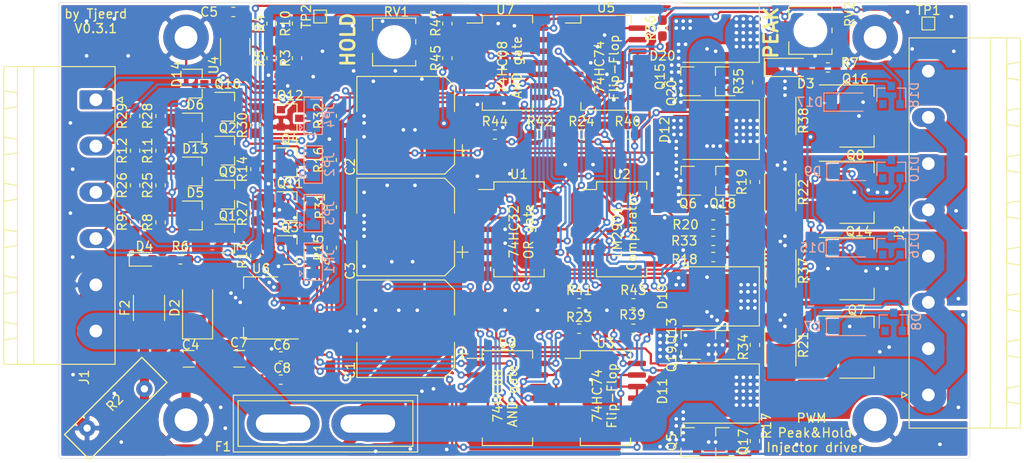
<source format=kicad_pcb>
(kicad_pcb (version 20171130) (host pcbnew 5.1.6-c6e7f7d~87~ubuntu18.04.1)
  (layers (0 F.Cu signal) (31 B.Cu signal) (34 B.Paste user hide) (35 F.Paste user hide) (36 B.SilkS user) (37 F.SilkS user) (38 B.Mask user hide) (39 F.Mask user hide) (44 Edge.Cuts user))
  (net 0 "")
  (net 1 5V)
  (net 2 VBAT)
  (net 3 INJ1-OUT)
  (net 4 "Net-(Q16-Pad3)")
  (net 5 INJ3-OUT)
  (net 6 INJ2-OUT)
  (net 7 INJ4-OUT)
  (net 8 "Net-(Q3-Pad3)")
  (net 9 "Net-(Q4-Pad3)")
  (net 10 VREF)
  (net 11 PWM)
  (net 12 "Net-(U5-Pad8)")
  (net 13 "Net-(U5-Pad6)")
  (net 14 PWR_GND)
  (net 15 VBAT_IN)
  (net 16 INJ4)
  (net 17 INJ3)
  (net 18 INJ2)
  (net 19 INJ1)
  (net 20 inv_INJ1)
  (net 21 inv_INJ3)
  (net 22 "Net-(Q8-Pad3)")
  (net 23 "Net-(Q12-Pad3)")
  (net 24 "Net-(Q14-Pad3)")
  (net 25 inv_INJ2)
  (net 26 "Net-(RV1-Pad2)")
  (net 27 inv_INJ4)
  (net 28 "Net-(D4-Pad2)")
  (net 29 "Net-(D8-Pad2)")
  (net 30 "Net-(Q7-Pad3)")
  (net 31 "Net-(Q11-Pad3)")
  (net 32 "Net-(Q13-Pad1)")
  (net 33 "Net-(Q15-Pad1)")
  (net 34 "Net-(R3-Pad1)")
  (net 35 "Net-(R18-Pad2)")
  (net 36 "Net-(U1-Pad13)")
  (net 37 "Net-(U1-Pad12)")
  (net 38 "Net-(U1-Pad10)")
  (net 39 "Net-(U1-Pad9)")
  (net 40 "Net-(U1-Pad5)")
  (net 41 "Net-(U1-Pad4)")
  (net 42 "Net-(U1-Pad2)")
  (net 43 "Net-(U1-Pad1)")
  (net 44 "Net-(U3-Pad9)")
  (net 45 "Net-(U3-Pad8)")
  (net 46 "Net-(U3-Pad6)")
  (net 47 "Net-(U3-Pad5)")
  (net 48 "Net-(U5-Pad9)")
  (net 49 "Net-(U5-Pad5)")
  (net 50 "Net-(D3-Pad2)")
  (net 51 "Net-(C4-Pad2)")
  (net 52 "Net-(D17-Pad1)")
  (net 53 "Net-(D18-Pad2)")
  (net 54 "Net-(R23-Pad2)")
  (net 55 "Net-(R40-Pad2)")
  (net 56 "Net-(JP1-Pad1)")
  (net 57 "Net-(JP2-Pad1)")
  (net 58 "Net-(JP3-Pad1)")
  (net 59 "Net-(JP4-Pad1)")
  (net 60 "Net-(D2-Pad2)")
  (net 61 "Net-(D5-Pad3)")
  (net 62 "Net-(D6-Pad3)")
  (net 63 "Net-(D7-Pad1)")
  (net 64 "Net-(D10-Pad1)")
  (net 65 "Net-(D10-Pad2)")
  (net 66 "Net-(D11-Pad2)")
  (net 67 "Net-(D12-Pad2)")
  (net 68 "Net-(D13-Pad3)")
  (net 69 "Net-(D14-Pad3)")
  (net 70 "Net-(D15-Pad1)")
  (net 71 "Net-(D16-Pad2)")
  (net 72 "Net-(D19-Pad2)")
  (net 73 "Net-(D20-Pad2)")
  (net 74 "Net-(R4-Pad2)")
  (net 75 "Net-(R20-Pad2)")
  (net 76 "Net-(R24-Pad2)")
  (net 77 "Net-(R33-Pad2)")
  (net 78 "Net-(R36-Pad2)")
  (net 79 "Net-(R39-Pad2)")
  (net 80 "Net-(Q17-Pad1)")
  (net 81 "Net-(Q18-Pad1)")
  (net 82 "Net-(R45-Pad2)")
  (net 83 "Net-(R10-Pad1)")
  (module Potentiometer_SMD:Potentiometer_Bourns_3314R-1_Vertical_Hole (layer F.Cu) (at 194.31 69.088 270)
    (fp_text reference RV2 (at -1.778 -4.318 90) (layer F.SilkS))
    (fp_text value 5K)
    (pad "" np_thru_hole circle (at 0 0 270) (size 3.2 3.2) (drill 3.2) (layers *.Cu *.Mask))
    (pad 3 smd rect (at -1.15 -2.75 270) (size 1.3 1.3) (layers F.Cu F.Paste F.Mask) (net 14 PWR_GND))
    (pad 2 smd rect (at 0 2.75 270) (size 2 1.3) (layers F.Cu F.Paste F.Mask) (net 10 VREF))
    (pad 1 smd rect (at 1.15 -2.75 270) (size 1.3 1.3) (layers F.Cu F.Paste F.Mask) (net 50 "Net-(D3-Pad2)"))
  )
  (module Package_TO_SOT_SMD:SOT-23 (layer F.Cu) (at 126.746 89.408)
    (fp_text reference D5 (at 0 -2.5) (layer F.SilkS))
    (fp_text value BAT54S)
    (pad 3 smd rect (at 1 0) (size 0.9 0.8) (layers F.Cu F.Paste F.Mask) (net 61 "Net-(D5-Pad3)"))
    (pad 2 smd rect (at -1 0.95) (size 0.9 0.8) (layers F.Cu F.Paste F.Mask) (net 1 5V))
    (pad 1 smd rect (at -1 -0.95) (size 0.9 0.8) (layers F.Cu F.Paste F.Mask) (net 14 PWR_GND))
  )
  (module Resistor_SMD:R_0603_1608Metric (layer F.Cu) (at 154.432 68.3515 90)
    (fp_text reference R47 (at 0.0255 -1.27 90) (layer F.SilkS))
    (fp_text value 33k)
    (pad 2 smd roundrect (at 0.7875 0 90) (size 0.875 0.95) (layers F.Cu F.Paste F.Mask) (net 1 5V))
    (pad 1 smd roundrect (at -0.7875 0 90) (size 0.875 0.95) (layers F.Cu F.Paste F.Mask) (net 82 "Net-(R45-Pad2)"))
  )
  (module Resistor_SMD:R_0603_1608Metric (layer F.Cu) (at 154.432 72.136 90)
    (fp_text reference R45 (at 0 -1.27 90) (layer F.SilkS))
    (fp_text value 120k)
    (pad 2 smd roundrect (at 0.7875 0 90) (size 0.875 0.95) (layers F.Cu F.Paste F.Mask) (net 82 "Net-(R45-Pad2)"))
    (pad 1 smd roundrect (at -0.7875 0 90) (size 0.875 0.95) (layers F.Cu F.Paste F.Mask) (net 2 VBAT))
  )
  (module Resistor_SMD:R_0603_1608Metric_Pad1.05x0.95mm_HandSolder (layer F.Cu) (at 183.642 92.202 180)
    (fp_text reference R33 (at 3.189 0) (layer F.SilkS))
    (fp_text value 100R)
    (pad 2 smd roundrect (at 0.875 0 180) (size 1.05 0.95) (layers F.Cu F.Paste F.Mask) (net 77 "Net-(R33-Pad2)"))
    (pad 1 smd roundrect (at -0.875 0 180) (size 1.05 0.95) (layers F.Cu F.Paste F.Mask) (net 71 "Net-(D16-Pad2)"))
  )
  (module Diode_SMD:D_SMC (layer F.Cu) (at 183.896 108.966 180)
    (fp_text reference D11 (at 5.842 0.254 90) (layer F.SilkS))
    (fp_text value SS36)
    (pad 2 smd rect (at 3.4 0 270) (size 3.3 2.5) (layers F.Cu F.Paste F.Mask) (net 66 "Net-(D11-Pad2)"))
    (pad 1 smd rect (at -3.4 0 270) (size 3.3 2.5) (layers F.Cu F.Paste F.Mask) (net 2 VBAT))
  )
  (module Package_TO_SOT_SMD:SOT-23 (layer F.Cu) (at 180.864 103.632 180)
    (fp_text reference Q13 (at 1.794 1.524 90) (layer F.SilkS))
    (fp_text value TSM2309)
    (pad 3 smd rect (at 1 0 180) (size 0.9 0.8) (layers F.Cu F.Paste F.Mask) (net 72 "Net-(D19-Pad2)"))
    (pad 2 smd rect (at -1 0.95 180) (size 0.9 0.8) (layers F.Cu F.Paste F.Mask) (net 6 INJ2-OUT))
    (pad 1 smd rect (at -1 -0.95 180) (size 0.9 0.8) (layers F.Cu F.Paste F.Mask) (net 32 "Net-(Q13-Pad1)"))
  )
  (module Package_TO_SOT_SMD:SOT-23 (layer F.Cu) (at 184.642 74.676 180)
    (fp_text reference Q20 (at 5.572 -1.27 90) (layer F.SilkS))
    (fp_text value TSM2309)
    (pad 1 smd rect (at -1 -0.95 180) (size 0.9 0.8) (layers F.Cu F.Paste F.Mask) (net 33 "Net-(Q15-Pad1)"))
    (pad 2 smd rect (at -1 0.95 180) (size 0.9 0.8) (layers F.Cu F.Paste F.Mask) (net 7 INJ4-OUT))
    (pad 3 smd rect (at 1 0 180) (size 0.9 0.8) (layers F.Cu F.Paste F.Mask) (net 73 "Net-(D20-Pad2)"))
  )
  (module Package_TO_SOT_SMD:SOT-23 (layer F.Cu) (at 184.674 85.598 180)
    (fp_text reference Q18 (at 0 -2.5) (layer F.SilkS))
    (fp_text value TSM2309)
    (pad 3 smd rect (at 1 0 180) (size 0.9 0.8) (layers F.Cu F.Paste F.Mask) (net 67 "Net-(D12-Pad2)"))
    (pad 2 smd rect (at -1 0.95 180) (size 0.9 0.8) (layers F.Cu F.Paste F.Mask) (net 5 INJ3-OUT))
    (pad 1 smd rect (at -1 -0.95 180) (size 0.9 0.8) (layers F.Cu F.Paste F.Mask) (net 81 "Net-(Q18-Pad1)"))
  )
  (module Package_TO_SOT_SMD:SOT-23 (layer F.Cu) (at 180.832 74.676 180)
    (fp_text reference Q15 (at 3.032 0.508 90) (layer F.SilkS))
    (fp_text value TSM2309)
    (pad 3 smd rect (at 1 0 180) (size 0.9 0.8) (layers F.Cu F.Paste F.Mask) (net 73 "Net-(D20-Pad2)"))
    (pad 2 smd rect (at -1 0.95 180) (size 0.9 0.8) (layers F.Cu F.Paste F.Mask) (net 7 INJ4-OUT))
    (pad 1 smd rect (at -1 -0.95 180) (size 0.9 0.8) (layers F.Cu F.Paste F.Mask) (net 33 "Net-(Q15-Pad1)"))
  )
  (module Package_TO_SOT_SMD:SOT-23 (layer F.Cu) (at 180.864 85.598 180)
    (fp_text reference Q6 (at 0 -2.5) (layer F.SilkS))
    (fp_text value TSM2309)
    (pad 3 smd rect (at 1 0 180) (size 0.9 0.8) (layers F.Cu F.Paste F.Mask) (net 67 "Net-(D12-Pad2)"))
    (pad 2 smd rect (at -1 0.95 180) (size 0.9 0.8) (layers F.Cu F.Paste F.Mask) (net 5 INJ3-OUT))
    (pad 1 smd rect (at -1 -0.95 180) (size 0.9 0.8) (layers F.Cu F.Paste F.Mask) (net 81 "Net-(Q18-Pad1)"))
  )
  (module Package_TO_SOT_SMD:SOT-23 (layer F.Cu) (at 184.658 103.632 180)
    (fp_text reference Q19 (at 5.588 -1.524 90) (layer F.SilkS))
    (fp_text value TSM2309)
    (pad 3 smd rect (at 1 0 180) (size 0.9 0.8) (layers F.Cu F.Paste F.Mask) (net 72 "Net-(D19-Pad2)"))
    (pad 2 smd rect (at -1 0.95 180) (size 0.9 0.8) (layers F.Cu F.Paste F.Mask) (net 6 INJ2-OUT))
    (pad 1 smd rect (at -1 -0.95 180) (size 0.9 0.8) (layers F.Cu F.Paste F.Mask) (net 32 "Net-(Q13-Pad1)"))
  )
  (module Package_TO_SOT_SMD:SOT-23 (layer F.Cu) (at 184.674 114.3 180)
    (fp_text reference Q17 (at -2.27 0 90) (layer F.SilkS))
    (fp_text value TSM2309)
    (pad 3 smd rect (at 1 0 180) (size 0.9 0.8) (layers F.Cu F.Paste F.Mask) (net 66 "Net-(D11-Pad2)"))
    (pad 2 smd rect (at -1 0.95 180) (size 0.9 0.8) (layers F.Cu F.Paste F.Mask) (net 3 INJ1-OUT))
    (pad 1 smd rect (at -1 -0.95 180) (size 0.9 0.8) (layers F.Cu F.Paste F.Mask) (net 80 "Net-(Q17-Pad1)"))
  )
  (module Package_TO_SOT_SMD:SOT-23 (layer F.Cu) (at 180.864 114.3 180)
    (fp_text reference Q5 (at 1.794 0 90) (layer F.SilkS))
    (fp_text value TSM2309)
    (pad 3 smd rect (at 1 0 180) (size 0.9 0.8) (layers F.Cu F.Paste F.Mask) (net 66 "Net-(D11-Pad2)"))
    (pad 2 smd rect (at -1 0.95 180) (size 0.9 0.8) (layers F.Cu F.Paste F.Mask) (net 3 INJ1-OUT))
    (pad 1 smd rect (at -1 -0.95 180) (size 0.9 0.8) (layers F.Cu F.Paste F.Mask) (net 80 "Net-(Q17-Pad1)"))
  )
  (module Resistor_SMD:R_0603_1608Metric_Pad1.05x0.95mm_HandSolder (layer F.Cu) (at 159.653 80.518)
    (fp_text reference R44 (at 0 -1.43) (layer F.SilkS))
    (fp_text value 10K)
    (pad 2 smd roundrect (at 0.875 0) (size 1.05 0.95) (layers F.Cu F.Paste F.Mask) (net 14 PWR_GND))
    (pad 1 smd roundrect (at -0.875 0) (size 1.05 0.95) (layers F.Cu F.Paste F.Mask) (net 27 inv_INJ4))
  )
  (module Resistor_SMD:R_0603_1608Metric_Pad1.05x0.95mm_HandSolder (layer F.Cu) (at 174.865 99.06)
    (fp_text reference R43 (at 0 -1.43) (layer F.SilkS))
    (fp_text value 10K)
    (pad 2 smd roundrect (at 0.875 0) (size 1.05 0.95) (layers F.Cu F.Paste F.Mask) (net 14 PWR_GND))
    (pad 1 smd roundrect (at -0.875 0) (size 1.05 0.95) (layers F.Cu F.Paste F.Mask) (net 25 inv_INJ2))
  )
  (module Resistor_SMD:R_0603_1608Metric_Pad1.05x0.95mm_HandSolder (layer F.Cu) (at 164.592 80.518)
    (fp_text reference R42 (at 0 -1.43) (layer F.SilkS))
    (fp_text value 1K)
    (pad 2 smd roundrect (at 0.875 0) (size 1.05 0.95) (layers F.Cu F.Paste F.Mask) (net 14 PWR_GND))
    (pad 1 smd roundrect (at -0.875 0) (size 1.05 0.95) (layers F.Cu F.Paste F.Mask) (net 21 inv_INJ3))
  )
  (module Resistor_SMD:R_0603_1608Metric_Pad1.05x0.95mm_HandSolder (layer F.Cu) (at 168.91 99.06)
    (fp_text reference R41 (at 0 -1.43) (layer F.SilkS))
    (fp_text value 10K)
    (pad 2 smd roundrect (at 0.875 0) (size 1.05 0.95) (layers F.Cu F.Paste F.Mask) (net 14 PWR_GND))
    (pad 1 smd roundrect (at -0.875 0) (size 1.05 0.95) (layers F.Cu F.Paste F.Mask) (net 20 inv_INJ1))
  )
  (module Package_TO_SOT_SMD:SOT-23 (layer F.Cu) (at 137.16 88.392)
    (fp_text reference Q11 (at 0 -2.5) (layer F.SilkS))
    (fp_text value 2N7002)
    (pad 3 smd rect (at 1 0) (size 0.9 0.8) (layers F.Cu F.Paste F.Mask) (net 31 "Net-(Q11-Pad3)"))
    (pad 2 smd rect (at -1 0.95) (size 0.9 0.8) (layers F.Cu F.Paste F.Mask) (net 14 PWR_GND))
    (pad 1 smd rect (at -1 -0.95) (size 0.9 0.8) (layers F.Cu F.Paste F.Mask) (net 25 inv_INJ2))
  )
  (module Package_TO_SOT_SMD:SOT-23 (layer F.Cu) (at 137.16 78.74)
    (fp_text reference Q12 (at 0 -2.5) (layer F.SilkS))
    (fp_text value 2N7002)
    (pad 3 smd rect (at 1 0) (size 0.9 0.8) (layers F.Cu F.Paste F.Mask) (net 23 "Net-(Q12-Pad3)"))
    (pad 2 smd rect (at -1 0.95) (size 0.9 0.8) (layers F.Cu F.Paste F.Mask) (net 14 PWR_GND))
    (pad 1 smd rect (at -1 -0.95) (size 0.9 0.8) (layers F.Cu F.Paste F.Mask) (net 27 inv_INJ4))
  )
  (module Package_TO_SOT_SMD:SOT-23 (layer F.Cu) (at 137.16 83.566)
    (fp_text reference Q4 (at 0 -2.5) (layer F.SilkS))
    (fp_text value 2N7002)
    (pad 3 smd rect (at 1 0) (size 0.9 0.8) (layers F.Cu F.Paste F.Mask) (net 9 "Net-(Q4-Pad3)"))
    (pad 2 smd rect (at -1 0.95) (size 0.9 0.8) (layers F.Cu F.Paste F.Mask) (net 14 PWR_GND))
    (pad 1 smd rect (at -1 -0.95) (size 0.9 0.8) (layers F.Cu F.Paste F.Mask) (net 21 inv_INJ3))
  )
  (module Package_TO_SOT_SMD:SOT-23 (layer F.Cu) (at 137.16 93.218)
    (fp_text reference Q3 (at 0 -2.5) (layer F.SilkS))
    (fp_text value 2N7002)
    (pad 3 smd rect (at 1 0) (size 0.9 0.8) (layers F.Cu F.Paste F.Mask) (net 8 "Net-(Q3-Pad3)"))
    (pad 2 smd rect (at -1 0.95) (size 0.9 0.8) (layers F.Cu F.Paste F.Mask) (net 14 PWR_GND))
    (pad 1 smd rect (at -1 -0.95) (size 0.9 0.8) (layers F.Cu F.Paste F.Mask) (net 20 inv_INJ1))
  )
  (module Jumper:SolderJumper-3_P1.3mm_Bridged12_Pad1.0x1.5mm (layer B.Cu) (at 139.7 78.456 90)
    (fp_text reference JP4 (at 0 1.8 90) (layer B.SilkS) (effects (justify mirror)))
    (fp_text value SolderJumper_3_Bridged12)
    (fp_poly (pts (xy -0.9 0.3) (xy -0.4 0.3) (xy -0.4 -0.3) (xy -0.9 -0.3)) (layer B.Cu) (width 0))
    (pad 2 smd rect (at 0 0 90) (size 1 1.5) (layers B.Cu B.Mask) (net 27 inv_INJ4))
    (pad 3 smd rect (at 1.3 0 90) (size 1 1.5) (layers B.Cu B.Mask) (net 16 INJ4))
    (pad 1 smd rect (at -1.3 0 90) (size 1 1.5) (layers B.Cu B.Mask) (net 59 "Net-(JP4-Pad1)"))
  )
  (module Jumper:SolderJumper-3_P1.3mm_Bridged12_Pad1.0x1.5mm (layer B.Cu) (at 139.7 89.154 90)
    (fp_text reference JP3 (at 0 1.8 90) (layer B.SilkS) (effects (justify mirror)))
    (fp_text value SolderJumper_3_Bridged12)
    (fp_poly (pts (xy -0.9 0.3) (xy -0.4 0.3) (xy -0.4 -0.3) (xy -0.9 -0.3)) (layer B.Cu) (width 0))
    (pad 2 smd rect (at 0 0 90) (size 1 1.5) (layers B.Cu B.Mask) (net 25 inv_INJ2))
    (pad 3 smd rect (at 1.3 0 90) (size 1 1.5) (layers B.Cu B.Mask) (net 18 INJ2))
    (pad 1 smd rect (at -1.3 0 90) (size 1 1.5) (layers B.Cu B.Mask) (net 58 "Net-(JP3-Pad1)"))
  )
  (module Jumper:SolderJumper-3_P1.3mm_Bridged12_Pad1.0x1.5mm (layer B.Cu) (at 139.7 94.488 90)
    (fp_text reference JP1 (at 0 1.8 90) (layer B.SilkS) (effects (justify mirror)))
    (fp_text value SolderJumper_3_Bridged12)
    (fp_poly (pts (xy -0.9 0.3) (xy -0.4 0.3) (xy -0.4 -0.3) (xy -0.9 -0.3)) (layer B.Cu) (width 0))
    (pad 2 smd rect (at 0 0 90) (size 1 1.5) (layers B.Cu B.Mask) (net 20 inv_INJ1))
    (pad 3 smd rect (at 1.3 0 90) (size 1 1.5) (layers B.Cu B.Mask) (net 19 INJ1))
    (pad 1 smd rect (at -1.3 0 90) (size 1 1.5) (layers B.Cu B.Mask) (net 56 "Net-(JP1-Pad1)"))
  )
  (module Jumper:SolderJumper-3_P1.3mm_Bridged12_Pad1.0x1.5mm (layer B.Cu) (at 139.7 83.82 90)
    (fp_text reference JP2 (at 0 1.8 90) (layer B.SilkS) (effects (justify mirror)))
    (fp_text value SolderJumper_3_Bridged12)
    (fp_poly (pts (xy -0.9 0.3) (xy -0.4 0.3) (xy -0.4 -0.3) (xy -0.9 -0.3)) (layer B.Cu) (width 0))
    (pad 2 smd rect (at 0 0 90) (size 1 1.5) (layers B.Cu B.Mask) (net 21 inv_INJ3))
    (pad 3 smd rect (at 1.3 0 90) (size 1 1.5) (layers B.Cu B.Mask) (net 17 INJ3))
    (pad 1 smd rect (at -1.3 0 90) (size 1 1.5) (layers B.Cu B.Mask) (net 57 "Net-(JP2-Pad1)"))
  )
  (module Diode_SMD:D_SOT-23_ANK (layer B.Cu) (at 203.2 76.184 90)
    (fp_text reference D18 (at 0 2.5 90) (layer B.SilkS) (effects (justify mirror)))
    (fp_text value BZX84C39)
    (pad 1 smd rect (at 1 0 90) (size 0.9 0.8) (layers B.Cu B.Paste B.Mask) (net 52 "Net-(D17-Pad1)"))
    (pad "" smd rect (at -1 -0.95 90) (size 0.9 0.8) (layers B.Cu B.Paste B.Mask))
    (pad 2 smd rect (at -1 0.95 90) (size 0.9 0.8) (layers B.Cu B.Paste B.Mask) (net 53 "Net-(D18-Pad2)"))
  )
  (module Diode_SMD:D_SOT-23_ANK (layer B.Cu) (at 203.2 92.71 90)
    (fp_text reference D16 (at 0 2.5 90) (layer B.SilkS) (effects (justify mirror)))
    (fp_text value BZX84C39)
    (pad 1 smd rect (at 1 0 90) (size 0.9 0.8) (layers B.Cu B.Paste B.Mask) (net 70 "Net-(D15-Pad1)"))
    (pad "" smd rect (at -1 -0.95 90) (size 0.9 0.8) (layers B.Cu B.Paste B.Mask))
    (pad 2 smd rect (at -1 0.95 90) (size 0.9 0.8) (layers B.Cu B.Paste B.Mask) (net 71 "Net-(D16-Pad2)"))
  )
  (module Diode_SMD:D_SOT-23_ANK (layer B.Cu) (at 203.2 84.328 90)
    (fp_text reference D10 (at 0 2.5 90) (layer B.SilkS) (effects (justify mirror)))
    (fp_text value BZX84C39)
    (pad 1 smd rect (at 1 0 90) (size 0.9 0.8) (layers B.Cu B.Paste B.Mask) (net 64 "Net-(D10-Pad1)"))
    (pad "" smd rect (at -1 -0.95 90) (size 0.9 0.8) (layers B.Cu B.Paste B.Mask))
    (pad 2 smd rect (at -1 0.95 90) (size 0.9 0.8) (layers B.Cu B.Paste B.Mask) (net 65 "Net-(D10-Pad2)"))
  )
  (module Diode_SMD:D_SOT-23_ANK (layer B.Cu) (at 203.454 101.092 90)
    (fp_text reference D8 (at 0 2.5 90) (layer B.SilkS) (effects (justify mirror)))
    (fp_text value BZX84C39)
    (pad 1 smd rect (at 1 0 90) (size 0.9 0.8) (layers B.Cu B.Paste B.Mask) (net 63 "Net-(D7-Pad1)"))
    (pad "" smd rect (at -1 -0.95 90) (size 0.9 0.8) (layers B.Cu B.Paste B.Mask))
    (pad 2 smd rect (at -1 0.95 90) (size 0.9 0.8) (layers B.Cu B.Paste B.Mask) (net 29 "Net-(D8-Pad2)"))
  )
  (module Diode_SMD:D_SMC (layer F.Cu) (at 183.896 98.298 180)
    (fp_text reference D19 (at 5.842 0 90) (layer F.SilkS))
    (fp_text value SS36)
    (pad 2 smd rect (at 3.4 0 270) (size 3.3 2.5) (layers F.Cu F.Paste F.Mask) (net 72 "Net-(D19-Pad2)"))
    (pad 1 smd rect (at -3.4 0 270) (size 3.3 2.5) (layers F.Cu F.Paste F.Mask) (net 2 VBAT))
  )
  (module Resistor_SMD:R_0603_1608Metric_Pad1.05x0.95mm_HandSolder (layer F.Cu) (at 183.642 90.424 180)
    (fp_text reference R20 (at 3.048 0) (layer F.SilkS))
    (fp_text value 100R)
    (pad 2 smd roundrect (at 0.875 0 180) (size 1.05 0.95) (layers F.Cu F.Paste F.Mask) (net 75 "Net-(R20-Pad2)"))
    (pad 1 smd roundrect (at -0.875 0 180) (size 1.05 0.95) (layers F.Cu F.Paste F.Mask) (net 65 "Net-(D10-Pad2)"))
  )
  (module Resistor_SMD:R_2512_6332Metric_Pad1.52x3.35mm_HandSolder (layer F.Cu) (at 191.008 95.25 90)
    (fp_text reference R37 (at -0.254 2.54 90) (layer F.SilkS))
    (fp_text value 0R1)
    (pad 2 smd roundrect (at 2.9875 0 90) (size 1.525 3.35) (layers F.Cu F.Paste F.Mask) (roundrect_rratio 0.163934) (net 14 PWR_GND))
    (pad 1 smd roundrect (at -2.9875 0 90) (size 1.525 3.35) (layers F.Cu F.Paste F.Mask) (roundrect_rratio 0.163934) (net 24 "Net-(Q14-Pad3)"))
  )
  (module Diode_SMD:D_SMC (layer F.Cu) (at 183.896 80.01 180)
    (fp_text reference D12 (at 5.588 0 90) (layer F.SilkS))
    (fp_text value SS36)
    (pad 2 smd rect (at 3.4 0 270) (size 3.3 2.5) (layers F.Cu F.Paste F.Mask) (net 67 "Net-(D12-Pad2)"))
    (pad 1 smd rect (at -3.4 0 270) (size 3.3 2.5) (layers F.Cu F.Paste F.Mask) (net 2 VBAT))
  )
  (module Diode_SMD:D_SMC (layer F.Cu) (at 183.896 69.342 180)
    (fp_text reference D20 (at 5.842 -2.54 180) (layer F.SilkS))
    (fp_text value SS36)
    (pad 2 smd rect (at 3.4 0 270) (size 3.3 2.5) (layers F.Cu F.Paste F.Mask) (net 73 "Net-(D20-Pad2)"))
    (pad 1 smd rect (at -3.4 0 270) (size 3.3 2.5) (layers F.Cu F.Paste F.Mask) (net 2 VBAT))
  )
  (module Resistor_SMD:R_0603_1608Metric_Pad1.05x0.95mm_HandSolder (layer F.Cu) (at 178.054 68.834 270)
    (fp_text reference R36 (at 0 1.27 90) (layer F.SilkS))
    (fp_text value 100R)
    (pad 2 smd roundrect (at 0.875 0 270) (size 1.05 0.95) (layers F.Cu F.Paste F.Mask) (net 78 "Net-(R36-Pad2)"))
    (pad 1 smd roundrect (at -0.875 0 270) (size 1.05 0.95) (layers F.Cu F.Paste F.Mask) (net 53 "Net-(D18-Pad2)"))
  )
  (module Resistor_SMD:R_0603_1608Metric_Pad1.05x0.95mm_HandSolder (layer F.Cu) (at 141.732 88.505 270)
    (fp_text reference R31 (at -0.113 1.27 90) (layer F.SilkS))
    (fp_text value 470R)
    (pad 2 smd roundrect (at 0.875 0 270) (size 1.05 0.95) (layers F.Cu F.Paste F.Mask) (net 32 "Net-(Q13-Pad1)"))
    (pad 1 smd roundrect (at -0.875 0 270) (size 1.05 0.95) (layers F.Cu F.Paste F.Mask) (net 31 "Net-(Q11-Pad3)"))
  )
  (module Resistor_SMD:R_0603_1608Metric_Pad1.05x0.95mm_HandSolder (layer F.Cu) (at 183.642 93.98 180)
    (fp_text reference R18 (at 3.161 -0.254) (layer F.SilkS))
    (fp_text value 100R)
    (pad 2 smd roundrect (at 0.875 0 180) (size 1.05 0.95) (layers F.Cu F.Paste F.Mask) (net 35 "Net-(R18-Pad2)"))
    (pad 1 smd roundrect (at -0.875 0 180) (size 1.05 0.95) (layers F.Cu F.Paste F.Mask) (net 29 "Net-(D8-Pad2)"))
  )
  (module Diode_SMD:D_MiniMELF (layer B.Cu) (at 198.346 76.962)
    (fp_text reference D17 (at -4.092 0) (layer B.SilkS) (effects (justify mirror)))
    (fp_text value BAV103)
    (pad 2 smd rect (at 1.75 0) (size 1.3 1.7) (layers B.Cu B.Paste B.Mask) (net 7 INJ4-OUT))
    (pad 1 smd rect (at -1.75 0) (size 1.3 1.7) (layers B.Cu B.Paste B.Mask) (net 52 "Net-(D17-Pad1)"))
  )
  (module Diode_SMD:D_MiniMELF (layer B.Cu) (at 198.6 92.964)
    (fp_text reference D15 (at -4.036 0) (layer B.SilkS) (effects (justify mirror)))
    (fp_text value BAV103)
    (pad 2 smd rect (at 1.75 0) (size 1.3 1.7) (layers B.Cu B.Paste B.Mask) (net 6 INJ2-OUT))
    (pad 1 smd rect (at -1.75 0) (size 1.3 1.7) (layers B.Cu B.Paste B.Mask) (net 70 "Net-(D15-Pad1)"))
  )
  (module Diode_SMD:D_MiniMELF (layer B.Cu) (at 198.656 84.582)
    (fp_text reference D9 (at -4.092 0) (layer B.SilkS) (effects (justify mirror)))
    (fp_text value BAV103)
    (pad 2 smd rect (at 1.75 0) (size 1.3 1.7) (layers B.Cu B.Paste B.Mask) (net 5 INJ3-OUT))
    (pad 1 smd rect (at -1.75 0) (size 1.3 1.7) (layers B.Cu B.Paste B.Mask) (net 64 "Net-(D10-Pad1)"))
  )
  (module Diode_SMD:D_MiniMELF (layer B.Cu) (at 198.628 101.6)
    (fp_text reference D7 (at -4.092 0) (layer B.SilkS) (effects (justify mirror)))
    (fp_text value BAV103)
    (pad 2 smd rect (at 1.75 0) (size 1.3 1.7) (layers B.Cu B.Paste B.Mask) (net 3 INJ1-OUT))
    (pad 1 smd rect (at -1.75 0) (size 1.3 1.7) (layers B.Cu B.Paste B.Mask) (net 63 "Net-(D7-Pad1)"))
  )
  (module Resistor_SMD:R_0603_1608Metric_Pad1.05x0.95mm_HandSolder (layer F.Cu) (at 133.35 79.502 90)
    (fp_text reference R30 (at 0 -1.43 90) (layer F.SilkS))
    (fp_text value 1K)
    (pad 2 smd roundrect (at 0.875 0 90) (size 1.05 0.95) (layers F.Cu F.Paste F.Mask) (net 59 "Net-(JP4-Pad1)"))
    (pad 1 smd roundrect (at -0.875 0 90) (size 1.05 0.95) (layers F.Cu F.Paste F.Mask) (net 1 5V))
  )
  (module Resistor_SMD:R_0603_1608Metric_Pad1.05x0.95mm_HandSolder (layer F.Cu) (at 120.142 78.486 90)
    (fp_text reference R29 (at 0 -1.43 90) (layer F.SilkS))
    (fp_text value 470R)
    (pad 2 smd roundrect (at 0.875 0 90) (size 1.05 0.95) (layers F.Cu F.Paste F.Mask) (net 16 INJ4))
    (pad 1 smd roundrect (at -0.875 0 90) (size 1.05 0.95) (layers F.Cu F.Paste F.Mask) (net 69 "Net-(D14-Pad3)"))
  )
  (module Resistor_SMD:R_0603_1608Metric_Pad1.05x0.95mm_HandSolder (layer F.Cu) (at 122.936 78.486 90)
    (fp_text reference R28 (at 0 -1.43 90) (layer F.SilkS))
    (fp_text value 10K)
    (pad 2 smd roundrect (at 0.875 0 90) (size 1.05 0.95) (layers F.Cu F.Paste F.Mask) (net 69 "Net-(D14-Pad3)"))
    (pad 1 smd roundrect (at -0.875 0 90) (size 1.05 0.95) (layers F.Cu F.Paste F.Mask) (net 1 5V))
  )
  (module Resistor_SMD:R_0603_1608Metric_Pad1.05x0.95mm_HandSolder (layer F.Cu) (at 133.35 89.154 90)
    (fp_text reference R27 (at 0 -1.43 90) (layer F.SilkS))
    (fp_text value 1K)
    (pad 2 smd roundrect (at 0.875 0 90) (size 1.05 0.95) (layers F.Cu F.Paste F.Mask) (net 58 "Net-(JP3-Pad1)"))
    (pad 1 smd roundrect (at -0.875 0 90) (size 1.05 0.95) (layers F.Cu F.Paste F.Mask) (net 1 5V))
  )
  (module Resistor_SMD:R_0603_1608Metric_Pad1.05x0.95mm_HandSolder (layer F.Cu) (at 120.142 86.106 90)
    (fp_text reference R26 (at 0 -1.43 90) (layer F.SilkS))
    (fp_text value 470R)
    (pad 2 smd roundrect (at 0.875 0 90) (size 1.05 0.95) (layers F.Cu F.Paste F.Mask) (net 18 INJ2))
    (pad 1 smd roundrect (at -0.875 0 90) (size 1.05 0.95) (layers F.Cu F.Paste F.Mask) (net 68 "Net-(D13-Pad3)"))
  )
  (module Resistor_SMD:R_0603_1608Metric_Pad1.05x0.95mm_HandSolder (layer F.Cu) (at 122.936 86.106 90)
    (fp_text reference R25 (at 0 -1.43 90) (layer F.SilkS))
    (fp_text value 10K)
    (pad 2 smd roundrect (at 0.875 0 90) (size 1.05 0.95) (layers F.Cu F.Paste F.Mask) (net 68 "Net-(D13-Pad3)"))
    (pad 1 smd roundrect (at -0.875 0 90) (size 1.05 0.95) (layers F.Cu F.Paste F.Mask) (net 1 5V))
  )
  (module Resistor_SMD:R_0603_1608Metric_Pad1.05x0.95mm_HandSolder (layer F.Cu) (at 133.35 84.328 90)
    (fp_text reference R14 (at 0 -1.43 90) (layer F.SilkS))
    (fp_text value 1K)
    (pad 2 smd roundrect (at 0.875 0 90) (size 1.05 0.95) (layers F.Cu F.Paste F.Mask) (net 57 "Net-(JP2-Pad1)"))
    (pad 1 smd roundrect (at -0.875 0 90) (size 1.05 0.95) (layers F.Cu F.Paste F.Mask) (net 1 5V))
  )
  (module Resistor_SMD:R_0603_1608Metric_Pad1.05x0.95mm_HandSolder (layer F.Cu) (at 133.35 93.839 90)
    (fp_text reference R13 (at 0 -1.43 90) (layer F.SilkS))
    (fp_text value 1K)
    (pad 2 smd roundrect (at 0.875 0 90) (size 1.05 0.95) (layers F.Cu F.Paste F.Mask) (net 56 "Net-(JP1-Pad1)"))
    (pad 1 smd roundrect (at -0.875 0 90) (size 1.05 0.95) (layers F.Cu F.Paste F.Mask) (net 1 5V))
  )
  (module Resistor_SMD:R_0603_1608Metric_Pad1.05x0.95mm_HandSolder (layer F.Cu) (at 120.142 82.296 90)
    (fp_text reference R12 (at 0 -1.43 90) (layer F.SilkS))
    (fp_text value 470R)
    (pad 2 smd roundrect (at 0.875 0 90) (size 1.05 0.95) (layers F.Cu F.Paste F.Mask) (net 17 INJ3))
    (pad 1 smd roundrect (at -0.875 0 90) (size 1.05 0.95) (layers F.Cu F.Paste F.Mask) (net 62 "Net-(D6-Pad3)"))
  )
  (module Resistor_SMD:R_0603_1608Metric_Pad1.05x0.95mm_HandSolder (layer F.Cu) (at 122.936 82.296 90)
    (fp_text reference R11 (at 0 -1.43 90) (layer F.SilkS))
    (fp_text value 10K)
    (pad 2 smd roundrect (at 0.875 0 90) (size 1.05 0.95) (layers F.Cu F.Paste F.Mask) (net 62 "Net-(D6-Pad3)"))
    (pad 1 smd roundrect (at -0.875 0 90) (size 1.05 0.95) (layers F.Cu F.Paste F.Mask) (net 1 5V))
  )
  (module Resistor_SMD:R_0603_1608Metric_Pad1.05x0.95mm_HandSolder (layer F.Cu) (at 120.142 90.17 90)
    (fp_text reference R9 (at 0 -1.43 90) (layer F.SilkS))
    (fp_text value 470R)
    (pad 2 smd roundrect (at 0.875 0 90) (size 1.05 0.95) (layers F.Cu F.Paste F.Mask) (net 19 INJ1))
    (pad 1 smd roundrect (at -0.875 0 90) (size 1.05 0.95) (layers F.Cu F.Paste F.Mask) (net 61 "Net-(D5-Pad3)"))
  )
  (module Resistor_SMD:R_0603_1608Metric_Pad1.05x0.95mm_HandSolder (layer F.Cu) (at 122.936 90.17 90)
    (fp_text reference R8 (at 0 -1.43 90) (layer F.SilkS))
    (fp_text value 10K)
    (pad 2 smd roundrect (at 0.875 0 90) (size 1.05 0.95) (layers F.Cu F.Paste F.Mask) (net 61 "Net-(D5-Pad3)"))
    (pad 1 smd roundrect (at -0.875 0 90) (size 1.05 0.95) (layers F.Cu F.Paste F.Mask) (net 1 5V))
  )
  (module Package_TO_SOT_SMD:SOT-23 (layer F.Cu) (at 130.302 77.47)
    (fp_text reference Q10 (at 0 -2.5) (layer F.SilkS))
    (fp_text value 2N7002)
    (pad 3 smd rect (at 1 0) (size 0.9 0.8) (layers F.Cu F.Paste F.Mask) (net 59 "Net-(JP4-Pad1)"))
    (pad 2 smd rect (at -1 0.95) (size 0.9 0.8) (layers F.Cu F.Paste F.Mask) (net 14 PWR_GND))
    (pad 1 smd rect (at -1 -0.95) (size 0.9 0.8) (layers F.Cu F.Paste F.Mask) (net 69 "Net-(D14-Pad3)"))
  )
  (module Package_TO_SOT_SMD:SOT-23 (layer F.Cu) (at 130.302 87.122)
    (fp_text reference Q9 (at 0 -2.5) (layer F.SilkS))
    (fp_text value 2N7002)
    (pad 3 smd rect (at 1 0) (size 0.9 0.8) (layers F.Cu F.Paste F.Mask) (net 58 "Net-(JP3-Pad1)"))
    (pad 2 smd rect (at -1 0.95) (size 0.9 0.8) (layers F.Cu F.Paste F.Mask) (net 14 PWR_GND))
    (pad 1 smd rect (at -1 -0.95) (size 0.9 0.8) (layers F.Cu F.Paste F.Mask) (net 68 "Net-(D13-Pad3)"))
  )
  (module Package_TO_SOT_SMD:SOT-23 (layer F.Cu) (at 130.302 82.296)
    (fp_text reference Q2 (at 0 -2.5) (layer F.SilkS))
    (fp_text value 2N7002)
    (pad 3 smd rect (at 1 0) (size 0.9 0.8) (layers F.Cu F.Paste F.Mask) (net 57 "Net-(JP2-Pad1)"))
    (pad 2 smd rect (at -1 0.95) (size 0.9 0.8) (layers F.Cu F.Paste F.Mask) (net 14 PWR_GND))
    (pad 1 smd rect (at -1 -0.95) (size 0.9 0.8) (layers F.Cu F.Paste F.Mask) (net 62 "Net-(D6-Pad3)"))
  )
  (module Package_TO_SOT_SMD:SOT-23 (layer F.Cu) (at 130.302 91.948)
    (fp_text reference Q1 (at 0 -2.5) (layer F.SilkS))
    (fp_text value 2N7002)
    (pad 3 smd rect (at 1 0) (size 0.9 0.8) (layers F.Cu F.Paste F.Mask) (net 56 "Net-(JP1-Pad1)"))
    (pad 2 smd rect (at -1 0.95) (size 0.9 0.8) (layers F.Cu F.Paste F.Mask) (net 14 PWR_GND))
    (pad 1 smd rect (at -1 -0.95) (size 0.9 0.8) (layers F.Cu F.Paste F.Mask) (net 61 "Net-(D5-Pad3)"))
  )
  (module Package_TO_SOT_SMD:SOT-23 (layer F.Cu) (at 126.746 74.93)
    (fp_text reference D14 (at -2.032 -1.016 90) (layer F.SilkS))
    (fp_text value BAT54S)
    (pad 3 smd rect (at 1 0) (size 0.9 0.8) (layers F.Cu F.Paste F.Mask) (net 69 "Net-(D14-Pad3)"))
    (pad 2 smd rect (at -1 0.95) (size 0.9 0.8) (layers F.Cu F.Paste F.Mask) (net 1 5V))
    (pad 1 smd rect (at -1 -0.95) (size 0.9 0.8) (layers F.Cu F.Paste F.Mask) (net 14 PWR_GND))
  )
  (module Package_TO_SOT_SMD:SOT-23 (layer F.Cu) (at 126.746 84.582)
    (fp_text reference D13 (at 0 -2.5) (layer F.SilkS))
    (fp_text value BAT54S)
    (pad 3 smd rect (at 1 0) (size 0.9 0.8) (layers F.Cu F.Paste F.Mask) (net 68 "Net-(D13-Pad3)"))
    (pad 2 smd rect (at -1 0.95) (size 0.9 0.8) (layers F.Cu F.Paste F.Mask) (net 1 5V))
    (pad 1 smd rect (at -1 -0.95) (size 0.9 0.8) (layers F.Cu F.Paste F.Mask) (net 14 PWR_GND))
  )
  (module Package_TO_SOT_SMD:SOT-23 (layer F.Cu) (at 126.746 79.756)
    (fp_text reference D6 (at 0 -2.5) (layer F.SilkS))
    (fp_text value BAT54S)
    (pad 3 smd rect (at 1 0) (size 0.9 0.8) (layers F.Cu F.Paste F.Mask) (net 62 "Net-(D6-Pad3)"))
    (pad 2 smd rect (at -1 0.95) (size 0.9 0.8) (layers F.Cu F.Paste F.Mask) (net 1 5V))
    (pad 1 smd rect (at -1 -0.95) (size 0.9 0.8) (layers F.Cu F.Paste F.Mask) (net 14 PWR_GND))
  )
  (module Resistor_SMD:R_0603_1608Metric_Pad1.05x0.95mm_HandSolder (layer F.Cu) (at 135.128 68.326 270)
    (fp_text reference R4 (at 0 1.27 270) (layer F.SilkS))
    (fp_text value 100k)
    (pad 2 smd roundrect (at 0.875 0 270) (size 1.05 0.95) (layers F.Cu F.Paste F.Mask) (net 74 "Net-(R4-Pad2)"))
    (pad 1 smd roundrect (at -0.875 0 270) (size 1.05 0.95) (layers F.Cu F.Paste F.Mask) (net 14 PWR_GND))
  )
  (module Package_SO:SO-14_5.3x10.2mm_P1.27mm (layer F.Cu) (at 161.036 109.474)
    (fp_text reference U8 (at 0 -6.05) (layer F.SilkS))
    (fp_text value 74LS08)
    (pad 14 smd roundrect (at 3.4625 -3.81) (size 1.975 0.6) (layers F.Cu F.Paste F.Mask) (net 1 5V))
    (pad 13 smd roundrect (at 3.4625 -2.54) (size 1.975 0.6) (layers F.Cu F.Paste F.Mask) (net 20 inv_INJ1))
    (pad 12 smd roundrect (at 3.4625 -1.27) (size 1.975 0.6) (layers F.Cu F.Paste F.Mask) (net 46 "Net-(U3-Pad6)"))
    (pad 11 smd roundrect (at 3.4625 0) (size 1.975 0.6) (layers F.Cu F.Paste F.Mask) (net 42 "Net-(U1-Pad2)"))
    (pad 10 smd roundrect (at 3.4625 1.27) (size 1.975 0.6) (layers F.Cu F.Paste F.Mask) (net 20 inv_INJ1))
    (pad 9 smd roundrect (at 3.4625 2.54) (size 1.975 0.6) (layers F.Cu F.Paste F.Mask) (net 11 PWM))
    (pad 8 smd roundrect (at 3.4625 3.81) (size 1.975 0.6) (layers F.Cu F.Paste F.Mask) (net 43 "Net-(U1-Pad1)"))
    (pad 7 smd roundrect (at -3.4625 3.81) (size 1.975 0.6) (layers F.Cu F.Paste F.Mask) (net 14 PWR_GND))
    (pad 6 smd roundrect (at -3.4625 2.54) (size 1.975 0.6) (layers F.Cu F.Paste F.Mask) (net 40 "Net-(U1-Pad5)"))
    (pad 5 smd roundrect (at -3.4625 1.27) (size 1.975 0.6) (layers F.Cu F.Paste F.Mask) (net 25 inv_INJ2))
    (pad 4 smd roundrect (at -3.4625 0) (size 1.975 0.6) (layers F.Cu F.Paste F.Mask) (net 45 "Net-(U3-Pad8)"))
    (pad 3 smd roundrect (at -3.4625 -1.27) (size 1.975 0.6) (layers F.Cu F.Paste F.Mask) (net 41 "Net-(U1-Pad4)"))
    (pad 2 smd roundrect (at -3.4625 -2.54) (size 1.975 0.6) (layers F.Cu F.Paste F.Mask) (net 25 inv_INJ2))
    (pad 1 smd roundrect (at -3.4625 -3.81) (size 1.975 0.6) (layers F.Cu F.Paste F.Mask) (net 11 PWM))
  )
  (module Package_SO:SO-14_5.3x10.2mm_P1.27mm (layer F.Cu) (at 171.7975 109.474)
    (fp_text reference U3 (at 0 -6.05) (layer F.SilkS))
    (fp_text value 74LS74)
    (pad 14 smd roundrect (at 3.4625 -3.81) (size 1.975 0.6) (layers F.Cu F.Paste F.Mask) (net 1 5V))
    (pad 13 smd roundrect (at 3.4625 -2.54) (size 1.975 0.6) (layers F.Cu F.Paste F.Mask) (net 25 inv_INJ2))
    (pad 12 smd roundrect (at 3.4625 -1.27) (size 1.975 0.6) (layers F.Cu F.Paste F.Mask) (net 14 PWR_GND))
    (pad 11 smd roundrect (at 3.4625 0) (size 1.975 0.6) (layers F.Cu F.Paste F.Mask) (net 14 PWR_GND))
    (pad 10 smd roundrect (at 3.4625 1.27) (size 1.975 0.6) (layers F.Cu F.Paste F.Mask) (net 79 "Net-(R39-Pad2)"))
    (pad 9 smd roundrect (at 3.4625 2.54) (size 1.975 0.6) (layers F.Cu F.Paste F.Mask) (net 44 "Net-(U3-Pad9)"))
    (pad 8 smd roundrect (at 3.4625 3.81) (size 1.975 0.6) (layers F.Cu F.Paste F.Mask) (net 45 "Net-(U3-Pad8)"))
    (pad 7 smd roundrect (at -3.4625 3.81) (size 1.975 0.6) (layers F.Cu F.Paste F.Mask) (net 14 PWR_GND))
    (pad 6 smd roundrect (at -3.4625 2.54) (size 1.975 0.6) (layers F.Cu F.Paste F.Mask) (net 46 "Net-(U3-Pad6)"))
    (pad 5 smd roundrect (at -3.4625 1.27) (size 1.975 0.6) (layers F.Cu F.Paste F.Mask) (net 47 "Net-(U3-Pad5)"))
    (pad 4 smd roundrect (at -3.4625 0) (size 1.975 0.6) (layers F.Cu F.Paste F.Mask) (net 54 "Net-(R23-Pad2)"))
    (pad 3 smd roundrect (at -3.4625 -1.27) (size 1.975 0.6) (layers F.Cu F.Paste F.Mask) (net 14 PWR_GND))
    (pad 2 smd roundrect (at -3.4625 -2.54) (size 1.975 0.6) (layers F.Cu F.Paste F.Mask) (net 14 PWR_GND))
    (pad 1 smd roundrect (at -3.4625 -3.81) (size 1.975 0.6) (layers F.Cu F.Paste F.Mask) (net 20 inv_INJ1))
  )
  (module Resistor_SMD:R_2512_6332Metric_Pad1.52x3.35mm_HandSolder (layer F.Cu) (at 191.008 103.886 90)
    (fp_text reference R21 (at 0.254 2.54 90) (layer F.SilkS))
    (fp_text value 0R1)
    (pad 2 smd roundrect (at 2.9875 0 90) (size 1.525 3.35) (layers F.Cu F.Paste F.Mask) (roundrect_rratio 0.163934) (net 14 PWR_GND))
    (pad 1 smd roundrect (at -2.9875 0 90) (size 1.525 3.35) (layers F.Cu F.Paste F.Mask) (roundrect_rratio 0.163934) (net 30 "Net-(Q7-Pad3)"))
  )
  (module Connector_Phoenix_MSTB:PhoenixContact_MSTBA_2,5_6-G-5,08_1x06_P5.08mm_Horizontal (layer F.Cu) (at 115.824 76.708 270)
    (fp_text reference J1 (at 30.48 1.27 90) (layer F.SilkS))
    (fp_text value "RND 205-00203")
    (pad 6 thru_hole oval (at 25.4 0 270) (size 2.08 3.6) (drill 1.4) (layers *.Cu *.Mask) (net 15 VBAT_IN))
    (pad 5 thru_hole oval (at 20.32 0 270) (size 2.08 3.6) (drill 1.4) (layers *.Cu *.Mask) (net 14 PWR_GND))
    (pad 4 thru_hole oval (at 15.24 0 270) (size 2.08 3.6) (drill 1.4) (layers *.Cu *.Mask) (net 19 INJ1))
    (pad 3 thru_hole oval (at 10.16 0 270) (size 2.08 3.6) (drill 1.4) (layers *.Cu *.Mask) (net 18 INJ2))
    (pad 2 thru_hole oval (at 5.08 0 270) (size 2.08 3.6) (drill 1.4) (layers *.Cu *.Mask) (net 17 INJ3))
    (pad 1 thru_hole roundrect (at 0 0 270) (size 2.08 3.6) (drill 1.4) (layers *.Cu *.Mask) (roundrect_rratio 0.120192) (net 16 INJ4))
  )
  (module Connector_Phoenix_MSTB:PhoenixContact_MSTBA_2,5_8-G-5,08_1x08_P5.08mm_Horizontal (layer F.Cu) (at 207.264 109.118 90)
    (fp_text reference J2 (at 17.78 -3.2 90) (layer F.SilkS))
    (fp_text value "RND 205-00205")
    (pad 8 thru_hole oval (at 35.56 0 90) (size 2.08 3.6) (drill 1.4) (layers *.Cu *.Mask) (net 7 INJ4-OUT))
    (pad 7 thru_hole oval (at 30.48 0 90) (size 2.08 3.6) (drill 1.4) (layers *.Cu *.Mask) (net 2 VBAT))
    (pad 6 thru_hole oval (at 25.4 0 90) (size 2.08 3.6) (drill 1.4) (layers *.Cu *.Mask) (net 5 INJ3-OUT))
    (pad 5 thru_hole oval (at 20.32 0 90) (size 2.08 3.6) (drill 1.4) (layers *.Cu *.Mask) (net 2 VBAT))
    (pad 4 thru_hole oval (at 15.24 0 90) (size 2.08 3.6) (drill 1.4) (layers *.Cu *.Mask) (net 6 INJ2-OUT))
    (pad 3 thru_hole oval (at 10.16 0 90) (size 2.08 3.6) (drill 1.4) (layers *.Cu *.Mask) (net 2 VBAT))
    (pad 2 thru_hole oval (at 5.08 0 90) (size 2.08 3.6) (drill 1.4) (layers *.Cu *.Mask) (net 3 INJ1-OUT))
    (pad 1 thru_hole roundrect (at 0 0 90) (size 2.08 3.6) (drill 1.4) (layers *.Cu *.Mask) (roundrect_rratio 0.120192) (net 2 VBAT))
  )
  (module MountingHole:MountingHole_2.5mm_Pad (layer F.Cu) (at 201.422 111.85)
    (fp_text reference H4 (at 0 -0.09) (layer F.SilkS))
    (fp_text value MountingHole_Pad)
    (pad 1 thru_hole circle (at 0 0) (size 5 5) (drill 2.5) (layers *.Cu *.Mask) (net 14 PWR_GND))
  )
  (module MountingHole:MountingHole_2.5mm_Pad (layer F.Cu) (at 201.422 69.85)
    (fp_text reference H3 (at 0 -0.254) (layer F.SilkS))
    (fp_text value MountingHole_Pad)
    (pad 1 thru_hole circle (at 0 0) (size 5 5) (drill 2.5) (layers *.Cu *.Mask) (net 14 PWR_GND))
  )
  (module MountingHole:MountingHole_2.5mm_Pad (layer F.Cu) (at 125.73 111.85)
    (fp_text reference H2 (at -0.254 0.164) (layer F.SilkS))
    (fp_text value MountingHole_Pad)
    (pad 1 thru_hole circle (at 0 0) (size 5 5) (drill 2.5) (layers *.Cu *.Mask) (net 14 PWR_GND))
  )
  (module MountingHole:MountingHole_2.5mm_Pad (layer F.Cu) (at 125.73 69.85)
    (fp_text reference H1 (at 0.254 0) (layer F.SilkS))
    (fp_text value MountingHole_Pad)
    (pad 1 thru_hole circle (at 0 0) (size 5 5) (drill 2.5) (layers *.Cu *.Mask) (net 14 PWR_GND))
  )
  (module Diode_SMD:D_SMA (layer F.Cu) (at 127 99.568 90)
    (fp_text reference D2 (at 0 -2.5 90) (layer F.SilkS))
    (fp_text value 1N4007)
    (pad 2 smd rect (at 2 0 90) (size 2.5 1.8) (layers F.Cu F.Paste F.Mask) (net 60 "Net-(D2-Pad2)"))
    (pad 1 smd rect (at -2 0 90) (size 2.5 1.8) (layers F.Cu F.Paste F.Mask) (net 51 "Net-(C4-Pad2)"))
  )
  (module Package_TO_SOT_SMD:SOT-223-3_TabPin2 (layer F.Cu) (at 133.96 99.568 180)
    (fp_text reference U6 (at 0 4.318) (layer F.SilkS))
    (fp_text value LM340)
    (pad 1 smd rect (at -3.15 -2.3 180) (size 2 1.5) (layers F.Cu F.Paste F.Mask) (net 51 "Net-(C4-Pad2)"))
    (pad 3 smd rect (at -3.15 2.3 180) (size 2 1.5) (layers F.Cu F.Paste F.Mask) (net 1 5V))
    (pad 2 smd rect (at -3.15 0 180) (size 2 1.5) (layers F.Cu F.Paste F.Mask) (net 14 PWR_GND))
    (pad 2 smd rect (at 3.15 0 180) (size 2 3.8) (layers F.Cu F.Paste F.Mask) (net 14 PWR_GND))
  )
  (module TestPoint:TestPoint_Pad_1.0x1.0mm (layer F.Cu) (at 140.462 67.564 90)
    (fp_text reference TP2 (at 0 -1.524 90) (layer F.SilkS))
    (fp_text value HoldTP)
    (pad 1 smd rect (at 0 0 90) (size 1 1) (layers F.Cu F.Mask) (net 83 "Net-(R10-Pad1)"))
  )
  (module TestPoint:TestPoint_Pad_1.0x1.0mm (layer F.Cu) (at 207.264 68.326)
    (fp_text reference TP1 (at 0 -1.448) (layer F.SilkS))
    (fp_text value PeakTP)
    (pad 1 smd rect (at 0 0) (size 1 1) (layers F.Cu F.Mask) (net 10 VREF))
  )
  (module Resistor_SMD:R_0603_1608Metric_Pad1.05x0.95mm_HandSolder (layer F.Cu) (at 137.922 68.326 270)
    (fp_text reference R10 (at 0 1.27 90) (layer F.SilkS))
    (fp_text value 10k)
    (pad 2 smd roundrect (at 0.875 0 270) (size 1.05 0.95) (layers F.Cu F.Paste F.Mask) (net 11 PWM))
    (pad 1 smd roundrect (at -0.875 0 270) (size 1.05 0.95) (layers F.Cu F.Paste F.Mask) (net 83 "Net-(R10-Pad1)"))
  )
  (module Capacitor_SMD:CP_Elec_10x12.5 (layer F.Cu) (at 149.86 90.678 180)
    (fp_text reference C3 (at 6.096 -4.826 90) (layer F.SilkS))
    (fp_text value 1mF)
    (pad 2 smd roundrect (at 4.2 0 180) (size 4.4 2.5) (layers F.Cu F.Paste F.Mask) (roundrect_rratio 0.1) (net 14 PWR_GND))
    (pad 1 smd roundrect (at -4.2 0 180) (size 4.4 2.5) (layers F.Cu F.Paste F.Mask) (roundrect_rratio 0.1) (net 2 VBAT))
  )
  (module Capacitor_SMD:CP_Elec_10x12.5 (layer F.Cu) (at 149.86 79.502 180)
    (fp_text reference C2 (at 6.096 -4.572 90) (layer F.SilkS))
    (fp_text value 1mF)
    (pad 2 smd roundrect (at 4.2 0 180) (size 4.4 2.5) (layers F.Cu F.Paste F.Mask) (roundrect_rratio 0.1) (net 14 PWR_GND))
    (pad 1 smd roundrect (at -4.2 0 180) (size 4.4 2.5) (layers F.Cu F.Paste F.Mask) (roundrect_rratio 0.1) (net 2 VBAT))
  )
  (module Capacitor_SMD:CP_Elec_10x12.5 (layer F.Cu) (at 149.86 101.854 180)
    (fp_text reference C1 (at 6.096 -4.572 90) (layer F.SilkS))
    (fp_text value 1mF)
    (pad 2 smd roundrect (at 4.2 0 180) (size 4.4 2.5) (layers F.Cu F.Paste F.Mask) (roundrect_rratio 0.1) (net 14 PWR_GND))
    (pad 1 smd roundrect (at -4.2 0 180) (size 4.4 2.5) (layers F.Cu F.Paste F.Mask) (roundrect_rratio 0.1) (net 2 VBAT))
  )
  (module Diode_SMD:D_MiniMELF (layer F.Cu) (at 191.798 73.152)
    (fp_text reference D3 (at 2.004 1.778) (layer F.SilkS))
    (fp_text value BAV103)
    (pad 2 smd rect (at 1.75 0) (size 1.3 1.7) (layers F.Cu F.Paste F.Mask) (net 50 "Net-(D3-Pad2)"))
    (pad 1 smd rect (at -1.75 0) (size 1.3 1.7) (layers F.Cu F.Paste F.Mask) (net 14 PWR_GND))
  )
  (module Package_SO:SO-14_5.3x10.2mm_P1.27mm (layer F.Cu) (at 161.036 72.644)
    (fp_text reference U7 (at -0.254 -5.842) (layer F.SilkS))
    (fp_text value 74LS08)
    (pad 14 smd roundrect (at 3.4625 -3.81) (size 1.975 0.6) (layers F.Cu F.Paste F.Mask) (net 1 5V))
    (pad 13 smd roundrect (at 3.4625 -2.54) (size 1.975 0.6) (layers F.Cu F.Paste F.Mask) (net 21 inv_INJ3))
    (pad 12 smd roundrect (at 3.4625 -1.27) (size 1.975 0.6) (layers F.Cu F.Paste F.Mask) (net 13 "Net-(U5-Pad6)"))
    (pad 11 smd roundrect (at 3.4625 0) (size 1.975 0.6) (layers F.Cu F.Paste F.Mask) (net 38 "Net-(U1-Pad10)"))
    (pad 10 smd roundrect (at 3.4625 1.27) (size 1.975 0.6) (layers F.Cu F.Paste F.Mask) (net 21 inv_INJ3))
    (pad 9 smd roundrect (at 3.4625 2.54) (size 1.975 0.6) (layers F.Cu F.Paste F.Mask) (net 11 PWM))
    (pad 8 smd roundrect (at 3.4625 3.81) (size 1.975 0.6) (layers F.Cu F.Paste F.Mask) (net 39 "Net-(U1-Pad9)"))
    (pad 7 smd roundrect (at -3.4625 3.81) (size 1.975 0.6) (layers F.Cu F.Paste F.Mask) (net 14 PWR_GND))
    (pad 6 smd roundrect (at -3.4625 2.54) (size 1.975 0.6) (layers F.Cu F.Paste F.Mask) (net 36 "Net-(U1-Pad13)"))
    (pad 5 smd roundrect (at -3.4625 1.27) (size 1.975 0.6) (layers F.Cu F.Paste F.Mask) (net 27 inv_INJ4))
    (pad 4 smd roundrect (at -3.4625 0) (size 1.975 0.6) (layers F.Cu F.Paste F.Mask) (net 12 "Net-(U5-Pad8)"))
    (pad 3 smd roundrect (at -3.4625 -1.27) (size 1.975 0.6) (layers F.Cu F.Paste F.Mask) (net 37 "Net-(U1-Pad12)"))
    (pad 2 smd roundrect (at -3.4625 -2.54) (size 1.975 0.6) (layers F.Cu F.Paste F.Mask) (net 27 inv_INJ4))
    (pad 1 smd roundrect (at -3.4625 -3.81) (size 1.975 0.6) (layers F.Cu F.Paste F.Mask) (net 11 PWM))
  )
  (module Package_SO:SO-14_5.3x10.2mm_P1.27mm (layer F.Cu) (at 162.306 90.932)
    (fp_text reference U1 (at 0 -6.05) (layer F.SilkS))
    (fp_text value 74LS32)
    (pad 14 smd roundrect (at 3.4625 -3.81) (size 1.975 0.6) (layers F.Cu F.Paste F.Mask) (net 1 5V))
    (pad 13 smd roundrect (at 3.4625 -2.54) (size 1.975 0.6) (layers F.Cu F.Paste F.Mask) (net 36 "Net-(U1-Pad13)"))
    (pad 12 smd roundrect (at 3.4625 -1.27) (size 1.975 0.6) (layers F.Cu F.Paste F.Mask) (net 37 "Net-(U1-Pad12)"))
    (pad 11 smd roundrect (at 3.4625 0) (size 1.975 0.6) (layers F.Cu F.Paste F.Mask) (net 78 "Net-(R36-Pad2)"))
    (pad 10 smd roundrect (at 3.4625 1.27) (size 1.975 0.6) (layers F.Cu F.Paste F.Mask) (net 38 "Net-(U1-Pad10)"))
    (pad 9 smd roundrect (at 3.4625 2.54) (size 1.975 0.6) (layers F.Cu F.Paste F.Mask) (net 39 "Net-(U1-Pad9)"))
    (pad 8 smd roundrect (at 3.4625 3.81) (size 1.975 0.6) (layers F.Cu F.Paste F.Mask) (net 75 "Net-(R20-Pad2)"))
    (pad 7 smd roundrect (at -3.4625 3.81) (size 1.975 0.6) (layers F.Cu F.Paste F.Mask) (net 14 PWR_GND))
    (pad 6 smd roundrect (at -3.4625 2.54) (size 1.975 0.6) (layers F.Cu F.Paste F.Mask) (net 77 "Net-(R33-Pad2)"))
    (pad 5 smd roundrect (at -3.4625 1.27) (size 1.975 0.6) (layers F.Cu F.Paste F.Mask) (net 40 "Net-(U1-Pad5)"))
    (pad 4 smd roundrect (at -3.4625 0) (size 1.975 0.6) (layers F.Cu F.Paste F.Mask) (net 41 "Net-(U1-Pad4)"))
    (pad 3 smd roundrect (at -3.4625 -1.27) (size 1.975 0.6) (layers F.Cu F.Paste F.Mask) (net 35 "Net-(R18-Pad2)"))
    (pad 2 smd roundrect (at -3.4625 -2.54) (size 1.975 0.6) (layers F.Cu F.Paste F.Mask) (net 42 "Net-(U1-Pad2)"))
    (pad 1 smd roundrect (at -3.4625 -3.81) (size 1.975 0.6) (layers F.Cu F.Paste F.Mask) (net 43 "Net-(U1-Pad1)"))
  )
  (module Resistor_SMD:R_2512_6332Metric_Pad1.52x3.35mm_HandSolder (layer F.Cu) (at 191.008 86.868 90)
    (fp_text reference R22 (at 0 2.54 90) (layer F.SilkS))
    (fp_text value 0R1)
    (pad 2 smd roundrect (at 2.9875 0 90) (size 1.525 3.35) (layers F.Cu F.Paste F.Mask) (roundrect_rratio 0.163934) (net 14 PWR_GND))
    (pad 1 smd roundrect (at -2.9875 0 90) (size 1.525 3.35) (layers F.Cu F.Paste F.Mask) (roundrect_rratio 0.163934) (net 22 "Net-(Q8-Pad3)"))
  )
  (module LED_SMD:LED_0603_1608Metric_Pad1.05x0.95mm_HandSolder (layer F.Cu) (at 121.158 94.234)
    (fp_text reference D4 (at 0 -1.43) (layer F.SilkS))
    (fp_text value BLUE)
    (pad 2 smd roundrect (at 0.875 0) (size 1.05 0.95) (layers F.Cu F.Paste F.Mask) (net 28 "Net-(D4-Pad2)"))
    (pad 1 smd roundrect (at -0.875 0) (size 1.05 0.95) (layers F.Cu F.Paste F.Mask) (net 14 PWR_GND))
  )
  (module Package_TO_SOT_SMD:SOT-223 (layer F.Cu) (at 199.39 78.486)
    (fp_text reference Q16 (at -0.152 -4.064) (layer F.SilkS))
    (fp_text value "IRLL 024N")
    (pad 1 smd rect (at -3.15 -2.3) (size 2 1.5) (layers F.Cu F.Paste F.Mask) (net 53 "Net-(D18-Pad2)"))
    (pad 3 smd rect (at -3.15 2.3) (size 2 1.5) (layers F.Cu F.Paste F.Mask) (net 4 "Net-(Q16-Pad3)"))
    (pad 2 smd rect (at -3.15 0) (size 2 1.5) (layers F.Cu F.Paste F.Mask) (net 7 INJ4-OUT))
    (pad 4 smd rect (at 3.15 0) (size 2 3.8) (layers F.Cu F.Paste F.Mask) (net 7 INJ4-OUT))
  )
  (module Package_TO_SOT_SMD:SOT-223 (layer F.Cu) (at 199.39 95.25)
    (fp_text reference Q14 (at 0.254 -4.064) (layer F.SilkS))
    (fp_text value "IRLL 024N")
    (pad 1 smd rect (at -3.15 -2.3) (size 2 1.5) (layers F.Cu F.Paste F.Mask) (net 71 "Net-(D16-Pad2)"))
    (pad 3 smd rect (at -3.15 2.3) (size 2 1.5) (layers F.Cu F.Paste F.Mask) (net 24 "Net-(Q14-Pad3)"))
    (pad 2 smd rect (at -3.15 0) (size 2 1.5) (layers F.Cu F.Paste F.Mask) (net 6 INJ2-OUT))
    (pad 4 smd rect (at 3.15 0) (size 2 3.8) (layers F.Cu F.Paste F.Mask) (net 6 INJ2-OUT))
  )
  (module Package_TO_SOT_SMD:SOT-223 (layer F.Cu) (at 199.39 86.868)
    (fp_text reference Q8 (at -0.152 -4.064) (layer F.SilkS))
    (fp_text value "IRLL 024N")
    (pad 1 smd rect (at -3.15 -2.3) (size 2 1.5) (layers F.Cu F.Paste F.Mask) (net 65 "Net-(D10-Pad2)"))
    (pad 3 smd rect (at -3.15 2.3) (size 2 1.5) (layers F.Cu F.Paste F.Mask) (net 22 "Net-(Q8-Pad3)"))
    (pad 2 smd rect (at -3.15 0) (size 2 1.5) (layers F.Cu F.Paste F.Mask) (net 5 INJ3-OUT))
    (pad 4 smd rect (at 3.15 0) (size 2 3.8) (layers F.Cu F.Paste F.Mask) (net 5 INJ3-OUT))
  )
  (module Package_TO_SOT_SMD:SOT-223 (layer F.Cu) (at 199.39 103.872)
    (fp_text reference Q7 (at 0 -4.05) (layer F.SilkS))
    (fp_text value "IRLL 024N")
    (pad 1 smd rect (at -3.15 -2.3) (size 2 1.5) (layers F.Cu F.Paste F.Mask) (net 29 "Net-(D8-Pad2)"))
    (pad 3 smd rect (at -3.15 2.3) (size 2 1.5) (layers F.Cu F.Paste F.Mask) (net 30 "Net-(Q7-Pad3)"))
    (pad 2 smd rect (at -3.15 0) (size 2 1.5) (layers F.Cu F.Paste F.Mask) (net 3 INJ1-OUT))
    (pad 4 smd rect (at 3.15 0) (size 2 3.8) (layers F.Cu F.Paste F.Mask) (net 3 INJ1-OUT))
  )
  (module Package_SO:SO-14_5.3x10.2mm_P1.27mm (layer F.Cu) (at 171.8645 72.644)
    (fp_text reference U5 (at 0 -6.05) (layer F.SilkS))
    (fp_text value 74LS74)
    (pad 14 smd roundrect (at 3.4625 -3.81) (size 1.975 0.6) (layers F.Cu F.Paste F.Mask) (net 1 5V))
    (pad 13 smd roundrect (at 3.4625 -2.54) (size 1.975 0.6) (layers F.Cu F.Paste F.Mask) (net 27 inv_INJ4))
    (pad 12 smd roundrect (at 3.4625 -1.27) (size 1.975 0.6) (layers F.Cu F.Paste F.Mask) (net 14 PWR_GND))
    (pad 11 smd roundrect (at 3.4625 0) (size 1.975 0.6) (layers F.Cu F.Paste F.Mask) (net 14 PWR_GND))
    (pad 10 smd roundrect (at 3.4625 1.27) (size 1.975 0.6) (layers F.Cu F.Paste F.Mask) (net 55 "Net-(R40-Pad2)"))
    (pad 9 smd roundrect (at 3.4625 2.54) (size 1.975 0.6) (layers F.Cu F.Paste F.Mask) (net 48 "Net-(U5-Pad9)"))
    (pad 8 smd roundrect (at 3.4625 3.81) (size 1.975 0.6) (layers F.Cu F.Paste F.Mask) (net 12 "Net-(U5-Pad8)"))
    (pad 7 smd roundrect (at -3.4625 3.81) (size 1.975 0.6) (layers F.Cu F.Paste F.Mask) (net 14 PWR_GND))
    (pad 6 smd roundrect (at -3.4625 2.54) (size 1.975 0.6) (layers F.Cu F.Paste F.Mask) (net 13 "Net-(U5-Pad6)"))
    (pad 5 smd roundrect (at -3.4625 1.27) (size 1.975 0.6) (layers F.Cu F.Paste F.Mask) (net 49 "Net-(U5-Pad5)"))
    (pad 4 smd roundrect (at -3.4625 0) (size 1.975 0.6) (layers F.Cu F.Paste F.Mask) (net 76 "Net-(R24-Pad2)"))
    (pad 3 smd roundrect (at -3.4625 -1.27) (size 1.975 0.6) (layers F.Cu F.Paste F.Mask) (net 14 PWR_GND))
    (pad 2 smd roundrect (at -3.4625 -2.54) (size 1.975 0.6) (layers F.Cu F.Paste F.Mask) (net 14 PWR_GND))
    (pad 1 smd roundrect (at -3.4625 -3.81) (size 1.975 0.6) (layers F.Cu F.Paste F.Mask) (net 21 inv_INJ3))
  )
  (module Resistor_SMD:R_0603_1608Metric_Pad1.05x0.95mm_HandSolder (layer F.Cu) (at 188.214 85.739 90)
    (fp_text reference R19 (at 0 -1.43 90) (layer F.SilkS))
    (fp_text value 470R)
    (pad 2 smd roundrect (at 0.875 0 90) (size 1.05 0.95) (layers F.Cu F.Paste F.Mask) (net 5 INJ3-OUT))
    (pad 1 smd roundrect (at -0.875 0 90) (size 1.05 0.95) (layers F.Cu F.Paste F.Mask) (net 81 "Net-(Q18-Pad1)"))
  )
  (module Resistor_SMD:R_0603_1608Metric_Pad1.05x0.95mm_HandSolder (layer F.Cu) (at 188.214 114.187 90)
    (fp_text reference R17 (at 1.665 1.27 90) (layer F.SilkS))
    (fp_text value 470R)
    (pad 2 smd roundrect (at 0.875 0 90) (size 1.05 0.95) (layers F.Cu F.Paste F.Mask) (net 3 INJ1-OUT))
    (pad 1 smd roundrect (at -0.875 0 90) (size 1.05 0.95) (layers F.Cu F.Paste F.Mask) (net 80 "Net-(Q17-Pad1)"))
  )
  (module Resistor_SMD:R_0603_1608Metric_Pad1.05x0.95mm_HandSolder (layer F.Cu) (at 141.732 83.312 90)
    (fp_text reference R16 (at 0 -1.43 90) (layer F.SilkS))
    (fp_text value 470R)
    (pad 2 smd roundrect (at 0.875 0 90) (size 1.05 0.95) (layers F.Cu F.Paste F.Mask) (net 9 "Net-(Q4-Pad3)"))
    (pad 1 smd roundrect (at -0.875 0 90) (size 1.05 0.95) (layers F.Cu F.Paste F.Mask) (net 81 "Net-(Q18-Pad1)"))
  )
  (module Resistor_SMD:R_0603_1608Metric_Pad1.05x0.95mm_HandSolder (layer F.Cu) (at 141.732 92.964 90)
    (fp_text reference R15 (at 0 -1.43 90) (layer F.SilkS))
    (fp_text value 470R)
    (pad 2 smd roundrect (at 0.875 0 90) (size 1.05 0.95) (layers F.Cu F.Paste F.Mask) (net 8 "Net-(Q3-Pad3)"))
    (pad 1 smd roundrect (at -0.875 0 90) (size 1.05 0.95) (layers F.Cu F.Paste F.Mask) (net 80 "Net-(Q17-Pad1)"))
  )
  (module Fuse:Fuse_Blade_ATO_directSolder (layer F.Cu) (at 136.398 112.268)
    (fp_text reference F1 (at -6.604 2.54) (layer F.SilkS))
    (fp_text value Fuse)
    (pad 2 thru_hole oval (at 9.3 0) (size 8 3.8) (drill oval 6 2) (layers *.Cu *.Mask) (net 2 VBAT))
    (pad 1 thru_hole oval (at 0 0) (size 8 3.8) (drill oval 6 2) (layers *.Cu *.Mask) (net 15 VBAT_IN))
  )
  (module Fuse:Fuse_1812_4532Metric_Pad1.30x3.40mm_HandSolder (layer F.Cu) (at 121.666 99.568 90)
    (fp_text reference F2 (at 0 -2.65 90) (layer F.SilkS))
    (fp_text value "PPTC 16V2A")
    (pad 2 smd roundrect (at 2.225 0 90) (size 1.3 3.4) (layers F.Cu F.Paste F.Mask) (roundrect_rratio 0.192308) (net 60 "Net-(D2-Pad2)"))
    (pad 1 smd roundrect (at -2.225 0 90) (size 1.3 3.4) (layers F.Cu F.Paste F.Mask) (roundrect_rratio 0.192308) (net 2 VBAT))
  )
  (module Capacitor_SMD:C_1206_3216Metric_Pad1.42x1.75mm_HandSolder (layer F.Cu) (at 131.572 105.156)
    (fp_text reference C7 (at -0.0365 -1.778) (layer F.SilkS))
    (fp_text value 10uf)
    (pad 2 smd roundrect (at 1.4875 0) (size 1.425 1.75) (layers F.Cu F.Paste F.Mask) (roundrect_rratio 0.175439) (net 1 5V))
    (pad 1 smd roundrect (at -1.4875 0) (size 1.425 1.75) (layers F.Cu F.Paste F.Mask) (roundrect_rratio 0.175439) (net 14 PWR_GND))
  )
  (module Capacitor_SMD:C_1206_3216Metric_Pad1.42x1.75mm_HandSolder (layer F.Cu) (at 126.0205 105.156 180)
    (fp_text reference C4 (at -0.2175 1.524) (layer F.SilkS))
    (fp_text value 10uf)
    (pad 2 smd roundrect (at 1.4875 0 180) (size 1.425 1.75) (layers F.Cu F.Paste F.Mask) (roundrect_rratio 0.175439) (net 51 "Net-(C4-Pad2)"))
    (pad 1 smd roundrect (at -1.4875 0 180) (size 1.425 1.75) (layers F.Cu F.Paste F.Mask) (roundrect_rratio 0.175439) (net 14 PWR_GND))
  )
  (module Package_TO_SOT_SMD:SOT-23-6_Handsoldering (layer F.Cu) (at 131.13 70.866 90)
    (fp_text reference U4 (at -2.032 -2.352 90) (layer F.SilkS))
    (fp_text value LTC6992)
    (pad 5 smd rect (at 1.35 0 90) (size 1.56 0.65) (layers F.Cu F.Paste F.Mask) (net 1 5V))
    (pad 6 smd rect (at 1.35 -0.95 90) (size 1.56 0.65) (layers F.Cu F.Paste F.Mask) (net 11 PWM))
    (pad 4 smd rect (at 1.35 0.95 90) (size 1.56 0.65) (layers F.Cu F.Paste F.Mask) (net 74 "Net-(R4-Pad2)"))
    (pad 3 smd rect (at -1.35 0.95 90) (size 1.56 0.65) (layers F.Cu F.Paste F.Mask) (net 34 "Net-(R3-Pad1)"))
    (pad 2 smd rect (at -1.35 0 90) (size 1.56 0.65) (layers F.Cu F.Paste F.Mask) (net 14 PWR_GND))
    (pad 1 smd rect (at -1.35 -0.95 90) (size 1.56 0.65) (layers F.Cu F.Paste F.Mask) (net 26 "Net-(RV1-Pad2)"))
  )
  (module Package_SO:SO-14_5.3x10.2mm_P1.27mm (layer F.Cu) (at 173.5755 90.932)
    (fp_text reference U2 (at 0 -6.05) (layer F.SilkS))
    (fp_text value LM2901)
    (pad 14 smd roundrect (at 3.4625 -3.81) (size 1.975 0.6) (layers F.Cu F.Paste F.Mask) (net 55 "Net-(R40-Pad2)"))
    (pad 13 smd roundrect (at 3.4625 -2.54) (size 1.975 0.6) (layers F.Cu F.Paste F.Mask) (net 76 "Net-(R24-Pad2)"))
    (pad 12 smd roundrect (at 3.4625 -1.27) (size 1.975 0.6) (layers F.Cu F.Paste F.Mask) (net 14 PWR_GND))
    (pad 11 smd roundrect (at 3.4625 0) (size 1.975 0.6) (layers F.Cu F.Paste F.Mask) (net 10 VREF))
    (pad 10 smd roundrect (at 3.4625 1.27) (size 1.975 0.6) (layers F.Cu F.Paste F.Mask) (net 22 "Net-(Q8-Pad3)"))
    (pad 9 smd roundrect (at 3.4625 2.54) (size 1.975 0.6) (layers F.Cu F.Paste F.Mask) (net 10 VREF))
    (pad 8 smd roundrect (at 3.4625 3.81) (size 1.975 0.6) (layers F.Cu F.Paste F.Mask) (net 4 "Net-(Q16-Pad3)"))
    (pad 7 smd roundrect (at -3.4625 3.81) (size 1.975 0.6) (layers F.Cu F.Paste F.Mask) (net 10 VREF))
    (pad 6 smd roundrect (at -3.4625 2.54) (size 1.975 0.6) (layers F.Cu F.Paste F.Mask) (net 24 "Net-(Q14-Pad3)"))
    (pad 5 smd roundrect (at -3.4625 1.27) (size 1.975 0.6) (layers F.Cu F.Paste F.Mask) (net 10 VREF))
    (pad 4 smd roundrect (at -3.4625 0) (size 1.975 0.6) (layers F.Cu F.Paste F.Mask) (net 30 "Net-(Q7-Pad3)"))
    (pad 3 smd roundrect (at -3.4625 -1.27) (size 1.975 0.6) (layers F.Cu F.Paste F.Mask) (net 1 5V))
    (pad 2 smd roundrect (at -3.4625 -2.54) (size 1.975 0.6) (layers F.Cu F.Paste F.Mask) (net 54 "Net-(R23-Pad2)"))
    (pad 1 smd roundrect (at -3.4625 -3.81) (size 1.975 0.6) (layers F.Cu F.Paste F.Mask) (net 79 "Net-(R39-Pad2)"))
  )
  (module Potentiometer_SMD:Potentiometer_Bourns_3314R-1_Vertical_Hole (layer F.Cu) (at 148.59 70.358 270)
    (fp_text reference RV1 (at -3.302 -0.254 180) (layer F.SilkS))
    (fp_text value 5K)
    (pad "" np_thru_hole circle (at 0 0 270) (size 3.2 3.2) (drill 3.2) (layers *.Cu *.Mask))
    (pad 3 smd rect (at -1.15 -2.75 270) (size 1.3 1.3) (layers F.Cu F.Paste F.Mask) (net 82 "Net-(R45-Pad2)"))
    (pad 2 smd rect (at 0 2.75 270) (size 2 1.3) (layers F.Cu F.Paste F.Mask) (net 26 "Net-(RV1-Pad2)"))
    (pad 1 smd rect (at 1.15 -2.75 270) (size 1.3 1.3) (layers F.Cu F.Paste F.Mask) (net 14 PWR_GND))
  )
  (module Resistor_SMD:R_0603_1608Metric_Pad1.05x0.95mm_HandSolder (layer F.Cu) (at 174.244 80.518)
    (fp_text reference R40 (at 0 -1.43) (layer F.SilkS))
    (fp_text value 1K)
    (pad 2 smd roundrect (at 0.875 0) (size 1.05 0.95) (layers F.Cu F.Paste F.Mask) (net 55 "Net-(R40-Pad2)"))
    (pad 1 smd roundrect (at -0.875 0) (size 1.05 0.95) (layers F.Cu F.Paste F.Mask) (net 1 5V))
  )
  (module Resistor_SMD:R_0603_1608Metric_Pad1.05x0.95mm_HandSolder (layer F.Cu) (at 174.865 101.854)
    (fp_text reference R39 (at -0.113 -1.524) (layer F.SilkS))
    (fp_text value 1K)
    (pad 2 smd roundrect (at 0.875 0) (size 1.05 0.95) (layers F.Cu F.Paste F.Mask) (net 79 "Net-(R39-Pad2)"))
    (pad 1 smd roundrect (at -0.875 0) (size 1.05 0.95) (layers F.Cu F.Paste F.Mask) (net 1 5V))
  )
  (module Resistor_SMD:R_0603_1608Metric_Pad1.05x0.95mm_HandSolder (layer F.Cu) (at 169.164 80.518)
    (fp_text reference R24 (at 0 -1.43) (layer F.SilkS))
    (fp_text value 1K)
    (pad 2 smd roundrect (at 0.875 0) (size 1.05 0.95) (layers F.Cu F.Paste F.Mask) (net 76 "Net-(R24-Pad2)"))
    (pad 1 smd roundrect (at -0.875 0) (size 1.05 0.95) (layers F.Cu F.Paste F.Mask) (net 1 5V))
  )
  (module Resistor_SMD:R_0603_1608Metric_Pad1.05x0.95mm_HandSolder (layer F.Cu) (at 168.91 101.854 180)
    (fp_text reference R23 (at 0 1.27) (layer F.SilkS))
    (fp_text value 1K)
    (pad 2 smd roundrect (at 0.875 0 180) (size 1.05 0.95) (layers F.Cu F.Paste F.Mask) (net 54 "Net-(R23-Pad2)"))
    (pad 1 smd roundrect (at -0.875 0 180) (size 1.05 0.95) (layers F.Cu F.Paste F.Mask) (net 1 5V))
  )
  (module Resistor_SMD:R_0603_1608Metric_Pad1.05x0.95mm_HandSolder (layer F.Cu) (at 135.128 72.136 90)
    (fp_text reference R5 (at 0 -1.27 270) (layer F.SilkS))
    (fp_text value 28k)
    (pad 2 smd roundrect (at 0.875 0 90) (size 1.05 0.95) (layers F.Cu F.Paste F.Mask) (net 74 "Net-(R4-Pad2)"))
    (pad 1 smd roundrect (at -0.875 0 90) (size 1.05 0.95) (layers F.Cu F.Paste F.Mask) (net 1 5V))
  )
  (module Resistor_SMD:R_0603_1608Metric_Pad1.05x0.95mm_HandSolder (layer F.Cu) (at 137.922 72.136 90)
    (fp_text reference R3 (at 0 -1.27 90) (layer F.SilkS))
    (fp_text value 470k)
    (pad 2 smd roundrect (at 0.875 0 90) (size 1.05 0.95) (layers F.Cu F.Paste F.Mask) (net 14 PWR_GND))
    (pad 1 smd roundrect (at -0.875 0 90) (size 1.05 0.95) (layers F.Cu F.Paste F.Mask) (net 34 "Net-(R3-Pad1)"))
  )
  (module Resistor_SMD:R_0603_1608Metric_Pad1.05x0.95mm_HandSolder (layer F.Cu) (at 196.229 73.152 180)
    (fp_text reference R7 (at -2.399 0.508) (layer F.SilkS))
    (fp_text value 470R)
    (pad 2 smd roundrect (at 0.875 0 180) (size 1.05 0.95) (layers F.Cu F.Paste F.Mask) (net 50 "Net-(D3-Pad2)"))
    (pad 1 smd roundrect (at -0.875 0 180) (size 1.05 0.95) (layers F.Cu F.Paste F.Mask) (net 1 5V))
  )
  (module Resistor_SMD:R_2512_6332Metric_Pad1.52x3.35mm_HandSolder (layer F.Cu) (at 191.008 78.486 90)
    (fp_text reference R38 (at -0.508 2.54 90) (layer F.SilkS))
    (fp_text value 0R1)
    (pad 2 smd roundrect (at 2.9875 0 90) (size 1.525 3.35) (layers F.Cu F.Paste F.Mask) (roundrect_rratio 0.163934) (net 14 PWR_GND))
    (pad 1 smd roundrect (at -2.9875 0 90) (size 1.525 3.35) (layers F.Cu F.Paste F.Mask) (roundrect_rratio 0.163934) (net 4 "Net-(Q16-Pad3)"))
  )
  (module Capacitor_SMD:C_0603_1608Metric_Pad1.05x0.95mm_HandSolder (layer F.Cu) (at 130.923 67.056 180)
    (fp_text reference C5 (at 2.653 0) (layer F.SilkS))
    (fp_text value 220nf)
    (pad 2 smd roundrect (at 0.875 0 180) (size 1.05 0.95) (layers F.Cu F.Paste F.Mask) (net 14 PWR_GND))
    (pad 1 smd roundrect (at -0.875 0 180) (size 1.05 0.95) (layers F.Cu F.Paste F.Mask) (net 1 5V))
  )
  (module Resistor_SMD:R_0603_1608Metric_Pad1.05x0.95mm_HandSolder (layer F.Cu) (at 141.732 78.486 90)
    (fp_text reference R32 (at 0 -1.43 90) (layer F.SilkS))
    (fp_text value 470R)
    (pad 2 smd roundrect (at 0.875 0 90) (size 1.05 0.95) (layers F.Cu F.Paste F.Mask) (net 23 "Net-(Q12-Pad3)"))
    (pad 1 smd roundrect (at -0.875 0 90) (size 1.05 0.95) (layers F.Cu F.Paste F.Mask) (net 33 "Net-(Q15-Pad1)"))
  )
  (module Resistor_SMD:R_0603_1608Metric_Pad1.05x0.95mm_HandSolder (layer F.Cu) (at 187.452 74.789 90)
    (fp_text reference R35 (at 0.113 -1.016 90) (layer F.SilkS))
    (fp_text value 470R)
    (pad 2 smd roundrect (at 0.875 0 90) (size 1.05 0.95) (layers F.Cu F.Paste F.Mask) (net 7 INJ4-OUT))
    (pad 1 smd roundrect (at -0.875 0 90) (size 1.05 0.95) (layers F.Cu F.Paste F.Mask) (net 33 "Net-(Q15-Pad1)"))
  )
  (module Resistor_SMD:R_0603_1608Metric_Pad1.05x0.95mm_HandSolder (layer F.Cu) (at 188.214 103.632 90)
    (fp_text reference R34 (at -0.254 -1.27 90) (layer F.SilkS))
    (fp_text value 470R)
    (pad 2 smd roundrect (at 0.875 0 90) (size 1.05 0.95) (layers F.Cu F.Paste F.Mask) (net 6 INJ2-OUT))
    (pad 1 smd roundrect (at -0.875 0 90) (size 1.05 0.95) (layers F.Cu F.Paste F.Mask) (net 32 "Net-(Q13-Pad1)"))
  )
  (module Resistor_SMD:R_0603_1608Metric_Pad1.05x0.95mm_HandSolder (layer F.Cu) (at 125.109 94.234)
    (fp_text reference R6 (at 0 -1.43) (layer F.SilkS))
    (fp_text value 180R)
    (pad 2 smd roundrect (at 0.875 0) (size 1.05 0.95) (layers F.Cu F.Paste F.Mask) (net 1 5V))
    (pad 1 smd roundrect (at -0.875 0) (size 1.05 0.95) (layers F.Cu F.Paste F.Mask) (net 28 "Net-(D4-Pad2)"))
  )
  (module Varistor:RV_Disc_D12mm_W3.9mm_P7.5mm (layer F.Cu) (at 114.86475 112.771351 45)
    (fp_text reference R2 (at 4.130918 0.179605 45) (layer F.SilkS))
    (fp_text value VARISTOR-18V)
    (pad 2 thru_hole circle (at 7.5 1.4 45) (size 1.8 1.8) (drill 0.8) (layers *.Cu *.Mask) (net 2 VBAT))
    (pad 1 thru_hole circle (at 0 0 45) (size 1.8 1.8) (drill 0.8) (layers *.Cu *.Mask) (net 14 PWR_GND))
  )
  (module Capacitor_SMD:C_0603_1608Metric_Pad1.05x0.95mm_HandSolder (layer F.Cu) (at 136.144 107.442)
    (fp_text reference C8 (at 0.141 -1.27) (layer F.SilkS))
    (fp_text value 220nf)
    (pad 2 smd roundrect (at 0.875 0) (size 1.05 0.95) (layers F.Cu F.Paste F.Mask) (net 1 5V))
    (pad 1 smd roundrect (at -0.875 0) (size 1.05 0.95) (layers F.Cu F.Paste F.Mask) (net 14 PWR_GND))
  )
  (module Capacitor_SMD:C_0603_1608Metric_Pad1.05x0.95mm_HandSolder (layer F.Cu) (at 136.144 104.902)
    (fp_text reference C6 (at 0.113 -1.27) (layer F.SilkS))
    (fp_text value 220nf)
    (pad 2 smd roundrect (at 0.875 0) (size 1.05 0.95) (layers F.Cu F.Paste F.Mask) (net 51 "Net-(C4-Pad2)"))
    (pad 1 smd roundrect (at -0.875 0) (size 1.05 0.95) (layers F.Cu F.Paste F.Mask) (net 14 PWR_GND))
  )
  (gr_text "74HC08\nAND gate" (at 160.782 109.22 90) (layer F.SilkS) (effects (font (size 1 1))))
  (gr_text "PWM \nPeak&Hold\nInjector driver\n" (at 194.818 113.284) (layer F.SilkS) (effects (font (size 1 1))))
  (gr_text HOLD (at 143.51 70.104 90) (layer F.SilkS) (effects (font (size 1.5 1.5) (thickness 0.3))))
  (gr_text "LM2901\nComparator" (at 173.896 91.186 90) (layer F.SilkS) (effects (font (size 1 1))))
  (gr_arc (start 112.014 66.294) (end 112.014 66.04) (angle -90) (layer Edge.Cuts) (width 0.05))
  (gr_arc (start 112.014 115.824) (end 111.76 115.824) (angle -90) (layer Edge.Cuts) (width 0.05))
  (gr_arc (start 211.582 115.824) (end 211.582 116.078) (angle -90) (layer Edge.Cuts) (width 0.05))
  (gr_arc (start 211.582 66.294) (end 211.836 66.294) (angle -90) (layer Edge.Cuts) (width 0.05))
  (gr_text "74HC32\nOR gate" (at 162.56 91.186 90) (layer F.SilkS) (effects (font (size 1 1))))
  (gr_text "74HC08\nAND gate" (at 161.29 73.152 90) (layer F.SilkS) (effects (font (size 1 1))))
  (gr_text "74HC74\nFlip-Flop" (at 171.704 109.22 90) (layer F.SilkS) (effects (font (size 1 1))))
  (gr_text "74HC74\nFlip-Flop" (at 171.958 73.152 90) (layer F.SilkS) (effects (font (size 1 1))))
  (gr_text "by Tjeerd\nV0.3.1" (at 115.824 68.072) (layer F.SilkS) (effects (font (size 1 1))))
  (gr_line (start 111.76 115.824) (end 111.76 66.294) (layer Edge.Cuts) (width 0.05))
  (gr_line (start 211.582 116.078) (end 112.014 116.078) (layer Edge.Cuts) (width 0.05))
  (gr_line (start 211.836 66.294) (end 211.836 115.824) (layer Edge.Cuts) (width 0.05))
  (gr_line (start 112.014 66.04) (end 211.582 66.04) (layer Edge.Cuts) (width 0.05))
  (gr_text PEAK (at 189.992 69.342 90) (layer F.SilkS) (effects (font (size 1.5 1.5) (thickness 0.3))))
  (via (at 187.706 107.188) (size 0.8) (drill 0.4) (layers F.Cu B.Cu) (net 2))
  (via (at 186.944 107.188) (size 0.8) (drill 0.4) (layers F.Cu B.Cu) (net 2))
  (via (at 186.182 107.188) (size 0.8) (drill 0.4) (layers F.Cu B.Cu) (net 2))
  (via (at 187.706 107.95) (size 0.8) (drill 0.4) (layers F.Cu B.Cu) (net 2))
  (via (at 186.944 107.95) (size 0.8) (drill 0.4) (layers F.Cu B.Cu) (net 2))
  (via (at 186.182 108.712) (size 0.8) (drill 0.4) (layers F.Cu B.Cu) (net 2))
  (via (at 186.944 108.712) (size 0.8) (drill 0.4) (layers F.Cu B.Cu) (net 2))
  (via (at 187.706 108.712) (size 0.8) (drill 0.4) (layers F.Cu B.Cu) (net 2))
  (via (at 188.468 108.712) (size 0.8) (drill 0.4) (layers F.Cu B.Cu) (net 2))
  (via (at 188.468 109.474) (size 0.8) (drill 0.4) (layers F.Cu B.Cu) (net 2))
  (via (at 187.706 109.474) (size 0.8) (drill 0.4) (layers F.Cu B.Cu) (net 2))
  (via (at 186.944 109.474) (size 0.8) (drill 0.4) (layers F.Cu B.Cu) (net 2))
  (via (at 177.038 68.834) (size 0.8) (drill 0.4) (layers F.Cu B.Cu) (net 1))
  (segment (start 175.327 68.834) (end 173.736 68.834) (width 0.25) (layer F.Cu) (net 1))
  (segment (start 173.736 68.834) (end 172.72 67.818) (width 0.25) (layer F.Cu) (net 1))
  (segment (start 172.72 67.818) (end 165.862 67.818) (width 0.25) (layer F.Cu) (net 1))
  (segment (start 164.846 68.834) (end 164.4985 68.834) (width 0.25) (layer F.Cu) (net 1))
  (segment (start 165.862 67.818) (end 164.846 68.834) (width 0.25) (layer F.Cu) (net 1))
  (segment (start 177.038 68.834) (end 175.327 68.834) (width 0.25) (layer F.Cu) (net 1))
  (segment (start 172.56899 81.31801) (end 173.369 80.518) (width 0.25) (layer F.Cu) (net 1))
  (segment (start 168.176 80.518) (end 168.97601 81.31801) (width 0.25) (layer F.Cu) (net 1))
  (via (at 166.116 68.834) (size 0.8) (drill 0.4) (layers F.Cu B.Cu) (net 1))
  (segment (start 166.116 68.834) (end 164.4985 68.834) (width 0.25) (layer F.Cu) (net 1))
  (via (at 171.958 90.17) (size 0.8) (drill 0.4) (layers F.Cu B.Cu) (net 1))
  (via (at 170.98001 81.31801) (size 0.8) (drill 0.4) (layers F.Cu B.Cu) (net 1))
  (segment (start 171.958 82.296) (end 170.98001 81.31801) (width 0.25) (layer B.Cu) (net 1))
  (segment (start 168.97601 81.31801) (end 170.98001 81.31801) (width 0.25) (layer F.Cu) (net 1))
  (segment (start 170.98001 81.31801) (end 172.56899 81.31801) (width 0.25) (layer F.Cu) (net 1))
  (via (at 166.624 86.614) (size 0.8) (drill 0.4) (layers F.Cu B.Cu) (net 1))
  (segment (start 166.343 86.895) (end 166.624 86.614) (width 0.25) (layer F.Cu) (net 1))
  (via (at 166.346097 105.640097) (size 0.8) (drill 0.4) (layers F.Cu B.Cu) (net 1))
  (segment (start 164.4985 105.664) (end 166.322194 105.664) (width 0.25) (layer F.Cu) (net 1))
  (segment (start 166.322194 105.664) (end 166.346097 105.640097) (width 0.25) (layer F.Cu) (net 1))
  (via (at 173.736 105.664) (size 0.8) (drill 0.4) (layers F.Cu B.Cu) (net 1))
  (segment (start 175.26 105.664) (end 173.736 105.664) (width 0.25) (layer F.Cu) (net 1))
  (via (at 166.624 102.579) (size 0.8) (drill 0.4) (layers F.Cu B.Cu) (net 1))
  (segment (start 166.346097 105.640097) (end 166.346097 102.856903) (width 0.25) (layer B.Cu) (net 1))
  (segment (start 166.346097 102.856903) (end 166.624 102.579) (width 0.25) (layer B.Cu) (net 1))
  (segment (start 168.98499 102.65401) (end 169.785 101.854) (width 0.25) (layer F.Cu) (net 1))
  (segment (start 167.264695 102.65401) (end 168.98499 102.65401) (width 0.25) (layer F.Cu) (net 1))
  (segment (start 167.189685 102.579) (end 167.264695 102.65401) (width 0.25) (layer F.Cu) (net 1))
  (segment (start 166.624 102.579) (end 167.189685 102.579) (width 0.25) (layer F.Cu) (net 1))
  (via (at 169.672 97.222) (size 0.8) (drill 0.4) (layers F.Cu B.Cu) (net 1))
  (segment (start 169.785 97.335) (end 169.672 97.222) (width 0.25) (layer F.Cu) (net 1))
  (segment (start 169.672 92.456) (end 171.958 90.17) (width 0.25) (layer B.Cu) (net 1))
  (segment (start 169.672 97.222) (end 169.672 92.456) (width 0.25) (layer B.Cu) (net 1))
  (via (at 135.382 97.282) (size 0.8) (drill 0.4) (layers F.Cu B.Cu) (net 1))
  (segment (start 137.096 97.282) (end 137.11 97.268) (width 1) (layer F.Cu) (net 1))
  (segment (start 135.382 97.282) (end 137.096 97.282) (width 1) (layer F.Cu) (net 1))
  (segment (start 135.382 97.282) (end 134.874 96.774) (width 1) (layer F.Cu) (net 1))
  (segment (start 134.874 96.774) (end 134.366 96.266) (width 1) (layer F.Cu) (net 1))
  (via (at 134.874 96.774) (size 0.8) (drill 0.4) (layers F.Cu B.Cu) (net 1))
  (segment (start 134.239 96.139) (end 135.382 97.282) (width 1) (layer B.Cu) (net 1))
  (via (at 134.239 96.139) (size 0.8) (drill 0.4) (layers F.Cu B.Cu) (net 1))
  (segment (start 134.789999 67.140001) (end 135.128 66.802) (width 1) (layer B.Cu) (net 1))
  (segment (start 133.35 95.25) (end 134.239 96.139) (width 1) (layer B.Cu) (net 1))
  (segment (start 133.35 95.25) (end 134.789999 93.810001) (width 1) (layer B.Cu) (net 1))
  (segment (start 135.128 66.802) (end 139.446 66.802) (width 1) (layer B.Cu) (net 1))
  (segment (start 139.446 66.802) (end 139.48299 66.76501) (width 1) (layer B.Cu) (net 1))
  (segment (start 166.116 67.31) (end 165.57101 66.76501) (width 0.25) (layer B.Cu) (net 1))
  (segment (start 166.116 68.834) (end 166.116 67.31) (width 0.25) (layer B.Cu) (net 1))
  (segment (start 134.705998 90.932) (end 134.789999 91.016001) (width 0.25) (layer B.Cu) (net 1))
  (segment (start 134.789999 93.810001) (end 134.789999 91.016001) (width 1) (layer B.Cu) (net 1))
  (segment (start 134.451998 87.884) (end 134.789999 87.545999) (width 0.25) (layer B.Cu) (net 1))
  (segment (start 134.789999 91.016001) (end 134.789999 87.545999) (width 1) (layer B.Cu) (net 1))
  (via (at 127 94.234) (size 0.8) (drill 0.4) (layers F.Cu B.Cu) (net 1))
  (segment (start 125.984 94.234) (end 127 94.234) (width 0.25) (layer F.Cu) (net 1))
  (segment (start 132.334 94.234) (end 134.239 96.139) (width 0.25) (layer B.Cu) (net 1))
  (segment (start 127 94.234) (end 132.334 94.234) (width 0.25) (layer B.Cu) (net 1))
  (segment (start 153.67 66.98202) (end 153.45299 66.76501) (width 0.25) (layer B.Cu) (net 1))
  (segment (start 153.45299 66.76501) (end 165.57101 66.76501) (width 1) (layer B.Cu) (net 1))
  (segment (start 139.48299 66.76501) (end 151.92899 66.76501) (width 1) (layer B.Cu) (net 1))
  (segment (start 151.892 66.802) (end 151.92899 66.76501) (width 0.25) (layer B.Cu) (net 1))
  (segment (start 151.92899 66.76501) (end 153.45299 66.76501) (width 1) (layer B.Cu) (net 1))
  (segment (start 137.019 106.967) (end 137.019 107.442) (width 1) (layer F.Cu) (net 1))
  (segment (start 136.15401 106.10201) (end 137.019 106.967) (width 1) (layer F.Cu) (net 1))
  (segment (start 134.00551 106.10201) (end 136.15401 106.10201) (width 1) (layer F.Cu) (net 1))
  (segment (start 133.0595 105.156) (end 134.00551 106.10201) (width 1) (layer F.Cu) (net 1))
  (segment (start 137.820002 97.268) (end 137.11 97.268) (width 1) (layer F.Cu) (net 1))
  (segment (start 138.810001 98.257999) (end 137.820002 97.268) (width 1) (layer F.Cu) (net 1))
  (segment (start 138.810001 105.650999) (end 138.810001 98.257999) (width 1) (layer F.Cu) (net 1))
  (segment (start 137.019 107.442) (end 138.810001 105.650999) (width 1) (layer F.Cu) (net 1))
  (via (at 124.206 90.932) (size 0.8) (drill 0.4) (layers F.Cu B.Cu) (net 1))
  (segment (start 122.936 90.932) (end 124.206 90.932) (width 0.25) (layer F.Cu) (net 1))
  (segment (start 124.206 85.57) (end 124.093 85.457) (width 0.25) (layer B.Cu) (net 1))
  (via (at 123.952 80.264) (size 0.8) (drill 0.4) (layers F.Cu B.Cu) (net 1))
  (segment (start 124.065 80.151) (end 123.952 80.264) (width 0.25) (layer B.Cu) (net 1))
  (segment (start 124.093 80.151) (end 124.065 80.151) (width 0.25) (layer B.Cu) (net 1))
  (segment (start 134.056998 85.203) (end 134.789999 85.936001) (width 0.25) (layer F.Cu) (net 1))
  (segment (start 134.789999 87.545999) (end 134.789999 85.936001) (width 1) (layer B.Cu) (net 1))
  (via (at 134.789999 85.936001) (size 0.8) (drill 0.4) (layers F.Cu B.Cu) (net 1))
  (segment (start 133.35 85.203) (end 134.056998 85.203) (width 0.25) (layer F.Cu) (net 1))
  (segment (start 134.789999 85.936001) (end 134.789999 81.195999) (width 1) (layer B.Cu) (net 1))
  (segment (start 133.35 95.25) (end 134.239 96.139) (width 0.25) (layer F.Cu) (net 1))
  (segment (start 133.35 94.714) (end 133.35 95.25) (width 0.25) (layer F.Cu) (net 1))
  (segment (start 123.952 80.264) (end 123.077 80.264) (width 0.25) (layer F.Cu) (net 1))
  (segment (start 171.45 89.662) (end 171.958 90.17) (width 0.25) (layer F.Cu) (net 1))
  (segment (start 170.113 89.662) (end 171.45 89.662) (width 0.25) (layer F.Cu) (net 1))
  (via (at 189.761529 68.830017) (size 0.8) (drill 0.4) (layers F.Cu B.Cu) (net 1))
  (segment (start 189.761529 68.830017) (end 189.761529 66.765529) (width 0.25) (layer B.Cu) (net 1))
  (segment (start 189.761529 66.765529) (end 189.641 66.645) (width 0.25) (layer B.Cu) (net 1))
  (segment (start 189.641 66.645) (end 179.227 66.645) (width 0.25) (layer B.Cu) (net 1))
  (via (at 134.794594 91.067002) (size 0.8) (drill 0.4) (layers F.Cu B.Cu) (net 1))
  (segment (start 133.35 90.029) (end 133.756592 90.029) (width 0.25) (layer F.Cu) (net 1))
  (segment (start 133.756592 90.029) (end 134.794594 91.067002) (width 0.25) (layer F.Cu) (net 1))
  (segment (start 137.817008 80.921008) (end 138.176 81.28) (width 0.25) (layer F.Cu) (net 1))
  (via (at 138.43 81.195998) (size 0.8) (drill 0.4) (layers F.Cu B.Cu) (net 1))
  (segment (start 133.35 80.377) (end 133.894008 80.921008) (width 0.25) (layer F.Cu) (net 1))
  (segment (start 133.894008 80.921008) (end 137.817008 80.921008) (width 0.25) (layer F.Cu) (net 1))
  (segment (start 134.874 81.28) (end 134.789999 81.195999) (width 0.25) (layer B.Cu) (net 1))
  (segment (start 138.176 81.28) (end 134.874 81.28) (width 0.25) (layer B.Cu) (net 1))
  (segment (start 196.182999 74.327001) (end 197.104 73.406) (width 0.25) (layer F.Cu) (net 1))
  (segment (start 192.587191 74.327001) (end 196.182999 74.327001) (width 0.25) (layer F.Cu) (net 1))
  (segment (start 197.104 73.406) (end 197.104 73.152) (width 0.25) (layer F.Cu) (net 1))
  (segment (start 192.37318 74.11299) (end 192.587191 74.327001) (width 0.25) (layer F.Cu) (net 1))
  (segment (start 166.624 86.614) (end 165.746019 86.614) (width 0.25) (layer B.Cu) (net 1))
  (segment (start 164.98402 85.852001) (end 164.98402 68.94998) (width 0.25) (layer B.Cu) (net 1))
  (segment (start 165.746019 86.614) (end 164.98402 85.852001) (width 0.25) (layer B.Cu) (net 1))
  (segment (start 165.1 68.834) (end 166.116 68.834) (width 0.25) (layer B.Cu) (net 1))
  (segment (start 164.98402 68.94998) (end 165.1 68.834) (width 0.25) (layer B.Cu) (net 1))
  (segment (start 166.2765 86.614) (end 165.7685 87.122) (width 0.25) (layer F.Cu) (net 1))
  (segment (start 166.624 86.614) (end 166.2765 86.614) (width 0.25) (layer F.Cu) (net 1))
  (segment (start 170.91698 102.98598) (end 169.785 101.854) (width 0.25) (layer F.Cu) (net 1))
  (via (at 170.942 102.71099) (size 0.8) (drill 0.4) (layers F.Cu B.Cu) (net 1))
  (segment (start 170.91698 102.98598) (end 170.91698 102.73601) (width 0.25) (layer F.Cu) (net 1))
  (segment (start 170.91698 102.73601) (end 170.942 102.71099) (width 0.25) (layer F.Cu) (net 1))
  (segment (start 171.507685 102.71099) (end 173.736 104.939305) (width 0.25) (layer B.Cu) (net 1))
  (segment (start 173.736 104.939305) (end 173.736 105.664) (width 0.25) (layer B.Cu) (net 1))
  (segment (start 170.942 102.71099) (end 171.507685 102.71099) (width 0.25) (layer B.Cu) (net 1))
  (segment (start 170.942 102.71099) (end 170.942 102.99559) (width 0.25) (layer F.Cu) (net 1))
  (segment (start 170.942 102.99559) (end 171.18639 103.23998) (width 0.25) (layer F.Cu) (net 1))
  (segment (start 171.18639 103.23998) (end 173.6172 103.23998) (width 0.25) (layer F.Cu) (net 1))
  (segment (start 173.874019 102.985981) (end 173.99 102.87) (width 0.25) (layer F.Cu) (net 1))
  (segment (start 173.871199 102.985981) (end 173.874019 102.985981) (width 0.25) (layer F.Cu) (net 1))
  (segment (start 173.6172 103.23998) (end 173.871199 102.985981) (width 0.25) (layer F.Cu) (net 1))
  (segment (start 173.99 102.87) (end 173.99 101.854) (width 0.25) (layer F.Cu) (net 1))
  (segment (start 170.942 98.492) (end 169.672 97.222) (width 0.25) (layer F.Cu) (net 1))
  (segment (start 170.942 102.71099) (end 170.942 98.492) (width 0.25) (layer F.Cu) (net 1))
  (via (at 169.926 85.09) (size 0.8) (drill 0.4) (layers F.Cu B.Cu) (net 1))
  (segment (start 166.624 86.614) (end 168.148 85.09) (width 0.25) (layer F.Cu) (net 1))
  (segment (start 168.148 85.09) (end 169.926 85.09) (width 0.25) (layer F.Cu) (net 1))
  (segment (start 169.926 85.09) (end 171.958 85.09) (width 0.25) (layer B.Cu) (net 1))
  (segment (start 171.958 90.17) (end 171.958 85.09) (width 0.25) (layer B.Cu) (net 1))
  (segment (start 171.958 85.09) (end 171.958 82.296) (width 0.25) (layer B.Cu) (net 1))
  (segment (start 192.37318 70.70718) (end 192.278 70.612) (width 0.25) (layer F.Cu) (net 1))
  (segment (start 192.37318 74.11299) (end 192.37318 70.70718) (width 0.25) (layer F.Cu) (net 1))
  (segment (start 190.848998 70.612) (end 190.5 70.263002) (width 0.25) (layer F.Cu) (net 1))
  (segment (start 192.278 70.612) (end 190.848998 70.612) (width 0.25) (layer F.Cu) (net 1))
  (segment (start 190.5 70.263002) (end 190.5 69.088) (width 0.25) (layer F.Cu) (net 1))
  (segment (start 190.019512 69.088) (end 189.761529 68.830017) (width 0.25) (layer F.Cu) (net 1))
  (segment (start 190.5 69.088) (end 190.019512 69.088) (width 0.25) (layer F.Cu) (net 1))
  (segment (start 177.8 68.072) (end 177.8 66.802) (width 0.25) (layer B.Cu) (net 1))
  (segment (start 177.8 66.802) (end 177.76301 66.76501) (width 0.25) (layer B.Cu) (net 1))
  (segment (start 165.57101 66.76501) (end 177.76301 66.76501) (width 1) (layer B.Cu) (net 1))
  (segment (start 177.8 68.072) (end 177.038 68.834) (width 0.25) (layer B.Cu) (net 1))
  (segment (start 179.10699 66.76501) (end 179.227 66.645) (width 0.25) (layer B.Cu) (net 1))
  (segment (start 177.76301 66.76501) (end 179.10699 66.76501) (width 0.25) (layer B.Cu) (net 1))
  (segment (start 124.394 80.706) (end 123.952 80.264) (width 0.25) (layer F.Cu) (net 1))
  (segment (start 126 80.706) (end 124.394 80.706) (width 0.25) (layer F.Cu) (net 1))
  (segment (start 125.426 90.932) (end 126 90.358) (width 0.25) (layer F.Cu) (net 1))
  (segment (start 124.206 90.932) (end 125.426 90.932) (width 0.25) (layer F.Cu) (net 1))
  (via (at 124.206 86.868) (size 0.8) (drill 0.4) (layers F.Cu B.Cu) (net 1))
  (segment (start 125.542 85.532) (end 124.206 86.868) (width 0.25) (layer F.Cu) (net 1))
  (segment (start 124.206 90.932) (end 124.206 86.868) (width 0.25) (layer B.Cu) (net 1))
  (segment (start 124.206 86.868) (end 124.206 85.57) (width 0.25) (layer B.Cu) (net 1))
  (segment (start 124.093 86.981) (end 124.206 86.868) (width 0.25) (layer F.Cu) (net 1))
  (segment (start 123.19 86.981) (end 124.093 86.981) (width 0.25) (layer F.Cu) (net 1))
  (segment (start 124.065 83.171) (end 124.093 83.199) (width 0.25) (layer F.Cu) (net 1))
  (segment (start 122.936 83.171) (end 124.065 83.171) (width 0.25) (layer F.Cu) (net 1))
  (via (at 124.093 83.199) (size 0.8) (drill 0.4) (layers F.Cu B.Cu) (net 1))
  (segment (start 124.093 85.457) (end 124.093 83.199) (width 0.25) (layer B.Cu) (net 1))
  (segment (start 124.093 83.199) (end 124.093 80.151) (width 0.25) (layer B.Cu) (net 1))
  (segment (start 125.984 90.374) (end 126 90.358) (width 0.25) (layer F.Cu) (net 1))
  (segment (start 125.984 94.234) (end 125.984 90.374) (width 0.25) (layer F.Cu) (net 1))
  (via (at 125.476 77.14) (size 0.8) (drill 0.4) (layers F.Cu B.Cu) (net 1))
  (segment (start 126 75.88) (end 126 76.616) (width 0.25) (layer F.Cu) (net 1))
  (segment (start 126 76.616) (end 125.476 77.14) (width 0.25) (layer F.Cu) (net 1))
  (segment (start 124.31 77.14) (end 124.093 77.357) (width 0.25) (layer B.Cu) (net 1))
  (segment (start 125.476 77.14) (end 124.31 77.14) (width 0.25) (layer B.Cu) (net 1))
  (segment (start 124.093 80.151) (end 124.093 77.357) (width 0.25) (layer B.Cu) (net 1))
  (segment (start 123.077 79.502) (end 122.936 79.361) (width 0.25) (layer F.Cu) (net 1))
  (segment (start 123.077 80.264) (end 123.077 79.502) (width 0.25) (layer F.Cu) (net 1))
  (via (at 152.94499 67.11501) (size 0.8) (drill 0.4) (layers F.Cu B.Cu) (net 1))
  (segment (start 154.432 67.564) (end 153.39398 67.564) (width 0.25) (layer F.Cu) (net 1))
  (segment (start 153.39398 67.564) (end 152.94499 67.11501) (width 0.25) (layer F.Cu) (net 1))
  (via (at 134.789999 73.998001) (size 0.8) (drill 0.4) (layers F.Cu B.Cu) (net 1))
  (segment (start 135.128 73.66) (end 134.789999 73.998001) (width 0.25) (layer F.Cu) (net 1))
  (segment (start 135.128 73.011) (end 135.128 73.66) (width 0.25) (layer F.Cu) (net 1))
  (segment (start 134.789999 81.195999) (end 134.789999 73.998001) (width 1) (layer B.Cu) (net 1))
  (segment (start 134.789999 73.998001) (end 134.789999 69.003999) (width 1) (layer B.Cu) (net 1))
  (via (at 134.075 68.072) (size 0.8) (drill 0.4) (layers F.Cu B.Cu) (net 1))
  (segment (start 131.798 67.056) (end 132.814 68.072) (width 0.25) (layer F.Cu) (net 1))
  (segment (start 132.814 68.072) (end 134.075 68.072) (width 0.25) (layer F.Cu) (net 1))
  (segment (start 134.075 68.072) (end 134.451998 68.072) (width 0.25) (layer B.Cu) (net 1))
  (segment (start 134.789999 69.003999) (end 134.789999 68.410001) (width 1) (layer B.Cu) (net 1))
  (segment (start 134.451998 68.072) (end 134.789999 68.410001) (width 0.25) (layer B.Cu) (net 1))
  (segment (start 134.789999 68.410001) (end 134.789999 67.140001) (width 1) (layer B.Cu) (net 1))
  (segment (start 131.13 68.514) (end 131.13 69.516) (width 0.25) (layer F.Cu) (net 1))
  (segment (start 131.572 68.072) (end 134.075 68.072) (width 0.25) (layer F.Cu) (net 1))
  (segment (start 131.13 68.514) (end 131.572 68.072) (width 0.25) (layer F.Cu) (net 1))
  (via (at 186.69 99.568) (size 0.8) (drill 0.4) (layers F.Cu B.Cu) (net 2))
  (via (at 187.452 99.568) (size 0.8) (drill 0.4) (layers F.Cu B.Cu) (net 2))
  (via (at 188.214 99.568) (size 0.8) (drill 0.4) (layers F.Cu B.Cu) (net 2))
  (via (at 188.214 98.806) (size 0.8) (drill 0.4) (layers F.Cu B.Cu) (net 2))
  (via (at 187.452 98.806) (size 0.8) (drill 0.4) (layers F.Cu B.Cu) (net 2))
  (via (at 186.69 98.806) (size 0.8) (drill 0.4) (layers F.Cu B.Cu) (net 2))
  (via (at 188.214 97.79) (size 0.8) (drill 0.4) (layers F.Cu B.Cu) (net 2))
  (via (at 187.452 97.79) (size 0.8) (drill 0.4) (layers F.Cu B.Cu) (net 2))
  (via (at 186.69 97.79) (size 0.8) (drill 0.4) (layers F.Cu B.Cu) (net 2))
  (via (at 188.214 97.028) (size 0.8) (drill 0.4) (layers F.Cu B.Cu) (net 2))
  (via (at 187.452 97.028) (size 0.8) (drill 0.4) (layers F.Cu B.Cu) (net 2))
  (via (at 186.69 97.028) (size 0.8) (drill 0.4) (layers F.Cu B.Cu) (net 2))
  (via (at 188.468 67.818) (size 0.8) (drill 0.4) (layers F.Cu B.Cu) (net 2))
  (via (at 188.468 68.58) (size 0.8) (drill 0.4) (layers F.Cu B.Cu) (net 2))
  (via (at 188.468 69.342) (size 0.8) (drill 0.4) (layers F.Cu B.Cu) (net 2))
  (via (at 188.468 70.104) (size 0.8) (drill 0.4) (layers F.Cu B.Cu) (net 2))
  (via (at 188.468 70.866) (size 0.8) (drill 0.4) (layers F.Cu B.Cu) (net 2))
  (via (at 188.468 78.994) (size 0.8) (drill 0.4) (layers F.Cu B.Cu) (net 2))
  (via (at 188.468 79.756) (size 0.8) (drill 0.4) (layers F.Cu B.Cu) (net 2))
  (via (at 188.468 80.518) (size 0.8) (drill 0.4) (layers F.Cu B.Cu) (net 2))
  (via (at 188.468 81.28) (size 0.8) (drill 0.4) (layers F.Cu B.Cu) (net 2))
  (via (at 187.706 81.28) (size 0.8) (drill 0.4) (layers F.Cu B.Cu) (net 2))
  (via (at 187.706 80.518) (size 0.8) (drill 0.4) (layers F.Cu B.Cu) (net 2))
  (via (at 187.706 79.756) (size 0.8) (drill 0.4) (layers F.Cu B.Cu) (net 2))
  (via (at 187.706 78.994) (size 0.8) (drill 0.4) (layers F.Cu B.Cu) (net 2))
  (via (at 186.944 78.994) (size 0.8) (drill 0.4) (layers F.Cu B.Cu) (net 2))
  (via (at 186.944 79.756) (size 0.8) (drill 0.4) (layers F.Cu B.Cu) (net 2))
  (via (at 186.944 80.518) (size 0.8) (drill 0.4) (layers F.Cu B.Cu) (net 2))
  (via (at 186.944 81.28) (size 0.8) (drill 0.4) (layers F.Cu B.Cu) (net 2))
  (via (at 187.706 67.818) (size 0.8) (drill 0.4) (layers F.Cu B.Cu) (net 2))
  (via (at 186.182 67.818) (size 0.8) (drill 0.4) (layers F.Cu B.Cu) (net 2))
  (via (at 187.706 68.58) (size 0.8) (drill 0.4) (layers F.Cu B.Cu) (net 2))
  (via (at 187.706 70.866) (size 0.8) (drill 0.4) (layers F.Cu B.Cu) (net 2))
  (via (at 186.944 70.866) (size 0.8) (drill 0.4) (layers F.Cu B.Cu) (net 2))
  (via (at 186.944 68.58) (size 0.8) (drill 0.4) (layers F.Cu B.Cu) (net 2))
  (via (at 186.944 67.818) (size 0.8) (drill 0.4) (layers F.Cu B.Cu) (net 2))
  (via (at 186.182 70.104) (size 0.8) (drill 0.4) (layers F.Cu B.Cu) (net 2))
  (via (at 186.182 69.342) (size 0.8) (drill 0.4) (layers F.Cu B.Cu) (net 2))
  (via (at 186.182 78.994) (size 0.8) (drill 0.4) (layers F.Cu B.Cu) (net 2))
  (segment (start 210.26401 101.95801) (end 207.264 98.958) (width 2) (layer B.Cu) (net 2))
  (segment (start 210.26401 106.11799) (end 210.26401 101.95801) (width 2) (layer B.Cu) (net 2))
  (segment (start 207.264 109.118) (end 210.26401 106.11799) (width 2) (layer B.Cu) (net 2))
  (segment (start 210.26401 91.79801) (end 207.264 88.798) (width 2) (layer B.Cu) (net 2))
  (segment (start 210.26401 95.95799) (end 210.26401 91.79801) (width 2) (layer B.Cu) (net 2))
  (segment (start 207.264 98.958) (end 210.26401 95.95799) (width 2) (layer B.Cu) (net 2))
  (segment (start 210.26401 85.79799) (end 210.26401 81.63801) (width 2) (layer B.Cu) (net 2))
  (segment (start 210.26401 81.63801) (end 207.264 78.638) (width 2) (layer B.Cu) (net 2))
  (segment (start 207.264 88.798) (end 210.26401 85.79799) (width 2) (layer B.Cu) (net 2))
  (segment (start 154.06 79.502) (end 154.06 101.854) (width 4) (layer F.Cu) (net 2))
  (via (at 186.182 70.866) (size 0.8) (drill 0.4) (layers F.Cu B.Cu) (net 2))
  (via (at 186.182 68.58) (size 0.8) (drill 0.4) (layers F.Cu B.Cu) (net 2))
  (via (at 186.182 81.28) (size 0.8) (drill 0.4) (layers F.Cu B.Cu) (net 2))
  (via (at 186.182 80.518) (size 0.8) (drill 0.4) (layers F.Cu B.Cu) (net 2))
  (via (at 186.182 79.756) (size 0.8) (drill 0.4) (layers F.Cu B.Cu) (net 2))
  (segment (start 154.06 101.854) (end 147.71 108.204) (width 4) (layer F.Cu) (net 2))
  (segment (start 147.71 110.256) (end 145.698 112.268) (width 4) (layer F.Cu) (net 2))
  (segment (start 147.71 108.204) (end 147.71 110.256) (width 4) (layer F.Cu) (net 2))
  (segment (start 121.158 112.014002) (end 121.158 108.458) (width 1) (layer F.Cu) (net 2))
  (segment (start 124.193999 115.050001) (end 121.158 112.014002) (width 1) (layer F.Cu) (net 2))
  (segment (start 142.915999 115.050001) (end 124.193999 115.050001) (width 1) (layer F.Cu) (net 2))
  (segment (start 145.698 112.268) (end 142.915999 115.050001) (width 1) (layer F.Cu) (net 2))
  (segment (start 121.158 102.301) (end 121.666 101.793) (width 1) (layer F.Cu) (net 2))
  (segment (start 121.158 108.458) (end 121.158 102.301) (width 1) (layer F.Cu) (net 2))
  (segment (start 205.295999 107.149999) (end 207.264 109.118) (width 4) (layer B.Cu) (net 2))
  (via (at 187.706 110.236) (size 0.8) (drill 0.4) (layers F.Cu B.Cu) (net 2))
  (via (at 188.468 110.236) (size 0.8) (drill 0.4) (layers F.Cu B.Cu) (net 2))
  (via (at 188.468 107.95) (size 0.8) (drill 0.4) (layers F.Cu B.Cu) (net 2))
  (segment (start 176.53 112.268) (end 176.53 110.782002) (width 4) (layer B.Cu) (net 2))
  (segment (start 145.698 112.268) (end 176.53 112.268) (width 4) (layer B.Cu) (net 2))
  (segment (start 184.385981 107.756001) (end 186.14299 109.51301) (width 4) (layer B.Cu) (net 2))
  (segment (start 179.556001 107.756001) (end 184.385981 107.756001) (width 4) (layer B.Cu) (net 2))
  (segment (start 176.53 110.782002) (end 179.556001 107.756001) (width 4) (layer B.Cu) (net 2))
  (via (at 153.924 73.66) (size 0.8) (drill 0.4) (layers F.Cu B.Cu) (net 2))
  (segment (start 154.432 72.9235) (end 154.432 73.152) (width 0.25) (layer F.Cu) (net 2))
  (segment (start 154.432 73.152) (end 153.924 73.66) (width 0.25) (layer F.Cu) (net 2))
  (segment (start 153.924 73.66) (end 153.924 79.149) (width 0.25) (layer B.Cu) (net 2))
  (via (at 154.06 79.285) (size 0.8) (drill 0.4) (layers F.Cu B.Cu) (net 2))
  (segment (start 153.924 79.149) (end 154.06 79.285) (width 0.25) (layer B.Cu) (net 2))
  (segment (start 199.165999 107.149999) (end 196.721999 109.593999) (width 4) (layer B.Cu) (net 2))
  (segment (start 199.351999 107.149999) (end 199.165999 107.149999) (width 4) (layer B.Cu) (net 2))
  (segment (start 199.351999 107.149999) (end 205.295999 107.149999) (width 4) (layer B.Cu) (net 2))
  (segment (start 188.094001 109.593999) (end 187.15899 110.52901) (width 4) (layer B.Cu) (net 2))
  (segment (start 196.721999 109.593999) (end 188.094001 109.593999) (width 4) (layer B.Cu) (net 2))
  (via (at 187.706 70.104) (size 0.8) (drill 0.4) (layers F.Cu B.Cu) (net 2))
  (via (at 186.944 70.104) (size 0.8) (drill 0.4) (layers F.Cu B.Cu) (net 2))
  (via (at 187.706 69.342) (size 0.8) (drill 0.4) (layers F.Cu B.Cu) (net 2))
  (via (at 186.944 69.342) (size 0.8) (drill 0.4) (layers F.Cu B.Cu) (net 2))
  (segment (start 186.90499 110.27501) (end 187.15899 110.52901) (width 4) (layer B.Cu) (net 2))
  (via (at 186.944 110.236) (size 0.8) (drill 0.4) (layers F.Cu B.Cu) (net 2))
  (segment (start 186.14299 109.51301) (end 186.14299 109.51301) (width 4) (layer B.Cu) (net 2))
  (via (at 188.468 107.188) (size 0.8) (drill 0.4) (layers F.Cu B.Cu) (net 2))
  (segment (start 186.14299 109.51301) (end 186.182 109.474) (width 4) (layer B.Cu) (net 2))
  (via (at 186.182 107.95) (size 0.8) (drill 0.4) (layers F.Cu B.Cu) (net 2))
  (segment (start 186.182 109.474) (end 186.182 109.474) (width 4) (layer B.Cu) (net 2))
  (via (at 186.182 110.236) (size 0.8) (drill 0.4) (layers F.Cu B.Cu) (net 2))
  (segment (start 186.182 109.474) (end 186.90499 110.27501) (width 4) (layer B.Cu) (net 2))
  (via (at 186.182 109.474) (size 0.8) (drill 0.4) (layers F.Cu B.Cu) (net 2))
  (segment (start 186.944 70.006289) (end 187.31599 70.378279) (width 4) (layer B.Cu) (net 2))
  (segment (start 186.944 69.342) (end 186.944 70.006289) (width 4) (layer B.Cu) (net 2))
  (segment (start 184.636001 107.756001) (end 184.385981 107.756001) (width 4) (layer B.Cu) (net 2))
  (segment (start 187.31599 105.076012) (end 184.636001 107.756001) (width 4) (layer B.Cu) (net 2))
  (segment (start 187.31599 70.378279) (end 187.31599 105.076012) (width 4) (layer B.Cu) (net 2))
  (segment (start 187.31599 109.08399) (end 187.706 109.474) (width 4) (layer B.Cu) (net 2))
  (segment (start 187.31599 105.076012) (end 187.31599 109.08399) (width 4) (layer B.Cu) (net 2))
  (segment (start 207.098 103.872) (end 207.264 104.038) (width 2) (layer F.Cu) (net 3))
  (segment (start 202.54 103.872) (end 202.706 103.872) (width 2) (layer F.Cu) (net 3))
  (segment (start 196.24 103.872) (end 199.15 103.872) (width 2) (layer F.Cu) (net 3))
  (segment (start 199.15 103.872) (end 202.54 103.872) (width 2) (layer F.Cu) (net 3))
  (segment (start 202.706 103.872) (end 202.96 103.872) (width 2) (layer F.Cu) (net 3))
  (via (at 201.93 104.394) (size 0.8) (drill 0.4) (layers F.Cu B.Cu) (net 3))
  (via (at 198.628 101.6) (size 0.8) (drill 0.4) (layers F.Cu B.Cu) (net 3))
  (segment (start 198.628 103.35) (end 199.15 103.872) (width 0.25) (layer F.Cu) (net 3))
  (segment (start 198.628 101.6) (end 198.628 103.35) (width 0.25) (layer F.Cu) (net 3))
  (segment (start 200.378 101.6) (end 198.628 101.6) (width 0.25) (layer B.Cu) (net 3))
  (segment (start 199.15 106.272002) (end 199.15 103.872) (width 1) (layer F.Cu) (net 3))
  (segment (start 181.864 113.35) (end 181.864 113.03) (width 1) (layer F.Cu) (net 3))
  (segment (start 181.864 113.03) (end 182.626 112.268) (width 1) (layer F.Cu) (net 3))
  (segment (start 193.154002 112.268) (end 199.15 106.272002) (width 1) (layer F.Cu) (net 3))
  (segment (start 185.928 113.096) (end 185.674 113.35) (width 1) (layer F.Cu) (net 3))
  (segment (start 185.928 112.268) (end 185.928 113.096) (width 1) (layer F.Cu) (net 3))
  (segment (start 182.626 112.268) (end 185.928 112.268) (width 1) (layer F.Cu) (net 3))
  (segment (start 187.96 113.058) (end 188.214 113.312) (width 1) (layer F.Cu) (net 3))
  (segment (start 187.96 112.268) (end 187.96 113.058) (width 1) (layer F.Cu) (net 3))
  (segment (start 187.96 112.268) (end 193.154002 112.268) (width 1) (layer F.Cu) (net 3))
  (segment (start 185.928 112.268) (end 187.96 112.268) (width 1) (layer F.Cu) (net 3))
  (segment (start 202.96 103.872) (end 207.098 103.872) (width 2) (layer F.Cu) (net 3))
  (via (at 202.96 103.872) (size 0.8) (drill 0.4) (layers F.Cu B.Cu) (net 3))
  (via (at 210.566 110.49) (size 0.8) (drill 0.4) (layers F.Cu B.Cu) (net 3))
  (via (at 211.074 100.33) (size 0.8) (drill 0.4) (layers F.Cu B.Cu) (net 3))
  (via (at 194.383373 90.418001) (size 0.8) (drill 0.4) (layers F.Cu B.Cu) (net 4))
  (segment (start 194.213354 90.58802) (end 194.383373 90.418001) (width 0.25) (layer F.Cu) (net 4))
  (segment (start 193.983374 81.126626) (end 194.324 80.786) (width 0.25) (layer B.Cu) (net 4))
  (segment (start 193.983374 90.018002) (end 193.983374 81.126626) (width 0.25) (layer B.Cu) (net 4))
  (segment (start 194.383373 90.418001) (end 193.983374 90.018002) (width 0.25) (layer B.Cu) (net 4))
  (via (at 194.324 80.786) (size 0.8) (drill 0.4) (layers F.Cu B.Cu) (net 4))
  (segment (start 196.24 80.786) (end 194.324 80.786) (width 2) (layer F.Cu) (net 4))
  (segment (start 194.324 80.786) (end 191.6955 80.786) (width 2) (layer F.Cu) (net 4))
  (segment (start 178.0255 94.742) (end 177.038 94.742) (width 0.25) (layer F.Cu) (net 4))
  (segment (start 191.6955 80.786) (end 191.008 81.4735) (width 2) (layer F.Cu) (net 4))
  (segment (start 194.383373 91.637817) (end 194.383373 90.418001) (width 0.25) (layer F.Cu) (net 4))
  (segment (start 189.429811 93.435001) (end 192.586189 93.435001) (width 0.25) (layer F.Cu) (net 4))
  (segment (start 189.00799 92.30325) (end 189.00799 93.01318) (width 0.25) (layer F.Cu) (net 4))
  (segment (start 177.038 94.742) (end 178.060858 94.742) (width 0.25) (layer F.Cu) (net 4))
  (segment (start 178.060858 94.742) (end 178.565429 94.237429) (width 0.25) (layer F.Cu) (net 4))
  (segment (start 192.586189 93.435001) (end 194.383373 91.637817) (width 0.25) (layer F.Cu) (net 4))
  (segment (start 178.565429 94.237429) (end 178.565429 92.298481) (width 0.25) (layer F.Cu) (net 4))
  (segment (start 178.565429 92.298481) (end 178.816 92.04791) (width 0.25) (layer F.Cu) (net 4))
  (segment (start 178.816 92.04791) (end 178.816 90.80641) (width 0.25) (layer F.Cu) (net 4))
  (segment (start 189.00799 93.01318) (end 189.429811 93.435001) (width 0.25) (layer F.Cu) (net 4))
  (segment (start 178.816 90.80641) (end 179.03439 90.58802) (width 0.25) (layer F.Cu) (net 4))
  (segment (start 182.258999 89.523821) (end 181.1948 90.58802) (width 0.25) (layer F.Cu) (net 4))
  (segment (start 181.1948 90.58802) (end 180.50402 90.58802) (width 0.25) (layer F.Cu) (net 4))
  (segment (start 179.03439 90.58802) (end 180.50402 90.58802) (width 0.25) (layer F.Cu) (net 4))
  (segment (start 180.50402 90.58802) (end 181.19198 90.58802) (width 0.25) (layer F.Cu) (net 4))
  (segment (start 182.258999 89.521001) (end 182.56299 89.21701) (width 0.25) (layer F.Cu) (net 4))
  (segment (start 182.258999 89.523821) (end 182.258999 89.521001) (width 0.25) (layer F.Cu) (net 4))
  (segment (start 185.92175 89.21701) (end 189.00799 92.30325) (width 0.25) (layer F.Cu) (net 4))
  (segment (start 182.56299 89.21701) (end 185.92175 89.21701) (width 0.25) (layer F.Cu) (net 4))
  (segment (start 196.24 86.868) (end 199.136 86.868) (width 2) (layer F.Cu) (net 5))
  (segment (start 204.114 86.868) (end 207.264 83.718) (width 2) (layer F.Cu) (net 5))
  (segment (start 202.54 86.868) (end 202.692 86.868) (width 2) (layer F.Cu) (net 5))
  (via (at 200.66 86.614) (size 0.8) (drill 0.4) (layers F.Cu B.Cu) (net 5))
  (segment (start 202.692 86.868) (end 204.114 86.868) (width 2) (layer F.Cu) (net 5))
  (via (at 202.692 86.868) (size 0.8) (drill 0.4) (layers F.Cu B.Cu) (net 5))
  (segment (start 199.136 86.868) (end 201.676 86.868) (width 2) (layer F.Cu) (net 5))
  (via (at 199.136 86.868) (size 0.8) (drill 0.4) (layers F.Cu B.Cu) (net 5))
  (segment (start 200.406 86.36) (end 200.66 86.614) (width 0.25) (layer B.Cu) (net 5))
  (segment (start 200.406 84.582) (end 200.406 86.36) (width 0.25) (layer B.Cu) (net 5))
  (segment (start 194.24 86.868) (end 192.870001 85.498001) (width 1) (layer F.Cu) (net 5))
  (segment (start 196.24 86.868) (end 194.24 86.868) (width 1) (layer F.Cu) (net 5))
  (segment (start 192.870001 85.498001) (end 192.870001 85.428001) (width 1) (layer F.Cu) (net 5))
  (segment (start 189.323001 85.498001) (end 188.689 84.864) (width 1) (layer F.Cu) (net 5))
  (segment (start 188.689 84.864) (end 188.214 84.864) (width 1) (layer F.Cu) (net 5))
  (segment (start 192.870001 85.498001) (end 189.323001 85.498001) (width 1) (layer F.Cu) (net 5))
  (segment (start 185.89 84.864) (end 185.674 84.648) (width 1) (layer F.Cu) (net 5))
  (segment (start 188.214 84.864) (end 185.89 84.864) (width 1) (layer F.Cu) (net 5))
  (segment (start 182.014001 84.497999) (end 181.864 84.648) (width 1) (layer F.Cu) (net 5))
  (segment (start 185.523999 84.497999) (end 182.014001 84.497999) (width 1) (layer F.Cu) (net 5))
  (segment (start 185.674 84.648) (end 185.523999 84.497999) (width 1) (layer F.Cu) (net 5))
  (segment (start 201.676 86.868) (end 202.54 86.868) (width 2) (layer F.Cu) (net 5))
  (via (at 201.676 86.868) (size 0.8) (drill 0.4) (layers F.Cu B.Cu) (net 5))
  (via (at 210.312 88.9) (size 0.8) (drill 0.4) (layers F.Cu B.Cu) (net 5))
  (segment (start 205.892 95.25) (end 207.264 93.878) (width 2) (layer F.Cu) (net 6))
  (segment (start 202.54 95.25) (end 202.692 95.25) (width 2) (layer F.Cu) (net 6))
  (segment (start 202.692 95.25) (end 205.892 95.25) (width 2) (layer F.Cu) (net 6))
  (via (at 202.692 95.25) (size 0.8) (drill 0.4) (layers F.Cu B.Cu) (net 6))
  (via (at 200.406 95.504) (size 0.8) (drill 0.4) (layers F.Cu B.Cu) (net 6))
  (via (at 196.24 95.25) (size 0.8) (drill 0.4) (layers F.Cu B.Cu) (net 6))
  (segment (start 199.840315 95.504) (end 200.406 95.504) (width 0.25) (layer B.Cu) (net 6))
  (segment (start 197.902999 93.566684) (end 199.840315 95.504) (width 0.25) (layer B.Cu) (net 6))
  (segment (start 197.902999 92.615999) (end 197.902999 93.566684) (width 0.25) (layer B.Cu) (net 6))
  (segment (start 198.279999 92.238999) (end 197.902999 92.615999) (width 0.25) (layer B.Cu) (net 6))
  (segment (start 199.624999 92.238999) (end 198.279999 92.238999) (width 0.25) (layer B.Cu) (net 6))
  (segment (start 200.35 92.964) (end 199.624999 92.238999) (width 0.25) (layer B.Cu) (net 6))
  (segment (start 195.784009 95.705991) (end 196.24 95.25) (width 1) (layer F.Cu) (net 6))
  (segment (start 185.507999 102.531999) (end 185.658 102.682) (width 1) (layer F.Cu) (net 6))
  (segment (start 182.014001 102.531999) (end 185.507999 102.531999) (width 1) (layer F.Cu) (net 6))
  (segment (start 181.864 102.682) (end 182.014001 102.531999) (width 1) (layer F.Cu) (net 6))
  (segment (start 188.139 102.682) (end 188.214 102.757) (width 1) (layer F.Cu) (net 6))
  (segment (start 185.658 102.682) (end 188.139 102.682) (width 1) (layer F.Cu) (net 6))
  (segment (start 198.628 95.25) (end 201.676 95.25) (width 2) (layer F.Cu) (net 6))
  (segment (start 196.24 95.25) (end 198.628 95.25) (width 2) (layer F.Cu) (net 6))
  (segment (start 195.87996 95.61004) (end 196.24 95.25) (width 1) (layer F.Cu) (net 6))
  (segment (start 195.539988 99.25001) (end 197.549992 99.25001) (width 1) (layer F.Cu) (net 6))
  (segment (start 193.717999 101.071999) (end 195.539988 99.25001) (width 1) (layer F.Cu) (net 6))
  (segment (start 192.43052 102.757) (end 193.717999 101.469521) (width 1) (layer F.Cu) (net 6))
  (segment (start 188.214 102.757) (end 192.43052 102.757) (width 1) (layer F.Cu) (net 6))
  (segment (start 198.628 98.172002) (end 198.628 95.25) (width 1) (layer F.Cu) (net 6))
  (segment (start 193.717999 101.469521) (end 193.717999 101.071999) (width 1) (layer F.Cu) (net 6))
  (segment (start 197.549992 99.25001) (end 198.628 98.172002) (width 1) (layer F.Cu) (net 6))
  (segment (start 201.676 95.25) (end 202.54 95.25) (width 2) (layer F.Cu) (net 6))
  (via (at 201.676 95.25) (size 0.8) (drill 0.4) (layers F.Cu B.Cu) (net 6))
  (via (at 210.566 98.552) (size 0.8) (drill 0.4) (layers F.Cu B.Cu) (net 6))
  (segment (start 196.24 78.486) (end 199.644 78.486) (width 2) (layer F.Cu) (net 7))
  (segment (start 202.54 78.486) (end 202.54 78.282) (width 2) (layer F.Cu) (net 7))
  (segment (start 202.54 78.282) (end 207.264 73.558) (width 2) (layer F.Cu) (net 7))
  (segment (start 199.644 78.486) (end 202.54 78.486) (width 2) (layer F.Cu) (net 7))
  (segment (start 192.532 78.486) (end 196.24 78.486) (width 2) (layer F.Cu) (net 7))
  (segment (start 192.278 78.232) (end 192.532 78.486) (width 2) (layer F.Cu) (net 7))
  (segment (start 190.46048 78.232) (end 192.278 78.232) (width 1) (layer F.Cu) (net 7))
  (segment (start 188.63299 74.61999) (end 188.63299 76.40451) (width 1) (layer F.Cu) (net 7))
  (segment (start 188.63299 76.40451) (end 190.46048 78.232) (width 1) (layer F.Cu) (net 7))
  (segment (start 187.927 73.914) (end 188.63299 74.61999) (width 1) (layer F.Cu) (net 7))
  (segment (start 187.452 73.914) (end 187.927 73.914) (width 1) (layer F.Cu) (net 7))
  (segment (start 185.83 73.914) (end 185.642 73.726) (width 1) (layer F.Cu) (net 7))
  (segment (start 187.452 73.914) (end 185.83 73.914) (width 1) (layer F.Cu) (net 7))
  (segment (start 181.982001 73.575999) (end 181.832 73.726) (width 1) (layer F.Cu) (net 7))
  (segment (start 185.491999 73.575999) (end 181.982001 73.575999) (width 1) (layer F.Cu) (net 7))
  (segment (start 185.642 73.726) (end 185.491999 73.575999) (width 1) (layer F.Cu) (net 7))
  (via (at 199.644 78.486) (size 0.8) (drill 0.4) (layers F.Cu B.Cu) (net 7))
  (segment (start 200.096 78.034) (end 199.644 78.486) (width 0.25) (layer B.Cu) (net 7))
  (segment (start 200.096 76.962) (end 200.096 78.034) (width 0.25) (layer B.Cu) (net 7))
  (via (at 200.096 76.962) (size 0.8) (drill 0.4) (layers F.Cu B.Cu) (net 7))
  (segment (start 140.603 93.218) (end 141.732 92.089) (width 0.25) (layer F.Cu) (net 8))
  (segment (start 138.16 93.218) (end 140.603 93.218) (width 0.25) (layer F.Cu) (net 8))
  (segment (start 140.603 83.566) (end 141.732 82.437) (width 0.25) (layer F.Cu) (net 9))
  (segment (start 138.16 83.566) (end 140.603 83.566) (width 0.25) (layer F.Cu) (net 9))
  (via (at 183.882588 67.555302) (size 0.8) (drill 0.4) (layers F.Cu B.Cu) (net 10))
  (segment (start 183.936285 67.608999) (end 183.882588 67.555302) (width 0.25) (layer F.Cu) (net 10))
  (via (at 174.244 91.44) (size 0.8) (drill 0.4) (layers F.Cu B.Cu) (net 10))
  (segment (start 170.113 92.202) (end 170.55959 92.202) (width 0.25) (layer F.Cu) (net 10))
  (segment (start 183.882588 67.555302) (end 184.38189 67.056) (width 0.25) (layer F.Cu) (net 10))
  (via (at 199.39 66.802) (size 0.8) (drill 0.4) (layers F.Cu B.Cu) (net 10))
  (segment (start 202.555002 66.802) (end 199.39 66.802) (width 0.25) (layer F.Cu) (net 10))
  (segment (start 207.264 68.326) (end 204.079002 68.326) (width 0.25) (layer F.Cu) (net 10))
  (segment (start 204.079002 68.326) (end 202.555002 66.802) (width 0.25) (layer F.Cu) (net 10))
  (segment (start 199.39 66.802) (end 192.278 66.802) (width 0.25) (layer B.Cu) (net 10))
  (segment (start 191.77 69.044) (end 191.814 69.088) (width 0.25) (layer F.Cu) (net 10))
  (via (at 191.516 67.564) (size 0.8) (drill 0.4) (layers F.Cu B.Cu) (net 10))
  (segment (start 191.56 69.088) (end 191.56 67.608) (width 0.25) (layer F.Cu) (net 10))
  (segment (start 191.56 67.608) (end 191.516 67.564) (width 0.25) (layer F.Cu) (net 10))
  (segment (start 191.516 67.564) (end 192.278 66.802) (width 0.25) (layer B.Cu) (net 10))
  (segment (start 191.008 67.056) (end 191.516 67.564) (width 0.25) (layer F.Cu) (net 10))
  (segment (start 189.484 67.056) (end 191.008 67.056) (width 0.25) (layer F.Cu) (net 10))
  (segment (start 189.484 67.056) (end 189.782 67.056) (width 0.25) (layer F.Cu) (net 10))
  (segment (start 184.38189 67.056) (end 189.484 67.056) (width 0.25) (layer F.Cu) (net 10))
  (segment (start 175.72549 93.14699) (end 176.0505 93.472) (width 0.25) (layer F.Cu) (net 10))
  (segment (start 176.0505 93.472) (end 177.038 93.472) (width 0.25) (layer F.Cu) (net 10))
  (segment (start 176.0505 90.932) (end 175.72549 91.25701) (width 0.25) (layer F.Cu) (net 10))
  (segment (start 175.72549 91.25701) (end 175.72549 93.14699) (width 0.25) (layer F.Cu) (net 10))
  (segment (start 177.038 90.932) (end 176.0505 90.932) (width 0.25) (layer F.Cu) (net 10))
  (segment (start 174.42699 91.25701) (end 174.244 91.44) (width 0.25) (layer F.Cu) (net 10))
  (segment (start 175.72549 91.25701) (end 174.42699 91.25701) (width 0.25) (layer F.Cu) (net 10))
  (segment (start 168.80049 92.52701) (end 169.1255 92.202) (width 0.25) (layer F.Cu) (net 10))
  (segment (start 168.80049 94.41699) (end 168.80049 92.52701) (width 0.25) (layer F.Cu) (net 10))
  (segment (start 169.1255 92.202) (end 170.113 92.202) (width 0.25) (layer F.Cu) (net 10))
  (segment (start 169.1255 94.742) (end 168.80049 94.41699) (width 0.25) (layer F.Cu) (net 10))
  (segment (start 170.113 94.742) (end 169.1255 94.742) (width 0.25) (layer F.Cu) (net 10))
  (segment (start 171.863999 92.927001) (end 172.756999 92.927001) (width 0.25) (layer F.Cu) (net 10))
  (segment (start 172.756999 92.927001) (end 174.244 91.44) (width 0.25) (layer F.Cu) (net 10))
  (segment (start 171.138998 92.202) (end 171.863999 92.927001) (width 0.25) (layer F.Cu) (net 10))
  (segment (start 170.113 92.202) (end 171.138998 92.202) (width 0.25) (layer F.Cu) (net 10))
  (segment (start 174.280999 91.403001) (end 174.244 91.44) (width 0.25) (layer B.Cu) (net 10))
  (segment (start 178.779001 71.591001) (end 177.451999 71.591001) (width 0.25) (layer B.Cu) (net 10))
  (segment (start 178.852999 71.517003) (end 178.779001 71.591001) (width 0.25) (layer B.Cu) (net 10))
  (segment (start 179.229999 67.346999) (end 178.852999 67.723999) (width 0.25) (layer B.Cu) (net 10))
  (segment (start 174.280999 87.281999) (end 174.280999 91.403001) (width 0.25) (layer B.Cu) (net 10))
  (segment (start 178.852999 67.723999) (end 178.852999 71.517003) (width 0.25) (layer B.Cu) (net 10))
  (segment (start 183.882588 67.555302) (end 183.674285 67.346999) (width 0.25) (layer B.Cu) (net 10))
  (segment (start 177.451999 71.591001) (end 177.234998 71.374) (width 0.25) (layer B.Cu) (net 10))
  (segment (start 174.498 82.55) (end 174.498 87.064998) (width 0.25) (layer B.Cu) (net 10))
  (segment (start 177.234998 71.374) (end 174.752 71.374) (width 0.25) (layer B.Cu) (net 10))
  (segment (start 174.280999 75.021411) (end 174.280999 82.332999) (width 0.25) (layer B.Cu) (net 10))
  (segment (start 174.280999 82.332999) (end 174.498 82.55) (width 0.25) (layer B.Cu) (net 10))
  (segment (start 174.752 71.374) (end 174.403011 71.722989) (width 0.25) (layer B.Cu) (net 10))
  (segment (start 174.403011 71.722989) (end 174.403011 74.899399) (width 0.25) (layer B.Cu) (net 10))
  (segment (start 174.403011 74.899399) (end 174.280999 75.021411) (width 0.25) (layer B.Cu) (net 10))
  (segment (start 183.674285 67.346999) (end 179.229999 67.346999) (width 0.25) (layer B.Cu) (net 10))
  (segment (start 174.498 87.064998) (end 174.280999 87.281999) (width 0.25) (layer B.Cu) (net 10))
  (via (at 155.956 105.664) (size 0.8) (drill 0.4) (layers F.Cu B.Cu) (net 11))
  (segment (start 157.5735 105.664) (end 155.956 105.664) (width 0.25) (layer F.Cu) (net 11))
  (via (at 161.253 105.664) (size 0.8) (drill 0.4) (layers F.Cu B.Cu) (net 11))
  (segment (start 157.5735 105.664) (end 161.253 105.664) (width 0.25) (layer F.Cu) (net 11))
  (via (at 161.528003 109.668) (size 0.8) (drill 0.4) (layers F.Cu B.Cu) (net 11))
  (via (at 140.462 105.518999) (size 0.8) (drill 0.4) (layers F.Cu B.Cu) (net 11))
  (segment (start 155.956 105.664) (end 140.607001 105.664) (width 0.25) (layer B.Cu) (net 11))
  (segment (start 140.607001 105.664) (end 140.462 105.518999) (width 0.25) (layer B.Cu) (net 11))
  (via (at 140.462 99.508) (size 0.8) (drill 0.4) (layers F.Cu B.Cu) (net 11))
  (via (at 143.256 75.729) (size 0.8) (drill 0.4) (layers F.Cu B.Cu) (net 11))
  (segment (start 143.727001 78.282939) (end 143.727001 76.200001) (width 0.25) (layer B.Cu) (net 11))
  (segment (start 142.96299 79.04695) (end 143.727001 78.282939) (width 0.25) (layer B.Cu) (net 11))
  (segment (start 142.96299 99.06) (end 142.96299 79.04695) (width 0.25) (layer B.Cu) (net 11))
  (segment (start 142.51499 99.508) (end 142.96299 99.06) (width 0.25) (layer B.Cu) (net 11))
  (segment (start 143.727001 76.200001) (end 143.256 75.729) (width 0.25) (layer B.Cu) (net 11))
  (segment (start 140.462 99.508) (end 142.51499 99.508) (width 0.25) (layer B.Cu) (net 11))
  (segment (start 140.15001 99.62599) (end 140.15001 105.207009) (width 0.25) (layer F.Cu) (net 11))
  (segment (start 140.462 99.508) (end 140.268 99.508) (width 0.25) (layer F.Cu) (net 11))
  (segment (start 140.15001 105.207009) (end 140.462 105.518999) (width 0.25) (layer F.Cu) (net 11))
  (segment (start 140.268 99.508) (end 140.15001 99.62599) (width 0.25) (layer F.Cu) (net 11))
  (segment (start 161.253 105.664) (end 160.62902 106.28798) (width 0.25) (layer B.Cu) (net 11))
  (segment (start 161.528003 108.747963) (end 161.528003 109.668) (width 0.25) (layer B.Cu) (net 11))
  (segment (start 160.62902 107.84898) (end 161.528003 108.747963) (width 0.25) (layer B.Cu) (net 11))
  (segment (start 160.62902 106.28798) (end 160.62902 107.84898) (width 0.25) (layer B.Cu) (net 11))
  (segment (start 163.068 111.571) (end 163.068 110.93741) (width 0.25) (layer F.Cu) (net 11))
  (segment (start 164.4985 112.014) (end 163.511 112.014) (width 0.25) (layer F.Cu) (net 11))
  (segment (start 163.511 112.014) (end 163.068 111.571) (width 0.25) (layer F.Cu) (net 11))
  (segment (start 161.79859 109.668) (end 161.528003 109.668) (width 0.25) (layer F.Cu) (net 11))
  (segment (start 163.068 110.93741) (end 161.79859 109.668) (width 0.25) (layer F.Cu) (net 11))
  (segment (start 161.544 71.817) (end 158.561 68.834) (width 0.25) (layer F.Cu) (net 11))
  (segment (start 158.561 68.834) (end 157.5735 68.834) (width 0.25) (layer F.Cu) (net 11))
  (segment (start 163.511 75.184) (end 163.031001 75.663999) (width 0.25) (layer F.Cu) (net 11))
  (segment (start 164.4985 75.184) (end 163.511 75.184) (width 0.25) (layer F.Cu) (net 11))
  (segment (start 161.769999 75.663999) (end 161.544 75.438) (width 0.25) (layer F.Cu) (net 11))
  (segment (start 163.031001 75.663999) (end 161.769999 75.663999) (width 0.25) (layer F.Cu) (net 11))
  (segment (start 161.544 75.438) (end 161.544 71.817) (width 0.25) (layer F.Cu) (net 11))
  (segment (start 143.256 75.729) (end 143.53099 76.00399) (width 0.25) (layer F.Cu) (net 11))
  (segment (start 155.0076 76.00399) (end 155.36097 75.65062) (width 0.25) (layer F.Cu) (net 11))
  (segment (start 143.53099 76.00399) (end 155.0076 76.00399) (width 0.25) (layer F.Cu) (net 11))
  (via (at 155.08598 75.433347) (size 0.8) (drill 0.4) (layers F.Cu B.Cu) (net 11))
  (segment (start 155.36097 75.65062) (end 155.303253 75.65062) (width 0.25) (layer F.Cu) (net 11))
  (segment (start 155.303253 75.65062) (end 155.08598 75.433347) (width 0.25) (layer F.Cu) (net 11))
  (via (at 161.544 75.438) (size 0.8) (drill 0.4) (layers F.Cu B.Cu) (net 11))
  (segment (start 161.072999 75.909001) (end 161.544 75.438) (width 0.25) (layer B.Cu) (net 11))
  (segment (start 155.561634 75.909001) (end 161.072999 75.909001) (width 0.25) (layer B.Cu) (net 11))
  (segment (start 155.08598 75.433347) (end 155.561634 75.909001) (width 0.25) (layer B.Cu) (net 11))
  (segment (start 135.5985 72.11101) (end 136.652 71.05751) (width 0.25) (layer F.Cu) (net 11))
  (segment (start 130.18 69.516) (end 130.18 70.256002) (width 0.25) (layer F.Cu) (net 11))
  (segment (start 134.6575 72.11101) (end 135.5985 72.11101) (width 0.25) (layer F.Cu) (net 11))
  (segment (start 136.652 70.471) (end 137.922 69.201) (width 0.25) (layer F.Cu) (net 11))
  (segment (start 136.652 71.05751) (end 136.652 70.471) (width 0.25) (layer F.Cu) (net 11))
  (segment (start 157.06601 68.32651) (end 157.5735 68.834) (width 0.25) (layer F.Cu) (net 11))
  (segment (start 152.315001 68.32651) (end 157.06601 68.32651) (width 0.25) (layer F.Cu) (net 11))
  (segment (start 137.922 69.201) (end 138.063 69.201) (width 0.25) (layer F.Cu) (net 11))
  (segment (start 138.063 69.201) (end 138.874999 68.389001) (width 0.25) (layer F.Cu) (net 11))
  (segment (start 138.874999 68.389001) (end 141.222001 68.389001) (width 0.25) (layer F.Cu) (net 11))
  (segment (start 141.222001 68.389001) (end 142.264003 67.346999) (width 0.25) (layer F.Cu) (net 11))
  (segment (start 142.264003 67.346999) (end 151.33549 67.346999) (width 0.25) (layer F.Cu) (net 11))
  (segment (start 151.33549 67.346999) (end 152.315001 68.32651) (width 0.25) (layer F.Cu) (net 11))
  (segment (start 133.422491 70.876001) (end 134.6575 72.11101) (width 0.25) (layer F.Cu) (net 11))
  (segment (start 130.799999 70.876001) (end 133.422491 70.876001) (width 0.25) (layer F.Cu) (net 11))
  (segment (start 130.18 70.256002) (end 130.799999 70.876001) (width 0.25) (layer F.Cu) (net 11))
  (segment (start 156.26099 72.96901) (end 156.586 72.644) (width 0.25) (layer F.Cu) (net 12))
  (segment (start 156.26099 76.800758) (end 156.26099 72.96901) (width 0.25) (layer F.Cu) (net 12))
  (segment (start 156.586 72.644) (end 157.5735 72.644) (width 0.25) (layer F.Cu) (net 12))
  (segment (start 161.182474 78.252884) (end 161.647287 78.717697) (width 0.25) (layer F.Cu) (net 12))
  (segment (start 157.713116 78.252884) (end 156.26099 76.800758) (width 0.25) (layer F.Cu) (net 12))
  (segment (start 172.037305 78.717697) (end 173.99 76.765002) (width 0.25) (layer F.Cu) (net 12))
  (segment (start 161.647287 78.717697) (end 172.037305 78.717697) (width 0.25) (layer F.Cu) (net 12))
  (segment (start 157.713116 78.252884) (end 161.182474 78.252884) (width 0.25) (layer F.Cu) (net 12))
  (segment (start 173.99 76.765002) (end 173.99 76.708) (width 0.25) (layer F.Cu) (net 12))
  (segment (start 174.244 76.454) (end 175.327 76.454) (width 0.25) (layer F.Cu) (net 12))
  (segment (start 173.99 76.708) (end 174.244 76.454) (width 0.25) (layer F.Cu) (net 12))
  (segment (start 165.486 71.374) (end 166.37 72.258) (width 0.25) (layer F.Cu) (net 13))
  (segment (start 164.4985 71.374) (end 165.486 71.374) (width 0.25) (layer F.Cu) (net 13))
  (segment (start 166.37 72.258) (end 166.37 74.676) (width 0.25) (layer F.Cu) (net 13))
  (segment (start 166.878 75.184) (end 168.402 75.184) (width 0.25) (layer F.Cu) (net 13))
  (segment (start 166.37 74.676) (end 166.878 75.184) (width 0.25) (layer F.Cu) (net 13))
  (via (at 136.398 99.568) (size 0.8) (drill 0.4) (layers F.Cu B.Cu) (net 14))
  (segment (start 199.764 68.192) (end 201.422 69.85) (width 0.25) (layer F.Cu) (net 14))
  (segment (start 175.327 72.644) (end 175.327 71.374) (width 0.25) (layer F.Cu) (net 14))
  (segment (start 168.402 71.374) (end 168.402 70.104) (width 0.25) (layer F.Cu) (net 14))
  (segment (start 169.3895 76.454) (end 169.926 75.9175) (width 0.25) (layer F.Cu) (net 14))
  (segment (start 168.402 76.454) (end 169.3895 76.454) (width 0.25) (layer F.Cu) (net 14))
  (segment (start 169.3895 71.374) (end 168.402 71.374) (width 0.25) (layer F.Cu) (net 14))
  (segment (start 169.926 71.9105) (end 169.3895 71.374) (width 0.25) (layer F.Cu) (net 14))
  (segment (start 169.010014 78.141664) (end 161.707664 78.141664) (width 0.25) (layer F.Cu) (net 14))
  (segment (start 174.01449 73.137188) (end 169.010014 78.141664) (width 0.25) (layer F.Cu) (net 14))
  (segment (start 174.01449 72.68651) (end 174.01449 73.137188) (width 0.25) (layer F.Cu) (net 14))
  (segment (start 160.02 76.454) (end 157.5735 76.454) (width 0.25) (layer F.Cu) (net 14))
  (segment (start 161.707664 78.141664) (end 160.655 77.089) (width 0.25) (layer F.Cu) (net 14))
  (segment (start 174.057 72.644) (end 174.01449 72.68651) (width 0.25) (layer F.Cu) (net 14))
  (segment (start 175.327 72.644) (end 174.057 72.644) (width 0.25) (layer F.Cu) (net 14))
  (via (at 173.228 72.644) (size 0.8) (drill 0.4) (layers F.Cu B.Cu) (net 14))
  (segment (start 175.327 72.644) (end 173.228 72.644) (width 0.25) (layer F.Cu) (net 14))
  (via (at 170.18 72.644) (size 0.8) (drill 0.4) (layers F.Cu B.Cu) (net 14))
  (segment (start 173.228 72.644) (end 170.18 72.644) (width 0.25) (layer B.Cu) (net 14))
  (segment (start 170.18 72.644) (end 169.926 72.644) (width 0.25) (layer F.Cu) (net 14))
  (segment (start 169.926 75.9175) (end 169.926 72.644) (width 0.25) (layer F.Cu) (net 14))
  (segment (start 169.926 72.644) (end 169.926 71.9105) (width 0.25) (layer F.Cu) (net 14))
  (segment (start 145.288 102.108) (end 145.542 102.108) (width 4) (layer B.Cu) (net 14))
  (segment (start 145.288 99.568) (end 145.288 94.996) (width 4) (layer B.Cu) (net 14))
  (segment (start 157.734 113.4445) (end 157.5735 113.284) (width 0.25) (layer F.Cu) (net 14))
  (segment (start 175.26 109.474) (end 175.26 108.204) (width 0.25) (layer F.Cu) (net 14))
  (segment (start 168.335 108.204) (end 168.335 106.934) (width 0.25) (layer F.Cu) (net 14))
  (segment (start 145.288 99.568) (end 145.288 100.838) (width 4) (layer B.Cu) (net 14))
  (segment (start 145.542 99.822) (end 146.558 99.822) (width 4) (layer B.Cu) (net 14))
  (segment (start 145.288 99.568) (end 145.542 99.822) (width 4) (layer B.Cu) (net 14))
  (via (at 170.18 107.442) (size 0.8) (drill 0.4) (layers F.Cu B.Cu) (net 14))
  (segment (start 168.335 108.204) (end 169.418 108.204) (width 0.25) (layer F.Cu) (net 14))
  (segment (start 169.418 108.204) (end 170.18 107.442) (width 0.25) (layer F.Cu) (net 14))
  (segment (start 170.942 108.204) (end 170.18 107.442) (width 0.25) (layer F.Cu) (net 14))
  (segment (start 171.958 110.815) (end 171.958 108.204) (width 0.25) (layer F.Cu) (net 14))
  (segment (start 169.189 113.584) (end 171.958 110.815) (width 0.25) (layer F.Cu) (net 14))
  (segment (start 168.635 113.584) (end 169.189 113.584) (width 0.25) (layer F.Cu) (net 14))
  (segment (start 168.335 113.284) (end 168.635 113.584) (width 0.25) (layer F.Cu) (net 14))
  (segment (start 175.26 108.204) (end 171.958 108.204) (width 0.25) (layer F.Cu) (net 14))
  (segment (start 171.958 108.204) (end 170.942 108.204) (width 0.25) (layer F.Cu) (net 14))
  (segment (start 151.13 99.822) (end 160.782 99.822) (width 4) (layer B.Cu) (net 14))
  (via (at 151.13 99.822) (size 0.8) (drill 0.4) (layers F.Cu B.Cu) (net 14))
  (segment (start 149.098 99.822) (end 151.13 99.822) (width 4) (layer B.Cu) (net 14))
  (via (at 149.098 99.822) (size 0.8) (drill 0.4) (layers F.Cu B.Cu) (net 14))
  (segment (start 146.558 99.822) (end 149.098 99.822) (width 4) (layer B.Cu) (net 14))
  (via (at 146.558 99.822) (size 0.8) (drill 0.4) (layers F.Cu B.Cu) (net 14))
  (segment (start 145.288 94.996) (end 145.288 91.694) (width 4) (layer B.Cu) (net 14))
  (via (at 145.288 94.996) (size 0.8) (drill 0.4) (layers F.Cu B.Cu) (net 14))
  (segment (start 145.288 86.868) (end 145.288 80.772) (width 4) (layer B.Cu) (net 14))
  (via (at 145.288 86.868) (size 0.8) (drill 0.4) (layers F.Cu B.Cu) (net 14))
  (via (at 160.782 99.822) (size 0.8) (drill 0.4) (layers F.Cu B.Cu) (net 14))
  (segment (start 160.782 96.201) (end 160.782 99.822) (width 0.25) (layer F.Cu) (net 14))
  (segment (start 159.831 95.25) (end 160.782 96.201) (width 0.25) (layer F.Cu) (net 14))
  (segment (start 145.288 102.108) (end 144.526 102.108) (width 4) (layer B.Cu) (net 14))
  (segment (start 115.858216 97.062216) (end 115.824 97.028) (width 4) (layer B.Cu) (net 14))
  (segment (start 129.794 97.062216) (end 115.858216 97.062216) (width 4) (layer B.Cu) (net 14))
  (via (at 157.734 77.216) (size 0.8) (drill 0.4) (layers F.Cu B.Cu) (net 14))
  (segment (start 157.5735 76.454) (end 157.5735 77.0555) (width 0.25) (layer F.Cu) (net 14))
  (segment (start 157.5735 77.0555) (end 157.734 77.216) (width 0.25) (layer F.Cu) (net 14))
  (segment (start 154.94 80.01) (end 150.876 80.01) (width 0.25) (layer B.Cu) (net 14))
  (segment (start 157.734 77.216) (end 154.94 80.01) (width 0.25) (layer B.Cu) (net 14))
  (segment (start 145.288 89.408) (end 145.288 86.868) (width 4) (layer B.Cu) (net 14))
  (via (at 145.288 89.408) (size 0.8) (drill 0.4) (layers F.Cu B.Cu) (net 14))
  (segment (start 145.288 90.17) (end 145.288 89.408) (width 4) (layer B.Cu) (net 14))
  (via (at 145.288 90.17) (size 0.8) (drill 0.4) (layers F.Cu B.Cu) (net 14))
  (segment (start 145.288 90.932) (end 145.288 90.17) (width 4) (layer B.Cu) (net 14))
  (via (at 145.288 90.932) (size 0.8) (drill 0.4) (layers F.Cu B.Cu) (net 14))
  (segment (start 145.288 91.694) (end 145.288 90.932) (width 4) (layer B.Cu) (net 14))
  (via (at 145.288 91.694) (size 0.8) (drill 0.4) (layers F.Cu B.Cu) (net 14))
  (segment (start 145.288 80.772) (end 145.288 80.01) (width 4) (layer B.Cu) (net 14))
  (segment (start 145.288 100.838) (end 145.288 101.6) (width 4) (layer B.Cu) (net 14))
  (via (at 145.288 100.838) (size 0.8) (drill 0.4) (layers F.Cu B.Cu) (net 14))
  (segment (start 145.288 101.6) (end 145.288 102.108) (width 4) (layer B.Cu) (net 14))
  (via (at 145.288 101.6) (size 0.8) (drill 0.4) (layers F.Cu B.Cu) (net 14))
  (segment (start 144.526 102.108) (end 143.764 102.108) (width 4) (layer B.Cu) (net 14))
  (via (at 144.526 102.108) (size 0.8) (drill 0.4) (layers F.Cu B.Cu) (net 14))
  (via (at 143.764 102.108) (size 0.8) (drill 0.4) (layers F.Cu B.Cu) (net 14))
  (segment (start 130.665892 97.934108) (end 129.794 97.062216) (width 4) (layer B.Cu) (net 14))
  (via (at 130.665892 97.934108) (size 0.8) (drill 0.4) (layers F.Cu B.Cu) (net 14))
  (segment (start 131.173892 98.442108) (end 130.665892 97.934108) (width 4) (layer B.Cu) (net 14))
  (via (at 131.173892 98.442108) (size 0.8) (drill 0.4) (layers F.Cu B.Cu) (net 14))
  (segment (start 131.681892 98.950108) (end 131.173892 98.442108) (width 4) (layer B.Cu) (net 14))
  (segment (start 136.398 101.092) (end 137.414 102.108) (width 1) (layer B.Cu) (net 14))
  (segment (start 136.398 99.568) (end 136.398 101.092) (width 1) (layer B.Cu) (net 14))
  (segment (start 143.764 102.108) (end 137.414 102.108) (width 4) (layer B.Cu) (net 14))
  (segment (start 137.414 102.108) (end 134.839784 102.108) (width 4) (layer B.Cu) (net 14))
  (segment (start 137.16 101.854) (end 137.414 102.108) (width 1) (layer B.Cu) (net 14))
  (segment (start 137.922 101.6) (end 137.414 102.108) (width 1) (layer B.Cu) (net 14))
  (segment (start 113.32399 99.52801) (end 115.824 97.028) (width 1) (layer F.Cu) (net 14))
  (segment (start 113.32399 111.230591) (end 113.32399 106.89401) (width 1) (layer F.Cu) (net 14))
  (segment (start 114.86475 112.771351) (end 113.32399 111.230591) (width 1) (layer F.Cu) (net 14))
  (segment (start 125.73 108.314467) (end 125.73 111.85) (width 1) (layer F.Cu) (net 14))
  (segment (start 127.508 105.156) (end 130.0845 105.156) (width 1) (layer F.Cu) (net 14))
  (segment (start 127.508 106.536467) (end 125.73 108.314467) (width 1) (layer F.Cu) (net 14))
  (segment (start 127.508 105.156) (end 127.508 106.536467) (width 1) (layer F.Cu) (net 14))
  (segment (start 130.0845 105.156) (end 132.6245 107.696) (width 1) (layer F.Cu) (net 14))
  (segment (start 124.234 68.354) (end 125.73 69.85) (width 0.25) (layer F.Cu) (net 14))
  (segment (start 144.41 103.104) (end 145.66 101.854) (width 1) (layer F.Cu) (net 14))
  (segment (start 144.41 107.718004) (end 144.41 103.104) (width 1) (layer F.Cu) (net 14))
  (segment (start 142.460014 109.66799) (end 144.41 107.718004) (width 1) (layer F.Cu) (net 14))
  (segment (start 136.90699 109.66799) (end 142.460014 109.66799) (width 1) (layer F.Cu) (net 14))
  (segment (start 145.288 80.01) (end 145.288 78.486) (width 0.25) (layer B.Cu) (net 14))
  (segment (start 145.288 74.676) (end 145.288 79.248) (width 0.25) (layer B.Cu) (net 14))
  (segment (start 135.015 107.696) (end 135.269 107.442) (width 1) (layer F.Cu) (net 14))
  (segment (start 132.6245 107.696) (end 135.015 107.696) (width 1) (layer F.Cu) (net 14))
  (segment (start 135.269 108.03) (end 135.269 107.442) (width 1) (layer F.Cu) (net 14))
  (segment (start 136.90699 109.66799) (end 135.269 108.03) (width 1) (layer F.Cu) (net 14))
  (segment (start 135.269 104.902) (end 135.269 104.209999) (width 0.25) (layer F.Cu) (net 14))
  (via (at 135.128 104.068999) (size 0.8) (drill 0.4) (layers F.Cu B.Cu) (net 14))
  (segment (start 135.269 104.209999) (end 135.128 104.068999) (width 0.25) (layer F.Cu) (net 14))
  (segment (start 135.128 102.396216) (end 134.839784 102.108) (width 0.25) (layer B.Cu) (net 14))
  (segment (start 135.128 104.068999) (end 135.128 102.396216) (width 0.25) (layer B.Cu) (net 14))
  (segment (start 160.655 77.089) (end 160.02 76.454) (width 0.25) (layer F.Cu) (net 14))
  (via (at 160.655 77.089) (size 0.8) (drill 0.4) (layers F.Cu B.Cu) (net 14))
  (via (at 145.288 80.772) (size 0.8) (drill 0.4) (layers F.Cu B.Cu) (net 14))
  (segment (start 145.288 79.248) (end 145.288 80.01) (width 0.25) (layer B.Cu) (net 14))
  (via (at 145.288 79.248) (size 0.8) (drill 0.4) (layers F.Cu B.Cu) (net 14))
  (segment (start 145.288 78.486) (end 145.288 77.47) (width 0.25) (layer B.Cu) (net 14))
  (via (at 145.288 78.486) (size 0.8) (drill 0.4) (layers F.Cu B.Cu) (net 14))
  (via (at 137.668 91.694) (size 0.8) (drill 0.4) (layers F.Cu B.Cu) (net 14))
  (via (at 139.7 91.694) (size 0.8) (drill 0.4) (layers F.Cu B.Cu) (net 14))
  (segment (start 144.145 73.533) (end 145.288 74.676) (width 0.25) (layer B.Cu) (net 14))
  (via (at 144.145 73.533) (size 0.8) (drill 0.4) (layers F.Cu B.Cu) (net 14))
  (segment (start 130.077001 77.644999) (end 129.302 78.42) (width 0.25) (layer F.Cu) (net 14))
  (segment (start 130.077001 75.859999) (end 130.077001 77.644999) (width 0.25) (layer F.Cu) (net 14))
  (segment (start 128.197002 73.98) (end 130.077001 75.859999) (width 0.25) (layer F.Cu) (net 14))
  (segment (start 130.077001 82.470999) (end 129.302 83.246) (width 0.25) (layer F.Cu) (net 14))
  (segment (start 130.077001 79.195001) (end 130.077001 82.470999) (width 0.25) (layer F.Cu) (net 14))
  (segment (start 129.302 78.42) (end 130.077001 79.195001) (width 0.25) (layer F.Cu) (net 14))
  (segment (start 130.077001 87.296999) (end 129.302 88.072) (width 0.25) (layer F.Cu) (net 14))
  (segment (start 130.077001 84.021001) (end 130.077001 87.296999) (width 0.25) (layer F.Cu) (net 14))
  (segment (start 129.302 83.246) (end 130.077001 84.021001) (width 0.25) (layer F.Cu) (net 14))
  (segment (start 130.077001 92.122999) (end 129.302 92.898) (width 0.25) (layer F.Cu) (net 14))
  (segment (start 130.077001 88.847001) (end 130.077001 92.122999) (width 0.25) (layer F.Cu) (net 14))
  (segment (start 129.302 88.072) (end 130.077001 88.847001) (width 0.25) (layer F.Cu) (net 14))
  (segment (start 121.08301 95.03401) (end 120.283 94.234) (width 0.25) (layer F.Cu) (net 14))
  (segment (start 128.48599 95.03401) (end 121.08301 95.03401) (width 0.25) (layer F.Cu) (net 14))
  (segment (start 129.302 94.218) (end 128.48599 95.03401) (width 0.25) (layer F.Cu) (net 14))
  (segment (start 129.302 92.898) (end 129.302 94.218) (width 0.25) (layer F.Cu) (net 14))
  (via (at 136.144 85.344) (size 0.8) (drill 0.4) (layers F.Cu B.Cu) (net 14))
  (segment (start 158.8435 94.742) (end 159.258 94.742) (width 0.25) (layer F.Cu) (net 14))
  (segment (start 159.258 94.742) (end 159.766 95.25) (width 0.25) (layer F.Cu) (net 14))
  (segment (start 159.766 95.25) (end 159.831 95.25) (width 0.25) (layer F.Cu) (net 14))
  (segment (start 201.422 69.85) (end 199.39 71.882) (width 0.25) (layer B.Cu) (net 14))
  (segment (start 199.39 71.882) (end 194.818 71.882) (width 0.25) (layer B.Cu) (net 14))
  (via (at 194.818 71.882) (size 0.8) (drill 0.4) (layers F.Cu B.Cu) (net 14))
  (via (at 183.896 71.374) (size 0.8) (drill 0.4) (layers F.Cu B.Cu) (net 14))
  (via (at 191.516 76.2) (size 0.8) (drill 0.4) (layers F.Cu B.Cu) (net 14))
  (segment (start 191.77 71.882) (end 191.516 72.136) (width 0.25) (layer B.Cu) (net 14))
  (segment (start 191.516 72.136) (end 191.516 74.676) (width 0.25) (layer B.Cu) (net 14))
  (segment (start 194.818 71.882) (end 191.77 71.882) (width 0.25) (layer B.Cu) (net 14))
  (via (at 135.991347 88.798653) (size 0.8) (drill 0.4) (layers F.Cu B.Cu) (net 14))
  (segment (start 135.991347 85.496653) (end 136.144 85.344) (width 0.25) (layer B.Cu) (net 14))
  (segment (start 135.991347 88.798653) (end 135.991347 85.496653) (width 0.25) (layer B.Cu) (net 14))
  (via (at 135.89 94.996) (size 0.8) (drill 0.4) (layers F.Cu B.Cu) (net 14))
  (segment (start 135.66 94.766) (end 135.89 94.996) (width 0.25) (layer F.Cu) (net 14))
  (segment (start 133.078892 100.290106) (end 133.078892 100.347108) (width 0.25) (layer B.Cu) (net 14))
  (segment (start 135.077369 98.291629) (end 133.078892 100.290106) (width 0.25) (layer B.Cu) (net 14))
  (segment (start 135.773371 98.291629) (end 135.077369 98.291629) (width 0.25) (layer B.Cu) (net 14))
  (segment (start 136.289999 97.775001) (end 135.773371 98.291629) (width 0.25) (layer B.Cu) (net 14))
  (segment (start 136.289999 95.395999) (end 136.289999 97.775001) (width 0.25) (layer B.Cu) (net 14))
  (segment (start 135.89 94.996) (end 136.289999 95.395999) (width 0.25) (layer B.Cu) (net 14))
  (segment (start 134.839784 102.108) (end 133.078892 100.347108) (width 4) (layer B.Cu) (net 14))
  (segment (start 133.078892 100.347108) (end 131.681892 98.950108) (width 4) (layer B.Cu) (net 14))
  (via (at 141.478 81.026) (size 0.8) (drill 0.4) (layers F.Cu B.Cu) (net 14))
  (segment (start 136.850002 79.69) (end 136.906 79.745998) (width 0.25) (layer F.Cu) (net 14))
  (via (at 137.668 89.662) (size 0.8) (drill 0.4) (layers F.Cu B.Cu) (net 14))
  (segment (start 137.668 91.694) (end 137.668 89.662) (width 0.25) (layer F.Cu) (net 14))
  (segment (start 136.854694 89.662) (end 135.991347 88.798653) (width 0.25) (layer B.Cu) (net 14))
  (segment (start 137.668 89.662) (end 136.854694 89.662) (width 0.25) (layer B.Cu) (net 14))
  (segment (start 140.197998 79.745998) (end 141.478 81.026) (width 0.25) (layer F.Cu) (net 14))
  (segment (start 136.906 79.745998) (end 140.197998 79.745998) (width 0.25) (layer F.Cu) (net 14))
  (segment (start 145.034 81.026) (end 145.288 80.772) (width 0.25) (layer F.Cu) (net 14))
  (segment (start 141.478 81.026) (end 145.034 81.026) (width 0.25) (layer F.Cu) (net 14))
  (segment (start 144.40999 88.52999) (end 145.288 89.408) (width 0.25) (layer F.Cu) (net 14))
  (segment (start 139.7 90.09149) (end 141.2615 88.52999) (width 0.25) (layer F.Cu) (net 14))
  (segment (start 141.2615 88.52999) (end 144.40999 88.52999) (width 0.25) (layer F.Cu) (net 14))
  (segment (start 139.7 91.694) (end 139.7 90.09149) (width 0.25) (layer F.Cu) (net 14))
  (segment (start 139.7 91.694) (end 137.668 91.694) (width 0.25) (layer F.Cu) (net 14))
  (segment (start 167.70999 113.90901) (end 168.335 113.284) (width 0.25) (layer F.Cu) (net 14))
  (segment (start 158.19851 113.90901) (end 167.70999 113.90901) (width 0.25) (layer F.Cu) (net 14))
  (segment (start 157.5735 113.284) (end 158.19851 113.90901) (width 0.25) (layer F.Cu) (net 14))
  (via (at 164.338 99.822) (size 0.8) (drill 0.4) (layers F.Cu B.Cu) (net 14))
  (segment (start 160.782 99.822) (end 164.338 99.822) (width 4) (layer B.Cu) (net 14))
  (via (at 182.95898 71.12) (size 0.8) (drill 0.4) (layers F.Cu B.Cu) (net 14))
  (via (at 160.528 79.756) (size 0.8) (drill 0.4) (layers F.Cu B.Cu) (net 14))
  (segment (start 160.528 80.518) (end 160.528 79.756) (width 0.25) (layer F.Cu) (net 14))
  (segment (start 160.528 77.216) (end 160.655 77.089) (width 0.25) (layer B.Cu) (net 14))
  (segment (start 160.528 79.756) (end 160.528 77.216) (width 0.25) (layer B.Cu) (net 14))
  (segment (start 164.66699 81.31801) (end 165.467 80.518) (width 0.25) (layer F.Cu) (net 14))
  (segment (start 163.1965 81.31801) (end 164.66699 81.31801) (width 0.25) (layer F.Cu) (net 14))
  (segment (start 162.39649 80.518) (end 163.1965 81.31801) (width 0.25) (layer F.Cu) (net 14))
  (segment (start 160.528 80.518) (end 162.39649 80.518) (width 0.25) (layer F.Cu) (net 14))
  (segment (start 175.74 99.06) (end 175.74 99.409812) (width 0.25) (layer F.Cu) (net 14))
  (segment (start 175.74 99.794) (end 175.768 99.822) (width 0.25) (layer F.Cu) (net 14))
  (via (at 175.768 99.822) (size 0.8) (drill 0.4) (layers F.Cu B.Cu) (net 14))
  (segment (start 175.74 99.06) (end 175.74 99.794) (width 0.25) (layer F.Cu) (net 14))
  (segment (start 164.338 99.822) (end 171.958 99.822) (width 4) (layer B.Cu) (net 14))
  (via (at 169.61001 99.859966) (size 0.8) (drill 0.4) (layers F.Cu B.Cu) (net 14))
  (segment (start 169.785 99.06) (end 169.785 99.684976) (width 0.25) (layer F.Cu) (net 14))
  (segment (start 169.785 99.684976) (end 169.61001 99.859966) (width 0.25) (layer F.Cu) (net 14))
  (segment (start 171.958 99.822) (end 175.768 99.822) (width 4) (layer B.Cu) (net 14))
  (via (at 171.958 99.822) (size 0.8) (drill 0.4) (layers F.Cu B.Cu) (net 14))
  (segment (start 191.008 74.112) (end 190.048 73.152) (width 1) (layer F.Cu) (net 14))
  (segment (start 191.008 75.4985) (end 191.008 74.112) (width 1) (layer F.Cu) (net 14))
  (segment (start 190.048 73.152) (end 190.048 72.192) (width 1) (layer F.Cu) (net 14))
  (segment (start 184.488001 71.966001) (end 183.896 71.374) (width 1) (layer F.Cu) (net 14))
  (segment (start 189.822001 71.966001) (end 184.488001 71.966001) (width 1) (layer F.Cu) (net 14))
  (segment (start 190.048 72.192) (end 189.822001 71.966001) (width 1) (layer F.Cu) (net 14))
  (segment (start 183.21298 71.374) (end 182.95898 71.12) (width 1) (layer F.Cu) (net 14))
  (segment (start 183.896 71.374) (end 183.21298 71.374) (width 1) (layer F.Cu) (net 14))
  (segment (start 175.768 99.822) (end 182.95898 99.822) (width 4) (layer B.Cu) (net 14))
  (segment (start 182.95898 96.18702) (end 182.95898 99.99702) (width 4) (layer B.Cu) (net 14))
  (segment (start 182.95898 99.822) (end 182.95898 96.18702) (width 4) (layer B.Cu) (net 14))
  (segment (start 191.516 75.438) (end 191.516 76.2) (width 4) (layer B.Cu) (net 14))
  (via (at 191.516 83.566) (size 0.8) (drill 0.4) (layers F.Cu B.Cu) (net 14))
  (via (at 191.516 84.328) (size 0.8) (drill 0.4) (layers F.Cu B.Cu) (net 14))
  (segment (start 191.516 76.2) (end 191.516 91.694) (width 4) (layer B.Cu) (net 14))
  (segment (start 191.516 91.694) (end 191.516 92.71) (width 4) (layer B.Cu) (net 14))
  (segment (start 191.516 92.71) (end 191.516 100.33) (width 4) (layer B.Cu) (net 14))
  (via (at 182.95898 96.18702) (size 0.8) (drill 0.4) (layers F.Cu B.Cu) (net 14))
  (segment (start 191.516 100.33) (end 191.516 101.6) (width 4) (layer B.Cu) (net 14))
  (via (at 191.516 92.71) (size 0.8) (drill 0.4) (layers F.Cu B.Cu) (net 14))
  (via (at 191.516 91.694) (size 0.8) (drill 0.4) (layers F.Cu B.Cu) (net 14))
  (via (at 191.516 100.33) (size 0.8) (drill 0.4) (layers F.Cu B.Cu) (net 14))
  (via (at 191.008 100.8985) (size 0.8) (drill 0.4) (layers F.Cu B.Cu) (net 14))
  (via (at 191.516 101.6) (size 0.8) (drill 0.4) (layers F.Cu B.Cu) (net 14))
  (via (at 183.46698 100.50502) (size 0.8) (drill 0.4) (layers F.Cu B.Cu) (net 14))
  (via (at 184.065999 100.922001) (size 0.8) (drill 0.4) (layers F.Cu B.Cu) (net 14))
  (segment (start 190.777501 100.668001) (end 191.008 100.8985) (width 1) (layer F.Cu) (net 14))
  (segment (start 185.250001 100.668001) (end 190.777501 100.668001) (width 1) (layer F.Cu) (net 14))
  (segment (start 185.08702 100.50502) (end 185.250001 100.668001) (width 1) (layer F.Cu) (net 14))
  (segment (start 183.46698 100.50502) (end 185.08702 100.50502) (width 1) (layer F.Cu) (net 14))
  (segment (start 184.065999 100.922001) (end 183.883961 100.922001) (width 1) (layer F.Cu) (net 14))
  (segment (start 183.883961 100.922001) (end 183.46698 100.50502) (width 1) (layer F.Cu) (net 14))
  (segment (start 183.46698 100.50502) (end 182.95898 99.99702) (width 1) (layer F.Cu) (net 14))
  (via (at 182.95898 99.99702) (size 0.8) (drill 0.4) (layers F.Cu B.Cu) (net 14))
  (via (at 191.516 75.438) (size 0.8) (drill 0.4) (layers F.Cu B.Cu) (net 14))
  (segment (start 191.516 74.676) (end 191.516 75.438) (width 0.25) (layer B.Cu) (net 14))
  (via (at 191.516 74.676) (size 0.8) (drill 0.4) (layers F.Cu B.Cu) (net 14))
  (segment (start 128.916 83.632) (end 129.302 83.246) (width 0.25) (layer F.Cu) (net 14))
  (segment (start 128.916 88.458) (end 129.302 88.072) (width 0.25) (layer F.Cu) (net 14))
  (segment (start 126 88.458) (end 128.916 88.458) (width 0.25) (layer F.Cu) (net 14))
  (segment (start 128.916 78.806) (end 129.302 78.42) (width 0.25) (layer F.Cu) (net 14))
  (segment (start 126 78.806) (end 128.916 78.806) (width 0.25) (layer F.Cu) (net 14))
  (segment (start 126 73.98) (end 128.197002 73.98) (width 0.25) (layer F.Cu) (net 14))
  (segment (start 129.302 96.570216) (end 129.302 92.898) (width 0.25) (layer F.Cu) (net 14))
  (segment (start 130.665892 97.934108) (end 129.302 96.570216) (width 0.25) (layer F.Cu) (net 14))
  (via (at 131.681892 98.950108) (size 0.8) (drill 0.4) (layers F.Cu B.Cu) (net 14))
  (segment (start 136.144 84.532) (end 136.16 84.516) (width 0.25) (layer F.Cu) (net 14))
  (segment (start 136.144 85.344) (end 136.144 84.532) (width 0.25) (layer F.Cu) (net 14))
  (segment (start 151.34 72.688) (end 151.34 71.508) (width 0.25) (layer F.Cu) (net 14))
  (segment (start 144.145 73.533) (end 148.717 73.533) (width 0.25) (layer F.Cu) (net 14))
  (segment (start 150.495 73.533) (end 151.34 72.688) (width 0.25) (layer F.Cu) (net 14))
  (segment (start 198.035001 68.913001) (end 197.06 67.938) (width 0.25) (layer F.Cu) (net 14))
  (segment (start 198.035001 71.148001) (end 198.035001 68.913001) (width 0.25) (layer F.Cu) (net 14))
  (segment (start 197.301002 71.882) (end 198.035001 71.148001) (width 0.25) (layer F.Cu) (net 14))
  (segment (start 194.818 71.882) (end 197.301002 71.882) (width 0.25) (layer F.Cu) (net 14))
  (segment (start 154.850492 115.593001) (end 154.366422 115.108931) (width 0.25) (layer B.Cu) (net 14))
  (via (at 154.366422 115.108931) (size 0.8) (drill 0.4) (layers F.Cu B.Cu) (net 14))
  (segment (start 201.422 111.85) (end 197.678999 115.593001) (width 0.25) (layer B.Cu) (net 14))
  (segment (start 197.678999 115.593001) (end 154.850492 115.593001) (width 0.25) (layer B.Cu) (net 14))
  (segment (start 182.88 89.408) (end 182.88 88.392) (width 0.25) (layer B.Cu) (net 14))
  (via (at 191.008 92.2625) (size 0.8) (drill 0.4) (layers F.Cu B.Cu) (net 14))
  (segment (start 186.26348 88.392) (end 190.13398 92.2625) (width 1) (layer F.Cu) (net 14))
  (segment (start 190.13398 92.2625) (end 191.008 92.2625) (width 1) (layer F.Cu) (net 14))
  (segment (start 184.404 88.392) (end 186.26348 88.392) (width 1) (layer F.Cu) (net 14))
  (segment (start 183.642 88.392) (end 184.404 88.392) (width 1) (layer F.Cu) (net 14))
  (segment (start 182.88 88.392) (end 183.642 88.392) (width 1) (layer F.Cu) (net 14))
  (via (at 184.404 88.392) (size 0.8) (drill 0.4) (layers F.Cu B.Cu) (net 14))
  (via (at 183.642 88.392) (size 0.8) (drill 0.4) (layers F.Cu B.Cu) (net 14))
  (via (at 182.88 88.392) (size 0.8) (drill 0.4) (layers F.Cu B.Cu) (net 14))
  (segment (start 178.303347 89.657347) (end 182.630653 89.657347) (width 0.25) (layer B.Cu) (net 14))
  (segment (start 182.630653 89.657347) (end 182.88 89.408) (width 0.25) (layer B.Cu) (net 14))
  (segment (start 178.303347 89.657347) (end 177.042653 89.657347) (width 0.25) (layer F.Cu) (net 14))
  (segment (start 177.042653 89.657347) (end 177.038 89.662) (width 0.25) (layer F.Cu) (net 14))
  (via (at 178.303347 89.657347) (size 0.8) (drill 0.4) (layers F.Cu B.Cu) (net 14))
  (via (at 184.404 81.788) (size 0.8) (drill 0.4) (layers F.Cu B.Cu) (net 14))
  (via (at 183.642 81.788) (size 0.8) (drill 0.4) (layers F.Cu B.Cu) (net 14))
  (via (at 190.6935 83.8805) (size 0.8) (drill 0.4) (layers F.Cu B.Cu) (net 14))
  (segment (start 190.6935 83.8805) (end 190.13398 83.8805) (width 1) (layer F.Cu) (net 14))
  (via (at 182.95898 81.788) (size 0.8) (drill 0.4) (layers F.Cu B.Cu) (net 14))
  (segment (start 190.13398 83.8805) (end 188.633481 82.380001) (width 1) (layer F.Cu) (net 14))
  (segment (start 185.061998 81.788) (end 185.653999 82.380001) (width 1) (layer F.Cu) (net 14))
  (segment (start 191.008 83.8805) (end 190.6935 83.8805) (width 1) (layer F.Cu) (net 14))
  (segment (start 182.95898 81.788) (end 185.061998 81.788) (width 1) (layer F.Cu) (net 14))
  (segment (start 188.633481 82.380001) (end 185.653999 82.380001) (width 1) (layer F.Cu) (net 14))
  (segment (start 182.95898 96.18702) (end 182.95898 71.96098) (width 4) (layer B.Cu) (net 14))
  (via (at 157.734 85.09) (size 0.8) (drill 0.4) (layers F.Cu B.Cu) (net 14))
  (via (at 161.29 84.836) (size 0.8) (drill 0.4) (layers F.Cu B.Cu) (net 14))
  (via (at 167.386 83.82) (size 0.8) (drill 0.4) (layers F.Cu B.Cu) (net 14))
  (via (at 170.434 83.82) (size 0.8) (drill 0.4) (layers F.Cu B.Cu) (net 14))
  (via (at 173.482 84.582) (size 0.8) (drill 0.4) (layers F.Cu B.Cu) (net 14))
  (via (at 161.798 68.58) (size 0.8) (drill 0.4) (layers F.Cu B.Cu) (net 14))
  (via (at 160.02 68.326) (size 0.8) (drill 0.4) (layers F.Cu B.Cu) (net 14))
  (via (at 160.528 73.152) (size 0.8) (drill 0.4) (layers F.Cu B.Cu) (net 14))
  (via (at 160.782 90.932) (size 0.8) (drill 0.4) (layers F.Cu B.Cu) (net 14))
  (via (at 160.782 92.456) (size 0.8) (drill 0.4) (layers F.Cu B.Cu) (net 14))
  (via (at 192.786 114.554) (size 0.8) (drill 0.4) (layers F.Cu B.Cu) (net 14))
  (via (at 208.534 114.554) (size 0.8) (drill 0.4) (layers F.Cu B.Cu) (net 14))
  (via (at 209.804 67.564) (size 0.8) (drill 0.4) (layers F.Cu B.Cu) (net 14))
  (via (at 210.058 71.374) (size 0.8) (drill 0.4) (layers F.Cu B.Cu) (net 14))
  (via (at 205.486 71.12) (size 0.8) (drill 0.4) (layers F.Cu B.Cu) (net 14))
  (via (at 204.978 67.056) (size 0.8) (drill 0.4) (layers F.Cu B.Cu) (net 14))
  (segment (start 148.717 73.533) (end 150.495 73.533) (width 0.25) (layer F.Cu) (net 14))
  (via (at 148.717 73.533) (size 0.8) (drill 0.4) (layers F.Cu B.Cu) (net 14))
  (via (at 151.638 74.422) (size 0.8) (drill 0.4) (layers F.Cu B.Cu) (net 14))
  (via (at 144.018 68.58) (size 0.8) (drill 0.4) (layers F.Cu B.Cu) (net 14))
  (via (at 147.32 68.072) (size 0.8) (drill 0.4) (layers F.Cu B.Cu) (net 14))
  (via (at 119.38 71.882) (size 0.8) (drill 0.4) (layers F.Cu B.Cu) (net 14))
  (via (at 114.808 71.882) (size 0.8) (drill 0.4) (layers F.Cu B.Cu) (net 14))
  (via (at 114.808 68.072) (size 0.8) (drill 0.4) (layers F.Cu B.Cu) (net 14))
  (via (at 117.856 67.818) (size 0.8) (drill 0.4) (layers F.Cu B.Cu) (net 14))
  (via (at 113.03 79.248) (size 0.8) (drill 0.4) (layers F.Cu B.Cu) (net 14))
  (via (at 113.284 84.328) (size 0.8) (drill 0.4) (layers F.Cu B.Cu) (net 14))
  (via (at 113.03 89.154) (size 0.8) (drill 0.4) (layers F.Cu B.Cu) (net 14))
  (via (at 113.284 93.98) (size 0.8) (drill 0.4) (layers F.Cu B.Cu) (net 14))
  (segment (start 113.32399 106.89401) (end 113.32399 99.52801) (width 1) (layer F.Cu) (net 14))
  (via (at 113.32399 106.89401) (size 0.8) (drill 0.4) (layers F.Cu B.Cu) (net 14))
  (via (at 117.856 108.966) (size 0.8) (drill 0.4) (layers F.Cu B.Cu) (net 14))
  (via (at 118.618 114.3) (size 0.8) (drill 0.4) (layers F.Cu B.Cu) (net 14))
  (via (at 130.048 112.776) (size 0.8) (drill 0.4) (layers F.Cu B.Cu) (net 14))
  (via (at 129.54 110.49) (size 0.8) (drill 0.4) (layers F.Cu B.Cu) (net 14))
  (via (at 150.368 115.062) (size 0.8) (drill 0.4) (layers F.Cu B.Cu) (net 14))
  (via (at 146.558 115.316) (size 0.8) (drill 0.4) (layers F.Cu B.Cu) (net 14))
  (via (at 152.908 108.458) (size 0.8) (drill 0.4) (layers F.Cu B.Cu) (net 14))
  (via (at 151.638 108.712) (size 0.8) (drill 0.4) (layers F.Cu B.Cu) (net 14))
  (via (at 148.336 94.488) (size 0.8) (drill 0.4) (layers F.Cu B.Cu) (net 14))
  (via (at 150.622 94.488) (size 0.8) (drill 0.4) (layers F.Cu B.Cu) (net 14))
  (via (at 147.828 86.106) (size 0.8) (drill 0.4) (layers F.Cu B.Cu) (net 14))
  (via (at 150.876 86.106) (size 0.8) (drill 0.4) (layers F.Cu B.Cu) (net 14))
  (segment (start 149.606 80.01) (end 145.288 80.01) (width 0.25) (layer B.Cu) (net 14))
  (via (at 149.606 80.01) (size 0.8) (drill 0.4) (layers F.Cu B.Cu) (net 14))
  (segment (start 150.876 80.01) (end 149.606 80.01) (width 0.25) (layer B.Cu) (net 14))
  (via (at 150.876 80.01) (size 0.8) (drill 0.4) (layers F.Cu B.Cu) (net 14))
  (via (at 146.304 74.676) (size 0.8) (drill 0.4) (layers F.Cu B.Cu) (net 14))
  (via (at 180.34 93.218) (size 0.8) (drill 0.4) (layers F.Cu B.Cu) (net 14))
  (via (at 172.72 76.708) (size 0.8) (drill 0.4) (layers F.Cu B.Cu) (net 14))
  (via (at 171.958 73.914) (size 0.8) (drill 0.4) (layers F.Cu B.Cu) (net 14))
  (via (at 171.704 69.596) (size 0.8) (drill 0.4) (layers F.Cu B.Cu) (net 14))
  (via (at 170.942 70.866) (size 0.8) (drill 0.4) (layers F.Cu B.Cu) (net 14))
  (via (at 175.26 78.994) (size 0.8) (drill 0.4) (layers F.Cu B.Cu) (net 14))
  (segment (start 133.068 75.184) (end 136.906 75.184) (width 0.25) (layer F.Cu) (net 14))
  (segment (start 131.13 72.216) (end 131.13 73.246) (width 0.25) (layer F.Cu) (net 14))
  (via (at 136.906 75.184) (size 0.8) (drill 0.4) (layers F.Cu B.Cu) (net 14))
  (segment (start 131.13 73.246) (end 133.068 75.184) (width 0.25) (layer F.Cu) (net 14))
  (segment (start 138.557 73.533) (end 144.145 73.533) (width 0.25) (layer B.Cu) (net 14))
  (segment (start 136.906 75.184) (end 138.557 73.533) (width 0.25) (layer B.Cu) (net 14))
  (via (at 136.398 68.58) (size 0.8) (drill 0.4) (layers F.Cu B.Cu) (net 14))
  (segment (start 135.269 67.451) (end 136.398 68.58) (width 0.25) (layer F.Cu) (net 14))
  (segment (start 135.128 67.451) (end 135.269 67.451) (width 0.25) (layer F.Cu) (net 14))
  (segment (start 128.524 67.056) (end 130.048 67.056) (width 0.25) (layer F.Cu) (net 14))
  (segment (start 125.73 69.85) (end 128.524 67.056) (width 0.25) (layer F.Cu) (net 14))
  (segment (start 125.746 69.866) (end 125.73 69.85) (width 0.25) (layer F.Cu) (net 14))
  (segment (start 125.746 73.98) (end 125.746 69.866) (width 0.25) (layer F.Cu) (net 14))
  (via (at 136.398 72.644) (size 0.8) (drill 0.4) (layers F.Cu B.Cu) (net 14))
  (via (at 139.7 74.168) (size 0.8) (drill 0.4) (layers F.Cu B.Cu) (net 14))
  (via (at 140.716 71.374) (size 0.8) (drill 0.4) (layers F.Cu B.Cu) (net 14))
  (segment (start 126.238 102.108) (end 136.398 112.268) (width 4) (layer B.Cu) (net 15))
  (segment (start 115.824 102.108) (end 126.238 102.108) (width 4) (layer B.Cu) (net 15))
  (via (at 129.794 74.298499) (size 0.8) (drill 0.4) (layers F.Cu B.Cu) (net 16))
  (segment (start 115.824 76.708) (end 118.233501 74.298499) (width 0.25) (layer B.Cu) (net 16))
  (segment (start 118.233501 74.298499) (end 129.794 74.298499) (width 0.25) (layer B.Cu) (net 16))
  (via (at 136.393347 76.703347) (size 0.8) (drill 0.4) (layers F.Cu B.Cu) (net 16))
  (segment (start 132.764533 76.703347) (end 136.393347 76.703347) (width 0.25) (layer F.Cu) (net 16))
  (segment (start 129.794 74.298499) (end 130.359685 74.298499) (width 0.25) (layer F.Cu) (net 16))
  (segment (start 130.359685 74.298499) (end 132.764533 76.703347) (width 0.25) (layer F.Cu) (net 16))
  (segment (start 139.247347 76.703347) (end 139.7 77.156) (width 0.25) (layer B.Cu) (net 16))
  (segment (start 136.393347 76.703347) (end 139.247347 76.703347) (width 0.25) (layer B.Cu) (net 16))
  (segment (start 116.727 77.611) (end 115.824 76.708) (width 0.25) (layer F.Cu) (net 16))
  (segment (start 120.142 77.611) (end 116.727 77.611) (width 0.25) (layer F.Cu) (net 16))
  (segment (start 115.824 81.788) (end 116.727 81.788) (width 0.25) (layer F.Cu) (net 17))
  (via (at 132.334 81.534) (size 0.8) (drill 0.4) (layers F.Cu B.Cu) (net 17))
  (segment (start 132.334 81.534) (end 132.334 75.184) (width 0.25) (layer B.Cu) (net 17))
  (segment (start 122.588501 75.023499) (end 115.824 81.788) (width 0.25) (layer B.Cu) (net 17))
  (segment (start 132.173499 75.023499) (end 122.588501 75.023499) (width 0.25) (layer B.Cu) (net 17))
  (segment (start 132.334 75.184) (end 132.173499 75.023499) (width 0.25) (layer B.Cu) (net 17))
  (via (at 138.43 82.296) (size 0.8) (drill 0.4) (layers F.Cu B.Cu) (net 17))
  (segment (start 139.476 82.296) (end 139.7 82.52) (width 0.25) (layer B.Cu) (net 17))
  (segment (start 138.43 82.296) (end 139.476 82.296) (width 0.25) (layer B.Cu) (net 17))
  (segment (start 132.334 81.534) (end 136.022 81.534) (width 0.25) (layer F.Cu) (net 17))
  (segment (start 137.958999 81.824999) (end 138.43 82.296) (width 0.25) (layer F.Cu) (net 17))
  (segment (start 136.312999 81.824999) (end 137.958999 81.824999) (width 0.25) (layer F.Cu) (net 17))
  (segment (start 136.022 81.534) (end 136.312999 81.824999) (width 0.25) (layer F.Cu) (net 17))
  (segment (start 116.191 81.421) (end 115.824 81.788) (width 0.25) (layer F.Cu) (net 17))
  (segment (start 120.142 81.421) (end 116.191 81.421) (width 0.25) (layer F.Cu) (net 17))
  (via (at 137.16 85.723642) (size 0.8) (drill 0.4) (layers F.Cu B.Cu) (net 18))
  (segment (start 139.7 87.854) (end 139.290358 87.854) (width 0.25) (layer B.Cu) (net 18))
  (segment (start 139.290358 87.854) (end 137.16 85.723642) (width 0.25) (layer B.Cu) (net 18))
  (via (at 133.096 86.614) (size 0.8) (drill 0.4) (layers F.Cu B.Cu) (net 18))
  (segment (start 133.143002 86.661002) (end 133.096 86.614) (width 0.25) (layer F.Cu) (net 18))
  (segment (start 135.804588 86.661002) (end 133.143002 86.661002) (width 0.25) (layer F.Cu) (net 18))
  (segment (start 136.466957 85.998633) (end 135.804588 86.661002) (width 0.25) (layer F.Cu) (net 18))
  (segment (start 137.16 85.723642) (end 136.88501 85.998632) (width 0.25) (layer F.Cu) (net 18))
  (segment (start 136.88501 85.998632) (end 136.466957 85.998633) (width 0.25) (layer F.Cu) (net 18))
  (segment (start 115.824 86.868) (end 116.586 86.868) (width 0.25) (layer B.Cu) (net 18))
  (segment (start 122.501999 92.783999) (end 132.006001 92.783999) (width 0.25) (layer B.Cu) (net 18))
  (segment (start 116.586 86.868) (end 122.501999 92.783999) (width 0.25) (layer B.Cu) (net 18))
  (segment (start 133.096 91.694) (end 133.096 86.614) (width 0.25) (layer B.Cu) (net 18))
  (segment (start 132.006001 92.783999) (end 133.096 91.694) (width 0.25) (layer B.Cu) (net 18))
  (segment (start 117.461 85.231) (end 115.824 86.868) (width 0.25) (layer F.Cu) (net 18))
  (segment (start 120.142 85.231) (end 117.461 85.231) (width 0.25) (layer F.Cu) (net 18))
  (segment (start 115.824 91.948) (end 117.094 91.948) (width 0.25) (layer B.Cu) (net 19))
  (segment (start 115.824 91.948) (end 116.078 91.948) (width 0.25) (layer B.Cu) (net 19))
  (segment (start 115.824 91.948) (end 116.586 91.948) (width 0.25) (layer B.Cu) (net 19))
  (via (at 130.313676 93.509) (size 0.8) (drill 0.4) (layers F.Cu B.Cu) (net 19))
  (segment (start 117.385 93.509) (end 115.824 91.948) (width 0.25) (layer B.Cu) (net 19))
  (segment (start 130.313676 93.509) (end 117.385 93.509) (width 0.25) (layer B.Cu) (net 19))
  (segment (start 118.731 89.041) (end 115.824 91.948) (width 0.25) (layer F.Cu) (net 19))
  (segment (start 120.142 89.041) (end 118.731 89.041) (width 0.25) (layer F.Cu) (net 19))
  (segment (start 130.313676 93.509) (end 131.038676 94.234) (width 0.25) (layer F.Cu) (net 19))
  (segment (start 131.54949 94.234) (end 133.07349 95.758) (width 0.25) (layer F.Cu) (net 19))
  (segment (start 131.038676 94.234) (end 131.54949 94.234) (width 0.25) (layer F.Cu) (net 19))
  (segment (start 133.07349 95.758) (end 133.096 95.758) (width 0.25) (layer F.Cu) (net 19))
  (segment (start 133.513999 96.580739) (end 135.040269 98.107009) (width 0.25) (layer F.Cu) (net 19))
  (segment (start 133.513999 96.175999) (end 133.513999 96.580739) (width 0.25) (layer F.Cu) (net 19))
  (segment (start 133.096 95.758) (end 133.513999 96.175999) (width 0.25) (layer F.Cu) (net 19))
  (segment (start 135.040269 98.107009) (end 135.191009 98.107009) (width 0.25) (layer F.Cu) (net 19))
  (segment (start 135.42537 98.34137) (end 135.42537 99.01663) (width 0.25) (layer F.Cu) (net 19))
  (segment (start 135.191009 98.107009) (end 135.42537 98.34137) (width 0.25) (layer F.Cu) (net 19))
  (segment (start 136.05627 98.74299) (end 137.35099 98.74299) (width 0.25) (layer B.Cu) (net 19))
  (segment (start 137.35099 98.74299) (end 137.414 98.806) (width 0.25) (layer B.Cu) (net 19))
  (segment (start 137.414 98.806) (end 139.249002 98.806) (width 0.25) (layer B.Cu) (net 19))
  (segment (start 142.203001 95.852001) (end 142.203001 95.155999) (width 0.25) (layer B.Cu) (net 19))
  (segment (start 139.249002 98.806) (end 142.203001 95.852001) (width 0.25) (layer B.Cu) (net 19))
  (segment (start 135.382 99.314) (end 135.636 99.06) (width 0.25) (layer B.Cu) (net 19))
  (segment (start 135.73926 99.06) (end 136.05627 98.74299) (width 0.25) (layer B.Cu) (net 19))
  (segment (start 135.636 99.06) (end 135.73926 99.06) (width 0.25) (layer B.Cu) (net 19))
  (via (at 135.42537 99.01663) (size 0.8) (drill 0.4) (layers F.Cu B.Cu) (net 19))
  (segment (start 142.203001 95.155999) (end 140.235002 93.188) (width 0.25) (layer B.Cu) (net 19))
  (segment (start 166.0775 106.934) (end 164.4985 106.934) (width 0.25) (layer F.Cu) (net 20))
  (segment (start 167.3475 105.664) (end 166.0775 106.934) (width 0.25) (layer F.Cu) (net 20))
  (segment (start 168.335 105.664) (end 167.3475 105.664) (width 0.25) (layer F.Cu) (net 20))
  (segment (start 139.7 94.488) (end 139.011999 94.488) (width 0.25) (layer B.Cu) (net 20))
  (segment (start 156.427001 104.865001) (end 167.536001 104.865001) (width 0.25) (layer F.Cu) (net 20))
  (segment (start 155.956 104.394) (end 156.427001 104.865001) (width 0.25) (layer F.Cu) (net 20))
  (segment (start 167.536001 104.865001) (end 168.335 105.664) (width 0.25) (layer F.Cu) (net 20))
  (via (at 155.956 104.394) (size 0.8) (drill 0.4) (layers F.Cu B.Cu) (net 20))
  (via (at 141.478 104.708) (size 0.8) (drill 0.4) (layers F.Cu B.Cu) (net 20))
  (segment (start 162.596999 109.829999) (end 162.596999 107.848001) (width 0.25) (layer F.Cu) (net 20))
  (segment (start 163.511 106.934) (end 164.4985 106.934) (width 0.25) (layer F.Cu) (net 20))
  (segment (start 163.511 110.744) (end 162.596999 109.829999) (width 0.25) (layer F.Cu) (net 20))
  (segment (start 164.4985 110.744) (end 163.511 110.744) (width 0.25) (layer F.Cu) (net 20))
  (via (at 138.180653 94.483347) (size 0.8) (drill 0.4) (layers F.Cu B.Cu) (net 20))
  (via (at 136.144 92.964) (size 0.8) (drill 0.4) (layers F.Cu B.Cu) (net 20))
  (segment (start 136.16 92.268) (end 136.16 92.948) (width 0.25) (layer F.Cu) (net 20))
  (segment (start 136.16 92.948) (end 136.144 92.964) (width 0.25) (layer F.Cu) (net 20))
  (segment (start 137.663347 94.483347) (end 138.180653 94.483347) (width 0.25) (layer B.Cu) (net 20))
  (segment (start 136.144 92.964) (end 137.663347 94.483347) (width 0.25) (layer B.Cu) (net 20))
  (segment (start 138.185306 94.488) (end 138.180653 94.483347) (width 0.25) (layer B.Cu) (net 20))
  (segment (start 139.7 94.488) (end 138.185306 94.488) (width 0.25) (layer B.Cu) (net 20))
  (via (at 164.592 102.71099) (size 0.8) (drill 0.4) (layers F.Cu B.Cu) (net 20))
  (via (at 162.7815 107.6635) (size 0.8) (drill 0.4) (layers F.Cu B.Cu) (net 20))
  (segment (start 162.596999 107.848001) (end 162.7815 107.6635) (width 0.25) (layer F.Cu) (net 20))
  (segment (start 162.7815 107.6635) (end 163.511 106.934) (width 0.25) (layer F.Cu) (net 20))
  (segment (start 168.035 100.697) (end 168.035 99.06) (width 0.25) (layer F.Cu) (net 20))
  (segment (start 164.592 102.587672) (end 165.325672 101.854) (width 0.25) (layer F.Cu) (net 20))
  (segment (start 165.639588 101.854) (end 166.439598 101.05399) (width 0.25) (layer F.Cu) (net 20))
  (segment (start 166.439598 101.05399) (end 167.67801 101.05399) (width 0.25) (layer F.Cu) (net 20))
  (segment (start 165.325672 101.854) (end 165.639588 101.854) (width 0.25) (layer F.Cu) (net 20))
  (segment (start 164.592 102.71099) (end 164.592 102.587672) (width 0.25) (layer F.Cu) (net 20))
  (segment (start 167.67801 101.05399) (end 168.035 100.697) (width 0.25) (layer F.Cu) (net 20))
  (segment (start 155.956 104.590998) (end 155.956 104.394) (width 0.25) (layer B.Cu) (net 20))
  (segment (start 155.333008 105.21399) (end 155.956 104.590998) (width 0.25) (layer B.Cu) (net 20))
  (segment (start 141.98399 105.21399) (end 155.333008 105.21399) (width 0.25) (layer B.Cu) (net 20))
  (segment (start 141.478 104.708) (end 141.98399 105.21399) (width 0.25) (layer B.Cu) (net 20))
  (segment (start 140.579002 94.859002) (end 140.203347 94.483347) (width 0.25) (layer F.Cu) (net 20))
  (segment (start 140.579002 98.552) (end 140.579002 94.859002) (width 0.25) (layer F.Cu) (net 20))
  (segment (start 140.776 104.708) (end 140.60002 104.53202) (width 0.25) (layer F.Cu) (net 20))
  (segment (start 141.478 104.708) (end 140.776 104.708) (width 0.25) (layer F.Cu) (net 20))
  (segment (start 140.203347 94.483347) (end 138.180653 94.483347) (width 0.25) (layer F.Cu) (net 20))
  (segment (start 140.60002 104.53202) (end 140.60002 100.584) (width 0.25) (layer F.Cu) (net 20))
  (segment (start 140.60002 100.584) (end 141.187001 99.997019) (width 0.25) (layer F.Cu) (net 20))
  (segment (start 141.187001 99.997019) (end 141.187001 99.159999) (width 0.25) (layer F.Cu) (net 20))
  (segment (start 141.187001 99.159999) (end 140.579002 98.552) (width 0.25) (layer F.Cu) (net 20))
  (segment (start 162.7815 107.6635) (end 165.1325 107.6635) (width 0.25) (layer B.Cu) (net 20))
  (segment (start 165.171086 103.290076) (end 164.592 102.71099) (width 0.25) (layer B.Cu) (net 20))
  (segment (start 165.171086 107.624914) (end 165.171086 103.290076) (width 0.25) (layer B.Cu) (net 20))
  (segment (start 165.1325 107.6635) (end 165.171086 107.624914) (width 0.25) (layer B.Cu) (net 20))
  (segment (start 168.402 68.834) (end 167.386 68.834) (width 0.25) (layer F.Cu) (net 21))
  (segment (start 166.116 70.104) (end 164.4985 70.104) (width 0.25) (layer F.Cu) (net 21))
  (segment (start 167.386 68.834) (end 166.116 70.104) (width 0.25) (layer F.Cu) (net 21))
  (segment (start 163.511 70.104) (end 162.56 71.055) (width 0.25) (layer F.Cu) (net 21))
  (segment (start 164.4985 70.104) (end 163.511 70.104) (width 0.25) (layer F.Cu) (net 21))
  (segment (start 163.511 73.914) (end 164.4985 73.914) (width 0.25) (layer F.Cu) (net 21))
  (segment (start 162.56 72.963) (end 163.511 73.914) (width 0.25) (layer F.Cu) (net 21))
  (segment (start 162.56 71.055) (end 162.56 72.963) (width 0.25) (layer F.Cu) (net 21))
  (segment (start 164.4985 70.104) (end 160.502768 70.104) (width 0.25) (layer F.Cu) (net 21))
  (via (at 133.096 82.296) (size 0.8) (drill 0.4) (layers F.Cu B.Cu) (net 21))
  (segment (start 133.50799 66.39001) (end 156.788778 66.39001) (width 0.25) (layer F.Cu) (net 21))
  (segment (start 156.788778 66.39001) (end 157.086384 66.687616) (width 0.25) (layer F.Cu) (net 21))
  (segment (start 160.502768 70.104) (end 157.086384 66.687616) (width 0.25) (layer F.Cu) (net 21))
  (segment (start 157.086384 66.687616) (end 156.911258 66.51249) (width 0.25) (layer F.Cu) (net 21))
  (segment (start 135.84 82.296) (end 133.096 82.296) (width 0.25) (layer F.Cu) (net 21))
  (segment (start 136.16 82.616) (end 135.84 82.296) (width 0.25) (layer F.Cu) (net 21))
  (via (at 137.16 82.55) (size 0.8) (drill 0.4) (layers F.Cu B.Cu) (net 21))
  (segment (start 136.16 82.616) (end 137.094 82.616) (width 0.25) (layer F.Cu) (net 21))
  (segment (start 137.094 82.616) (end 137.16 82.55) (width 0.25) (layer F.Cu) (net 21))
  (segment (start 138.43 83.82) (end 139.7 83.82) (width 0.25) (layer B.Cu) (net 21))
  (segment (start 137.16 82.55) (end 138.43 83.82) (width 0.25) (layer B.Cu) (net 21))
  (via (at 163.359 79.756) (size 0.8) (drill 0.4) (layers F.Cu B.Cu) (net 21))
  (segment (start 163.717 80.518) (end 163.717 80.114) (width 0.25) (layer F.Cu) (net 21))
  (segment (start 163.717 80.114) (end 163.359 79.756) (width 0.25) (layer F.Cu) (net 21))
  (via (at 162.698055 74.893) (size 0.8) (drill 0.4) (layers F.Cu B.Cu) (net 21))
  (segment (start 163.677055 73.914) (end 164.4985 73.914) (width 0.25) (layer F.Cu) (net 21))
  (segment (start 162.698055 74.893) (end 163.677055 73.914) (width 0.25) (layer F.Cu) (net 21))
  (segment (start 163.359 79.719) (end 163.63399 79.44401) (width 0.25) (layer B.Cu) (net 21))
  (segment (start 163.359 79.756) (end 163.359 79.719) (width 0.25) (layer B.Cu) (net 21))
  (segment (start 162.735055 74.93) (end 162.698055 74.893) (width 0.25) (layer B.Cu) (net 21))
  (segment (start 163.322 74.93) (end 163.63399 75.24199) (width 0.25) (layer B.Cu) (net 21))
  (segment (start 163.63399 79.44401) (end 163.63399 75.24199) (width 0.25) (layer B.Cu) (net 21))
  (segment (start 163.322 74.93) (end 162.735055 74.93) (width 0.25) (layer B.Cu) (net 21))
  (via (at 133.35 66.665) (size 0.8) (drill 0.4) (layers F.Cu B.Cu) (net 21))
  (segment (start 133.50799 66.39001) (end 133.50799 66.50701) (width 0.25) (layer F.Cu) (net 21))
  (segment (start 133.50799 66.50701) (end 133.35 66.665) (width 0.25) (layer F.Cu) (net 21))
  (segment (start 133.35 82.042) (end 133.096 82.296) (width 0.25) (layer B.Cu) (net 21))
  (segment (start 133.35 66.665) (end 133.35 82.042) (width 0.25) (layer B.Cu) (net 21))
  (segment (start 196.24 89.168) (end 195.501374 89.168) (width 2) (layer F.Cu) (net 22))
  (segment (start 195.501374 89.168) (end 195.151374 88.818) (width 2) (layer F.Cu) (net 22))
  (segment (start 195.151374 88.818) (end 192.0455 88.818) (width 2) (layer F.Cu) (net 22))
  (segment (start 192.0455 88.818) (end 191.008 89.8555) (width 2) (layer F.Cu) (net 22))
  (segment (start 181.80899 89.33742) (end 181.80899 88.19301) (width 0.25) (layer F.Cu) (net 22))
  (segment (start 177.038 92.202) (end 178.0255 92.202) (width 0.25) (layer F.Cu) (net 22))
  (segment (start 181.0084 90.13801) (end 181.80899 89.33742) (width 0.25) (layer F.Cu) (net 22))
  (segment (start 178.0255 92.202) (end 178.35051 91.87699) (width 0.25) (layer F.Cu) (net 22))
  (segment (start 178.35051 91.87699) (end 178.35051 90.63549) (width 0.25) (layer F.Cu) (net 22))
  (segment (start 178.35051 90.63549) (end 178.84799 90.13801) (width 0.25) (layer F.Cu) (net 22))
  (segment (start 178.84799 90.13801) (end 181.0084 90.13801) (width 0.25) (layer F.Cu) (net 22))
  (segment (start 191.008 89.8555) (end 188.9155 89.8555) (width 0.25) (layer F.Cu) (net 22))
  (segment (start 188.9155 89.8555) (end 186.62699 87.56699) (width 0.25) (layer F.Cu) (net 22))
  (segment (start 182.43501 87.56699) (end 181.80899 88.19301) (width 0.25) (layer F.Cu) (net 22))
  (segment (start 186.62699 87.56699) (end 182.43501 87.56699) (width 0.25) (layer F.Cu) (net 22))
  (segment (start 140.603 78.74) (end 141.732 77.611) (width 0.25) (layer F.Cu) (net 23))
  (segment (start 138.16 78.74) (end 140.603 78.74) (width 0.25) (layer F.Cu) (net 23))
  (segment (start 177.166596 94.108596) (end 176.820999 93.762999) (width 0.25) (layer B.Cu) (net 24))
  (segment (start 176.820999 93.762999) (end 172.932348 93.762999) (width 0.25) (layer B.Cu) (net 24))
  (segment (start 172.932348 93.762999) (end 172.715347 93.98) (width 0.25) (layer B.Cu) (net 24))
  (segment (start 177.166596 97.156596) (end 177.166596 94.108596) (width 0.25) (layer B.Cu) (net 24))
  (via (at 177.166596 97.156596) (size 0.8) (drill 0.4) (layers F.Cu B.Cu) (net 24))
  (segment (start 194.324 97.55) (end 194.31 97.536) (width 0.25) (layer F.Cu) (net 24))
  (segment (start 171.704 93.726) (end 172.461347 93.726) (width 0.25) (layer F.Cu) (net 24))
  (segment (start 172.461347 93.726) (end 172.715347 93.98) (width 0.25) (layer F.Cu) (net 24))
  (segment (start 171.45 93.472) (end 171.704 93.726) (width 0.25) (layer F.Cu) (net 24))
  (segment (start 170.113 93.472) (end 171.45 93.472) (width 0.25) (layer F.Cu) (net 24))
  (via (at 172.715347 93.98) (size 0.8) (drill 0.4) (layers F.Cu B.Cu) (net 24))
  (segment (start 196.24 97.55) (end 194.324 97.55) (width 2) (layer F.Cu) (net 24))
  (segment (start 191.6955 97.55) (end 191.008 98.2375) (width 2) (layer F.Cu) (net 24))
  (segment (start 194.324 97.55) (end 191.6955 97.55) (width 2) (layer F.Cu) (net 24))
  (segment (start 191.62158 97.536) (end 194.31 97.536) (width 0.25) (layer F.Cu) (net 24))
  (segment (start 177.166596 97.156596) (end 177.566595 97.556595) (width 0.25) (layer F.Cu) (net 24))
  (segment (start 177.566595 97.556595) (end 178.112427 97.556595) (width 0.25) (layer F.Cu) (net 24))
  (segment (start 178.112427 97.556595) (end 178.816 96.853022) (width 0.25) (layer F.Cu) (net 24))
  (segment (start 188.232519 95.462019) (end 191.008 98.2375) (width 0.25) (layer F.Cu) (net 24))
  (segment (start 178.816 96.012) (end 179.365981 95.462019) (width 0.25) (layer F.Cu) (net 24))
  (segment (start 178.816 96.853022) (end 178.816 96.012) (width 0.25) (layer F.Cu) (net 24))
  (segment (start 179.365981 95.462019) (end 188.232519 95.462019) (width 0.25) (layer F.Cu) (net 24))
  (via (at 155.956 106.934) (size 0.8) (drill 0.4) (layers F.Cu B.Cu) (net 25))
  (segment (start 157.5735 106.934) (end 155.956 106.934) (width 0.25) (layer F.Cu) (net 25))
  (segment (start 155.230999 106.208999) (end 155.956 106.934) (width 0.25) (layer F.Cu) (net 25))
  (segment (start 155.230999 104.045999) (end 155.230999 106.208999) (width 0.25) (layer F.Cu) (net 25))
  (segment (start 170.200991 104.414991) (end 157.049993 104.414991) (width 0.25) (layer F.Cu) (net 25))
  (segment (start 156.304001 103.668999) (end 155.607999 103.668999) (width 0.25) (layer F.Cu) (net 25))
  (segment (start 157.049993 104.414991) (end 156.304001 103.668999) (width 0.25) (layer F.Cu) (net 25))
  (segment (start 155.607999 103.668999) (end 155.230999 104.045999) (width 0.25) (layer F.Cu) (net 25))
  (via (at 140.462 106.519002) (size 0.8) (drill 0.4) (layers F.Cu B.Cu) (net 25))
  (segment (start 155.266 106.244) (end 155.956 106.934) (width 0.25) (layer B.Cu) (net 25))
  (segment (start 158.561 106.934) (end 157.5735 106.934) (width 0.25) (layer F.Cu) (net 25))
  (segment (start 158.88601 110.41899) (end 158.88601 107.25901) (width 0.25) (layer F.Cu) (net 25))
  (segment (start 158.561 110.744) (end 158.88601 110.41899) (width 0.25) (layer F.Cu) (net 25))
  (segment (start 158.88601 107.25901) (end 158.561 106.934) (width 0.25) (layer F.Cu) (net 25))
  (segment (start 157.5735 110.744) (end 158.561 110.744) (width 0.25) (layer F.Cu) (net 25))
  (segment (start 138.684 89.154) (end 136.906 87.376) (width 0.25) (layer B.Cu) (net 25))
  (segment (start 139.7 89.154) (end 138.684 89.154) (width 0.25) (layer B.Cu) (net 25))
  (via (at 136.906 87.376) (size 0.8) (drill 0.4) (layers F.Cu B.Cu) (net 25))
  (segment (start 136.226 87.376) (end 136.16 87.442) (width 0.25) (layer F.Cu) (net 25))
  (segment (start 136.906 87.376) (end 136.226 87.376) (width 0.25) (layer F.Cu) (net 25))
  (via (at 174.472145 104.746046) (size 0.8) (drill 0.4) (layers F.Cu B.Cu) (net 25))
  (via (at 172.72 102.51498) (size 0.8) (drill 0.4) (layers F.Cu B.Cu) (net 25))
  (segment (start 174.472145 104.746046) (end 172.72 102.993901) (width 0.25) (layer B.Cu) (net 25))
  (segment (start 172.72 102.993901) (end 172.72 102.51498) (width 0.25) (layer B.Cu) (net 25))
  (segment (start 170.532046 104.746046) (end 170.200991 104.414991) (width 0.25) (layer F.Cu) (net 25))
  (segment (start 173.228 106.934) (end 172.974 106.68) (width 0.25) (layer F.Cu) (net 25))
  (segment (start 172.974 106.68) (end 172.974 104.902) (width 0.25) (layer F.Cu) (net 25))
  (segment (start 175.26 106.934) (end 173.228 106.934) (width 0.25) (layer F.Cu) (net 25))
  (segment (start 172.974 104.902) (end 172.818046 104.746046) (width 0.25) (layer F.Cu) (net 25))
  (segment (start 174.472145 104.746046) (end 172.818046 104.746046) (width 0.25) (layer F.Cu) (net 25))
  (segment (start 172.818046 104.746046) (end 170.532046 104.746046) (width 0.25) (layer F.Cu) (net 25))
  (segment (start 140.644 106.244) (end 155.266 106.244) (width 0.25) (layer B.Cu) (net 25))
  (segment (start 140.462 106.426) (end 140.644 106.244) (width 0.25) (layer B.Cu) (net 25))
  (segment (start 140.462 106.519002) (end 140.462 106.426) (width 0.25) (layer B.Cu) (net 25))
  (segment (start 136.942999 87.412999) (end 136.906 87.376) (width 0.25) (layer F.Cu) (net 25))
  (segment (start 137.880348 95.208348) (end 136.942999 94.270999) (width 0.25) (layer F.Cu) (net 25))
  (segment (start 138.803645 94.933357) (end 138.528654 95.208348) (width 0.25) (layer F.Cu) (net 25))
  (segment (start 140.016947 94.933357) (end 138.803645 94.933357) (width 0.25) (layer F.Cu) (net 25))
  (segment (start 140.462 106.519002) (end 140.389001 106.519002) (width 0.25) (layer F.Cu) (net 25))
  (segment (start 136.942999 94.270999) (end 136.942999 87.412999) (width 0.25) (layer F.Cu) (net 25))
  (segment (start 140.389001 106.519002) (end 139.7 105.830001) (width 0.25) (layer F.Cu) (net 25))
  (segment (start 139.7 105.830001) (end 139.7 98.806) (width 0.25) (layer F.Cu) (net 25))
  (segment (start 139.7 98.806) (end 140.128992 98.377008) (width 0.25) (layer F.Cu) (net 25))
  (segment (start 140.128992 95.045402) (end 140.016947 94.933357) (width 0.25) (layer F.Cu) (net 25))
  (segment (start 138.528654 95.208348) (end 137.880348 95.208348) (width 0.25) (layer F.Cu) (net 25))
  (segment (start 140.128992 98.377008) (end 140.128992 95.045402) (width 0.25) (layer F.Cu) (net 25))
  (segment (start 173.69799 101.05399) (end 173.99 100.76198) (width 0.25) (layer F.Cu) (net 25))
  (segment (start 173.4695 101.05399) (end 173.69799 101.05399) (width 0.25) (layer F.Cu) (net 25))
  (segment (start 173.99 100.76198) (end 173.99 99.06) (width 0.25) (layer F.Cu) (net 25))
  (segment (start 172.72 101.80349) (end 173.4695 101.05399) (width 0.25) (layer F.Cu) (net 25))
  (segment (start 172.72 102.51498) (end 172.72 101.80349) (width 0.25) (layer F.Cu) (net 25))
  (segment (start 144.018 70.358) (end 145.84 70.358) (width 0.25) (layer F.Cu) (net 26))
  (segment (start 140.73598 75.92602) (end 142.83601 73.82599) (width 0.25) (layer F.Cu) (net 26))
  (segment (start 130.18 72.216) (end 130.18 72.956002) (width 0.25) (layer F.Cu) (net 26))
  (segment (start 133.150018 75.92602) (end 140.73598 75.92602) (width 0.25) (layer F.Cu) (net 26))
  (segment (start 142.83601 73.82599) (end 142.83601 71.53999) (width 0.25) (layer F.Cu) (net 26))
  (segment (start 130.18 72.956002) (end 133.150018 75.92602) (width 0.25) (layer F.Cu) (net 26))
  (segment (start 142.83601 71.53999) (end 144.018 70.358) (width 0.25) (layer F.Cu) (net 26))
  (segment (start 158.561 73.914) (end 160.02 72.455) (width 0.25) (layer F.Cu) (net 27))
  (segment (start 157.5735 73.914) (end 158.561 73.914) (width 0.25) (layer F.Cu) (net 27))
  (segment (start 160.02 72.455) (end 160.02 71.12) (width 0.25) (layer F.Cu) (net 27))
  (segment (start 159.004 70.104) (end 157.5735 70.104) (width 0.25) (layer F.Cu) (net 27))
  (segment (start 160.02 71.12) (end 159.004 70.104) (width 0.25) (layer F.Cu) (net 27))
  (segment (start 136.332 77.79) (end 137.668 76.454) (width 0.25) (layer F.Cu) (net 27))
  (segment (start 155.194 76.454) (end 155.81098 75.83702) (width 0.25) (layer F.Cu) (net 27))
  (via (at 142.24 76.454) (size 0.8) (drill 0.4) (layers F.Cu B.Cu) (net 27))
  (segment (start 140.238 78.456) (end 142.24 76.454) (width 0.25) (layer B.Cu) (net 27))
  (segment (start 139.7 78.456) (end 140.238 78.456) (width 0.25) (layer B.Cu) (net 27))
  (segment (start 137.668 76.454) (end 142.24 76.454) (width 0.25) (layer F.Cu) (net 27))
  (segment (start 142.24 76.454) (end 155.194 76.454) (width 0.25) (layer F.Cu) (net 27))
  (segment (start 159.061002 73.914) (end 157.5735 73.914) (width 0.25) (layer F.Cu) (net 27))
  (segment (start 160.338692 75.19169) (end 159.061002 73.914) (width 0.25) (layer F.Cu) (net 27))
  (segment (start 160.338692 75.692) (end 160.338692 75.19169) (width 0.25) (layer F.Cu) (net 27))
  (segment (start 174.3395 70.104) (end 170.688 73.7555) (width 0.25) (layer F.Cu) (net 27))
  (segment (start 170.688 75.827268) (end 168.823614 77.691654) (width 0.25) (layer F.Cu) (net 27))
  (segment (start 175.327 70.104) (end 174.3395 70.104) (width 0.25) (layer F.Cu) (net 27))
  (segment (start 170.688 73.7555) (end 170.688 75.827268) (width 0.25) (layer F.Cu) (net 27))
  (segment (start 168.823614 77.691654) (end 162.338346 77.691654) (width 0.25) (layer F.Cu) (net 27))
  (segment (start 162.338346 77.691654) (end 160.338692 75.692) (width 0.25) (layer F.Cu) (net 27))
  (segment (start 158.778 80.518) (end 159.578011 81.318011) (width 0.25) (layer F.Cu) (net 27))
  (segment (start 162.56 79.481998) (end 163.047998 78.994) (width 0.25) (layer B.Cu) (net 27))
  (via (at 162.90899 77.216) (size 0.8) (drill 0.4) (layers F.Cu B.Cu) (net 27))
  (segment (start 162.90899 77.350994) (end 162.90899 77.216) (width 0.25) (layer B.Cu) (net 27))
  (segment (start 163.047998 78.994) (end 163.047998 77.490002) (width 0.25) (layer B.Cu) (net 27))
  (segment (start 163.047998 77.490002) (end 162.90899 77.350994) (width 0.25) (layer B.Cu) (net 27))
  (segment (start 162.433336 77.691654) (end 162.338346 77.691654) (width 0.25) (layer F.Cu) (net 27))
  (segment (start 162.90899 77.216) (end 162.433336 77.691654) (width 0.25) (layer F.Cu) (net 27))
  (segment (start 162.56 80.772) (end 162.56 79.481998) (width 0.25) (layer B.Cu) (net 27))
  (segment (start 162.013989 81.318011) (end 161.505989 81.318011) (width 0.25) (layer B.Cu) (net 27))
  (via (at 161.505989 81.318011) (size 0.8) (drill 0.4) (layers F.Cu B.Cu) (net 27))
  (segment (start 159.578011 81.318011) (end 161.505989 81.318011) (width 0.25) (layer F.Cu) (net 27))
  (segment (start 162.56 80.772) (end 162.013989 81.318011) (width 0.25) (layer B.Cu) (net 27))
  (segment (start 155.81098 75.83702) (end 155.81098 72.747252) (width 0.25) (layer F.Cu) (net 27))
  (segment (start 156.26099 70.30701) (end 156.464 70.104) (width 0.25) (layer F.Cu) (net 27))
  (segment (start 156.464 70.104) (end 157.5735 70.104) (width 0.25) (layer F.Cu) (net 27))
  (segment (start 156.26099 72.297242) (end 156.26099 70.30701) (width 0.25) (layer F.Cu) (net 27))
  (segment (start 155.81098 72.747252) (end 156.26099 72.297242) (width 0.25) (layer F.Cu) (net 27))
  (segment (start 122.146 94.234) (end 124.234 94.234) (width 0.25) (layer F.Cu) (net 28))
  (segment (start 196.212 101.6) (end 196.24 101.572) (width 0.25) (layer F.Cu) (net 29))
  (segment (start 194.818 101.6) (end 196.212 101.6) (width 0.25) (layer F.Cu) (net 29))
  (via (at 194.31 94.996) (size 0.8) (drill 0.4) (layers F.Cu B.Cu) (net 29))
  (segment (start 194.31 94.996) (end 186.436 94.996) (width 0.25) (layer F.Cu) (net 29))
  (segment (start 185.42 93.98) (end 186.436 94.996) (width 0.25) (layer F.Cu) (net 29))
  (segment (start 184.517 93.98) (end 185.42 93.98) (width 0.25) (layer F.Cu) (net 29))
  (via (at 194.818 101.6) (size 0.8) (drill 0.4) (layers F.Cu B.Cu) (net 29))
  (segment (start 193.84101 95.46499) (end 194.31 94.996) (width 0.25) (layer B.Cu) (net 29))
  (segment (start 193.84101 99.52899) (end 193.84101 95.46499) (width 0.25) (layer B.Cu) (net 29))
  (segment (start 194.818 101.6) (end 194.818 100.076) (width 0.25) (layer B.Cu) (net 29))
  (segment (start 202.14499 99.52899) (end 202.61398 99.06) (width 0.25) (layer B.Cu) (net 29))
  (segment (start 204.404 99.606998) (end 204.404 102.092) (width 0.25) (layer B.Cu) (net 29))
  (segment (start 203.857002 99.06) (end 204.404 99.606998) (width 0.25) (layer B.Cu) (net 29))
  (segment (start 202.61398 99.06) (end 203.857002 99.06) (width 0.25) (layer B.Cu) (net 29))
  (segment (start 194.818 99.568) (end 194.85701 99.52899) (width 0.25) (layer B.Cu) (net 29))
  (segment (start 194.818 100.076) (end 194.818 99.568) (width 0.25) (layer B.Cu) (net 29))
  (segment (start 193.84101 99.52899) (end 194.85701 99.52899) (width 0.25) (layer B.Cu) (net 29))
  (segment (start 194.85701 99.52899) (end 202.14499 99.52899) (width 0.25) (layer B.Cu) (net 29))
  (segment (start 171.990346 94.328001) (end 171.990346 93.631999) (width 0.25) (layer B.Cu) (net 30))
  (segment (start 171.990346 93.631999) (end 172.212 93.410345) (width 0.25) (layer B.Cu) (net 30))
  (segment (start 172.212 93.410345) (end 172.212 92.202) (width 0.25) (layer B.Cu) (net 30))
  (segment (start 176.022 94.488) (end 173.280349 94.488) (width 0.25) (layer B.Cu) (net 30))
  (segment (start 176.168736 94.634736) (end 176.022 94.488) (width 0.25) (layer B.Cu) (net 30))
  (segment (start 173.280349 94.488) (end 173.063348 94.705001) (width 0.25) (layer B.Cu) (net 30))
  (segment (start 173.063348 94.705001) (end 172.367346 94.705001) (width 0.25) (layer B.Cu) (net 30))
  (segment (start 172.367346 94.705001) (end 171.990346 94.328001) (width 0.25) (layer B.Cu) (net 30))
  (segment (start 176.168736 97.222) (end 176.168736 94.634736) (width 0.25) (layer B.Cu) (net 30))
  (segment (start 172.212 92.0435) (end 172.212 92.202) (width 0.25) (layer F.Cu) (net 30))
  (via (at 172.212 92.202) (size 0.8) (drill 0.4) (layers F.Cu B.Cu) (net 30))
  (via (at 176.168736 97.222) (size 0.8) (drill 0.4) (layers F.Cu B.Cu) (net 30))
  (segment (start 172.212 92.0435) (end 171.1005 90.932) (width 0.25) (layer F.Cu) (net 30))
  (segment (start 171.1005 90.932) (end 170.113 90.932) (width 0.25) (layer F.Cu) (net 30))
  (segment (start 196.24 106.172) (end 191.7095 106.172) (width 2) (layer F.Cu) (net 30))
  (segment (start 191.008 106.8735) (end 190.3065 106.172) (width 0.25) (layer F.Cu) (net 30))
  (segment (start 186.944 106.172) (end 186.88601 106.11401) (width 0.25) (layer F.Cu) (net 30))
  (segment (start 190.3065 106.172) (end 186.944 106.172) (width 0.25) (layer F.Cu) (net 30))
  (via (at 177.038 106.426) (size 0.8) (drill 0.4) (layers F.Cu B.Cu) (net 30))
  (segment (start 186.88601 106.11401) (end 182.68399 106.11401) (width 0.25) (layer F.Cu) (net 30))
  (segment (start 182.372 106.426) (end 177.038 106.426) (width 0.25) (layer F.Cu) (net 30))
  (segment (start 182.68399 106.11401) (end 182.372 106.426) (width 0.25) (layer F.Cu) (net 30))
  (segment (start 176.59001 102.754278) (end 176.366066 102.978222) (width 0.25) (layer F.Cu) (net 30))
  (via (at 176.366066 102.978222) (size 0.8) (drill 0.4) (layers F.Cu B.Cu) (net 30))
  (segment (start 176.59001 102.754278) (end 176.59001 97.643274) (width 0.25) (layer F.Cu) (net 30))
  (segment (start 176.59001 97.643274) (end 176.168736 97.222) (width 0.25) (layer F.Cu) (net 30))
  (segment (start 177.038 106.426) (end 176.022 106.426) (width 0.25) (layer B.Cu) (net 30))
  (segment (start 175.768 106.172) (end 175.768 103.576288) (width 0.25) (layer B.Cu) (net 30))
  (segment (start 175.768 103.576288) (end 176.366066 102.978222) (width 0.25) (layer B.Cu) (net 30))
  (segment (start 176.022 106.426) (end 175.768 106.172) (width 0.25) (layer B.Cu) (net 30))
  (segment (start 138.922 87.63) (end 141.732 87.63) (width 0.25) (layer F.Cu) (net 31))
  (segment (start 138.16 88.392) (end 138.922 87.63) (width 0.25) (layer F.Cu) (net 31))
  (via (at 156.972 97.222) (size 0.8) (drill 0.4) (layers F.Cu B.Cu) (net 32))
  (via (at 147.888 97.222) (size 0.8) (drill 0.4) (layers F.Cu B.Cu) (net 32))
  (segment (start 156.972 97.222) (end 147.888 97.222) (width 0.25) (layer B.Cu) (net 32))
  (segment (start 143.704 97.222) (end 147.888 97.222) (width 0.25) (layer F.Cu) (net 32))
  (segment (start 143.704 92.48519) (end 143.704 97.222) (width 0.25) (layer F.Cu) (net 32))
  (segment (start 141.732 89.38) (end 141.732 90.51319) (width 0.25) (layer F.Cu) (net 32))
  (segment (start 141.732 90.51319) (end 143.704 92.48519) (width 0.25) (layer F.Cu) (net 32))
  (segment (start 185.658 105.426) (end 185.658 104.582) (width 0.25) (layer F.Cu) (net 32))
  (segment (start 185.42 105.664) (end 185.658 105.426) (width 0.25) (layer F.Cu) (net 32))
  (segment (start 185.42 105.664) (end 187.96 105.664) (width 0.25) (layer F.Cu) (net 32))
  (segment (start 188.214 105.41) (end 188.214 104.507) (width 0.25) (layer F.Cu) (net 32))
  (segment (start 187.96 105.664) (end 188.214 105.41) (width 0.25) (layer F.Cu) (net 32))
  (segment (start 156.972 103.378) (end 156.972 97.222) (width 0.25) (layer F.Cu) (net 32))
  (segment (start 170.56241 104.14) (end 170.30841 103.886) (width 0.25) (layer F.Cu) (net 32))
  (segment (start 170.30841 103.886) (end 157.48 103.886) (width 0.25) (layer F.Cu) (net 32))
  (segment (start 174.005189 104.14) (end 170.56241 104.14) (width 0.25) (layer F.Cu) (net 32))
  (segment (start 176.784 105.664) (end 176.784 104.648) (width 0.25) (layer F.Cu) (net 32))
  (segment (start 176.157045 104.021045) (end 174.124144 104.021045) (width 0.25) (layer F.Cu) (net 32))
  (segment (start 157.48 103.886) (end 156.972 103.378) (width 0.25) (layer F.Cu) (net 32))
  (segment (start 176.784 104.648) (end 176.157045 104.021045) (width 0.25) (layer F.Cu) (net 32))
  (segment (start 174.124144 104.021045) (end 174.005189 104.14) (width 0.25) (layer F.Cu) (net 32))
  (segment (start 181.864 104.705002) (end 181.864 104.582) (width 0.25) (layer F.Cu) (net 32))
  (segment (start 177.705999 105.881001) (end 180.688001 105.881001) (width 0.25) (layer F.Cu) (net 32))
  (segment (start 180.688001 105.881001) (end 181.864 104.705002) (width 0.25) (layer F.Cu) (net 32))
  (segment (start 177.488998 105.664) (end 177.705999 105.881001) (width 0.25) (layer F.Cu) (net 32))
  (segment (start 176.784 105.664) (end 177.488998 105.664) (width 0.25) (layer F.Cu) (net 32))
  (segment (start 185.42 105.664) (end 182.118 105.664) (width 0.25) (layer F.Cu) (net 32))
  (segment (start 181.864 105.41) (end 181.864 104.582) (width 0.25) (layer F.Cu) (net 32))
  (segment (start 182.118 105.664) (end 181.864 105.41) (width 0.25) (layer F.Cu) (net 32))
  (segment (start 141.76 79.474) (end 141.478 79.474) (width 0.25) (layer F.Cu) (net 33))
  (segment (start 175.768 79.728672) (end 175.768 83.275) (width 0.25) (layer B.Cu) (net 33))
  (segment (start 158.278999 83.275001) (end 157.385999 83.275001) (width 0.25) (layer F.Cu) (net 33))
  (segment (start 157.385999 83.275001) (end 157.008999 82.898001) (width 0.25) (layer F.Cu) (net 33))
  (segment (start 144.526 76.962) (end 143.56101 77.92699) (width 0.25) (layer F.Cu) (net 33))
  (segment (start 159.004 82.55) (end 158.278999 83.275001) (width 0.25) (layer F.Cu) (net 33))
  (segment (start 173.944763 83.275) (end 173.219763 82.55) (width 0.25) (layer F.Cu) (net 33))
  (segment (start 143.16601 77.92699) (end 141.732 79.361) (width 0.25) (layer F.Cu) (net 33))
  (segment (start 173.219763 82.55) (end 159.004 82.55) (width 0.25) (layer F.Cu) (net 33))
  (segment (start 157.008999 78.185177) (end 155.785822 76.962) (width 0.25) (layer F.Cu) (net 33))
  (segment (start 175.768 83.275) (end 173.944763 83.275) (width 0.25) (layer F.Cu) (net 33))
  (segment (start 157.008999 82.898001) (end 157.008999 78.185177) (width 0.25) (layer F.Cu) (net 33))
  (segment (start 143.56101 77.92699) (end 143.16601 77.92699) (width 0.25) (layer F.Cu) (net 33))
  (segment (start 155.785822 76.962) (end 144.526 76.962) (width 0.25) (layer F.Cu) (net 33))
  (via (at 175.768 83.275) (size 0.8) (drill 0.4) (layers F.Cu B.Cu) (net 33))
  (via (at 177.375369 78.121303) (size 0.8) (drill 0.4) (layers F.Cu B.Cu) (net 33))
  (segment (start 177.375369 78.121303) (end 175.768 79.728672) (width 0.25) (layer B.Cu) (net 33))
  (segment (start 177.375369 78.121303) (end 177.25399 77.999924) (width 0.25) (layer F.Cu) (net 33))
  (segment (start 177.461673 78.034999) (end 177.375369 78.121303) (width 0.25) (layer F.Cu) (net 33))
  (segment (start 187.141001 78.034999) (end 177.461673 78.034999) (width 0.25) (layer F.Cu) (net 33))
  (segment (start 187.452 77.724) (end 187.141001 78.034999) (width 0.25) (layer F.Cu) (net 33))
  (segment (start 187.452 75.664) (end 187.452 77.724) (width 0.25) (layer F.Cu) (net 33))
  (segment (start 185.68 75.664) (end 185.642 75.626) (width 0.25) (layer F.Cu) (net 33))
  (segment (start 187.452 75.664) (end 185.68 75.664) (width 0.25) (layer F.Cu) (net 33))
  (segment (start 185.642 75.626) (end 181.832 75.626) (width 0.25) (layer F.Cu) (net 33))
  (segment (start 136.209998 74.723002) (end 137.922 73.011) (width 0.25) (layer F.Cu) (net 34))
  (segment (start 133.557002 74.723002) (end 136.209998 74.723002) (width 0.25) (layer F.Cu) (net 34))
  (segment (start 132.08 73.246) (end 133.557002 74.723002) (width 0.25) (layer F.Cu) (net 34))
  (segment (start 132.08 72.216) (end 132.08 73.246) (width 0.25) (layer F.Cu) (net 34))
  (segment (start 163.068 90.932) (end 162.306 90.17) (width 0.25) (layer F.Cu) (net 35))
  (segment (start 161.798 89.662) (end 163.068 90.932) (width 0.25) (layer F.Cu) (net 35))
  (segment (start 158.8435 89.662) (end 161.798 89.662) (width 0.25) (layer F.Cu) (net 35))
  (via (at 180.34 94.737019) (size 0.8) (drill 0.4) (layers F.Cu B.Cu) (net 35))
  (via (at 163.068 90.932) (size 0.8) (drill 0.4) (layers F.Cu B.Cu) (net 35))
  (via (at 163.068 97.222) (size 0.8) (drill 0.4) (layers F.Cu B.Cu) (net 35))
  (segment (start 163.068 90.932) (end 163.068 97.222) (width 0.25) (layer B.Cu) (net 35))
  (segment (start 175.731001 96.302999) (end 175.76697 96.26703) (width 0.25) (layer F.Cu) (net 35))
  (segment (start 163.068 97.222) (end 163.987001 96.302999) (width 0.25) (layer F.Cu) (net 35))
  (segment (start 163.987001 96.302999) (end 175.731001 96.302999) (width 0.25) (layer F.Cu) (net 35))
  (segment (start 175.76697 96.26703) (end 177.77901 96.26703) (width 0.25) (layer F.Cu) (net 35))
  (segment (start 181.097019 93.98) (end 180.34 94.737019) (width 0.25) (layer F.Cu) (net 35))
  (segment (start 182.767 93.98) (end 181.097019 93.98) (width 0.25) (layer F.Cu) (net 35))
  (via (at 178.054 96.54202) (size 0.8) (drill 0.4) (layers F.Cu B.Cu) (net 35))
  (segment (start 177.77901 96.26703) (end 178.054 96.54202) (width 0.25) (layer F.Cu) (net 35))
  (segment (start 178.054 96.54202) (end 178.054 95.25) (width 0.25) (layer B.Cu) (net 35))
  (segment (start 179.827019 95.25) (end 180.34 94.737019) (width 0.25) (layer B.Cu) (net 35))
  (segment (start 178.054 95.25) (end 179.827019 95.25) (width 0.25) (layer B.Cu) (net 35))
  (via (at 159.258 75.184) (size 0.8) (drill 0.4) (layers F.Cu B.Cu) (net 36))
  (segment (start 159.258 75.184) (end 157.5735 75.184) (width 0.25) (layer F.Cu) (net 36))
  (via (at 164.084 88.9) (size 0.8) (drill 0.4) (layers F.Cu B.Cu) (net 36))
  (segment (start 164.084 88.9) (end 164.084 88.646) (width 0.25) (layer F.Cu) (net 36))
  (segment (start 164.338 88.392) (end 165.7685 88.392) (width 0.25) (layer F.Cu) (net 36))
  (segment (start 164.084 88.646) (end 164.338 88.392) (width 0.25) (layer F.Cu) (net 36))
  (segment (start 160.274 74.168) (end 159.258 75.184) (width 0.25) (layer B.Cu) (net 36))
  (segment (start 163.576 74.168) (end 160.274 74.168) (width 0.25) (layer B.Cu) (net 36))
  (segment (start 164.084 74.676) (end 163.576 74.168) (width 0.25) (layer B.Cu) (net 36))
  (segment (start 164.084 88.9) (end 164.084 74.676) (width 0.25) (layer B.Cu) (net 36))
  (via (at 159.258 71.882) (size 0.8) (drill 0.4) (layers F.Cu B.Cu) (net 37))
  (segment (start 157.5735 71.374) (end 158.75 71.374) (width 0.25) (layer F.Cu) (net 37))
  (segment (start 158.75 71.374) (end 159.258 71.882) (width 0.25) (layer F.Cu) (net 37))
  (via (at 164.084 90.17) (size 0.8) (drill 0.4) (layers F.Cu B.Cu) (net 37))
  (segment (start 164.084 90.17) (end 164.592 89.662) (width 0.25) (layer F.Cu) (net 37))
  (segment (start 164.592 89.662) (end 165.7685 89.662) (width 0.25) (layer F.Cu) (net 37))
  (segment (start 164.809001 86.577001) (end 164.809001 89.444999) (width 0.25) (layer B.Cu) (net 37))
  (segment (start 164.53401 86.30201) (end 164.809001 86.577001) (width 0.25) (layer B.Cu) (net 37))
  (segment (start 164.809001 89.444999) (end 164.084 90.17) (width 0.25) (layer B.Cu) (net 37))
  (segment (start 164.53401 72.58601) (end 164.53401 86.30201) (width 0.25) (layer B.Cu) (net 37))
  (segment (start 159.258 71.882) (end 163.83 71.882) (width 0.25) (layer B.Cu) (net 37))
  (segment (start 163.83 71.882) (end 164.53401 72.58601) (width 0.25) (layer B.Cu) (net 37))
  (via (at 166.37 75.946) (size 0.8) (drill 0.4) (layers F.Cu B.Cu) (net 38))
  (segment (start 165.81101 75.38701) (end 166.37 75.946) (width 0.25) (layer F.Cu) (net 38))
  (segment (start 165.81101 72.96901) (end 165.81101 75.38701) (width 0.25) (layer F.Cu) (net 38))
  (segment (start 164.4985 72.644) (end 165.486 72.644) (width 0.25) (layer F.Cu) (net 38))
  (segment (start 165.486 72.644) (end 165.81101 72.96901) (width 0.25) (layer F.Cu) (net 38))
  (segment (start 166.841001 77.314655) (end 166.841001 76.417001) (width 0.25) (layer B.Cu) (net 38))
  (segment (start 166.841001 76.417001) (end 166.37 75.946) (width 0.25) (layer B.Cu) (net 38))
  (segment (start 166.17399 85.40199) (end 165.88404 85.11204) (width 0.25) (layer B.Cu) (net 38))
  (segment (start 165.88404 85.11204) (end 165.88404 78.271616) (width 0.25) (layer B.Cu) (net 38))
  (segment (start 167.857 86.137588) (end 167.121403 85.401991) (width 0.25) (layer B.Cu) (net 38))
  (segment (start 167.121403 85.401991) (end 166.17399 85.40199) (width 0.25) (layer B.Cu) (net 38))
  (segment (start 165.88404 78.271616) (end 166.841001 77.314655) (width 0.25) (layer B.Cu) (net 38))
  (via (at 167.603 92.202) (size 0.8) (drill 0.4) (layers F.Cu B.Cu) (net 38))
  (segment (start 165.7685 92.202) (end 167.603 92.202) (width 0.25) (layer F.Cu) (net 38))
  (segment (start 167.603 90.641) (end 167.857 90.387) (width 0.25) (layer B.Cu) (net 38))
  (segment (start 167.603 92.202) (end 167.603 90.641) (width 0.25) (layer B.Cu) (net 38))
  (segment (start 167.857 90.387) (end 167.857 86.137588) (width 0.25) (layer B.Cu) (net 38))
  (segment (start 165.608 76.454) (end 164.4985 76.454) (width 0.25) (layer F.Cu) (net 39))
  (segment (start 165.7685 93.472) (end 166.849874 93.472) (width 0.25) (layer F.Cu) (net 39))
  (segment (start 166.849874 93.472) (end 167.038032 93.283842) (width 0.25) (layer F.Cu) (net 39))
  (via (at 166.878 93.472) (size 0.8) (drill 0.4) (layers F.Cu B.Cu) (net 39))
  (segment (start 167.038032 93.283842) (end 167.038032 93.311968) (width 0.25) (layer F.Cu) (net 39))
  (segment (start 167.038032 93.311968) (end 166.878 93.472) (width 0.25) (layer F.Cu) (net 39))
  (via (at 166.116 76.962) (size 0.8) (drill 0.4) (layers F.Cu B.Cu) (net 39))
  (segment (start 165.43403 85.29844) (end 165.43403 77.64397) (width 0.25) (layer B.Cu) (net 39))
  (segment (start 165.43403 77.64397) (end 166.116 76.962) (width 0.25) (layer B.Cu) (net 39))
  (segment (start 167.40699 86.323988) (end 166.935002 85.852) (width 0.25) (layer B.Cu) (net 39))
  (segment (start 166.935002 85.852) (end 165.987589 85.851999) (width 0.25) (layer B.Cu) (net 39))
  (segment (start 165.987589 85.851999) (end 165.43403 85.29844) (width 0.25) (layer B.Cu) (net 39))
  (segment (start 166.116 76.962) (end 166.116 76.765002) (width 0.25) (layer F.Cu) (net 39))
  (segment (start 165.804998 76.454) (end 164.4985 76.454) (width 0.25) (layer F.Cu) (net 39))
  (segment (start 166.116 76.765002) (end 165.804998 76.454) (width 0.25) (layer F.Cu) (net 39))
  (segment (start 166.878 90.71998) (end 167.40699 90.19099) (width 0.25) (layer B.Cu) (net 39))
  (segment (start 166.878 93.472) (end 166.878 90.71998) (width 0.25) (layer B.Cu) (net 39))
  (segment (start 167.40699 90.19099) (end 167.40699 86.323988) (width 0.25) (layer B.Cu) (net 39))
  (via (at 159.729 109.668) (size 0.8) (drill 0.4) (layers F.Cu B.Cu) (net 40))
  (segment (start 159.729 110.846) (end 159.729 109.668) (width 0.25) (layer F.Cu) (net 40))
  (segment (start 157.5735 112.014) (end 158.561 112.014) (width 0.25) (layer F.Cu) (net 40))
  (segment (start 158.561 112.014) (end 159.729 110.846) (width 0.25) (layer F.Cu) (net 40))
  (segment (start 159.729 109.668) (end 159.729 103.073001) (width 0.25) (layer B.Cu) (net 40))
  (via (at 159.077999 102.422) (size 0.8) (drill 0.4) (layers F.Cu B.Cu) (net 40))
  (segment (start 159.729 103.073001) (end 159.077999 102.422) (width 0.25) (layer B.Cu) (net 40))
  (segment (start 159.077999 102.422) (end 159.077999 102.181999) (width 0.25) (layer F.Cu) (net 40))
  (segment (start 158.496 101.6) (end 158.242 101.346) (width 0.25) (layer F.Cu) (net 40))
  (segment (start 159.077999 102.181999) (end 158.496 101.6) (width 0.25) (layer F.Cu) (net 40))
  (segment (start 158.147009 101.251009) (end 158.496 101.6) (width 0.25) (layer F.Cu) (net 40))
  (segment (start 158.147009 96.679009) (end 158.147009 101.251009) (width 0.25) (layer F.Cu) (net 40))
  (segment (start 158.8435 92.202) (end 157.226 92.202) (width 0.25) (layer F.Cu) (net 40))
  (segment (start 157.979412 96.52) (end 157.988 96.52) (width 0.25) (layer F.Cu) (net 40))
  (segment (start 157.226 92.202) (end 156.83502 92.59298) (width 0.25) (layer F.Cu) (net 40))
  (segment (start 156.83502 92.59298) (end 156.83502 95.87502) (width 0.25) (layer F.Cu) (net 40))
  (segment (start 157.988 96.52) (end 158.147009 96.679009) (width 0.25) (layer F.Cu) (net 40))
  (segment (start 156.83502 95.87502) (end 157.006989 96.046989) (width 0.25) (layer F.Cu) (net 40))
  (segment (start 157.006989 96.046989) (end 157.506401 96.046989) (width 0.25) (layer F.Cu) (net 40))
  (segment (start 157.506401 96.046989) (end 157.979412 96.52) (width 0.25) (layer F.Cu) (net 40))
  (via (at 155.956 108.204) (size 0.8) (drill 0.4) (layers F.Cu B.Cu) (net 41))
  (segment (start 157.5735 108.204) (end 155.956 108.204) (width 0.25) (layer F.Cu) (net 41))
  (segment (start 155.956 108.204) (end 158.242 105.918) (width 0.25) (layer B.Cu) (net 41))
  (segment (start 158.242 105.918) (end 158.077996 105.753996) (width 0.25) (layer B.Cu) (net 41))
  (via (at 158.077996 102.422) (size 0.8) (drill 0.4) (layers F.Cu B.Cu) (net 41))
  (segment (start 158.077996 105.753996) (end 158.077996 102.422) (width 0.25) (layer B.Cu) (net 41))
  (segment (start 157.48 97.787002) (end 157.48 101.824004) (width 0.25) (layer F.Cu) (net 41))
  (segment (start 157.697001 97.570001) (end 157.48 97.787002) (width 0.25) (layer F.Cu) (net 41))
  (segment (start 157.320001 96.496999) (end 157.697001 96.873999) (width 0.25) (layer F.Cu) (net 41))
  (segment (start 156.440999 96.496999) (end 157.320001 96.496999) (width 0.25) (layer F.Cu) (net 41))
  (segment (start 157.697001 96.873999) (end 157.697001 97.570001) (width 0.25) (layer F.Cu) (net 41))
  (segment (start 156.38501 92.28099) (end 156.38501 96.44101) (width 0.25) (layer F.Cu) (net 41))
  (segment (start 157.48 101.824004) (end 158.077996 102.422) (width 0.25) (layer F.Cu) (net 41))
  (segment (start 156.38501 96.44101) (end 156.440999 96.496999) (width 0.25) (layer F.Cu) (net 41))
  (segment (start 157.734 90.932) (end 156.38501 92.28099) (width 0.25) (layer F.Cu) (net 41))
  (segment (start 158.8435 90.932) (end 157.734 90.932) (width 0.25) (layer F.Cu) (net 41))
  (via (at 158.87201 97.222) (size 0.8) (drill 0.4) (layers F.Cu B.Cu) (net 42))
  (segment (start 158.87201 97.222) (end 158.87201 90.55599) (width 0.25) (layer B.Cu) (net 42))
  (segment (start 158.87201 90.55599) (end 160.528 88.9) (width 0.25) (layer B.Cu) (net 42))
  (segment (start 158.8435 88.392) (end 160.02 88.392) (width 0.25) (layer F.Cu) (net 42))
  (segment (start 160.02 88.392) (end 160.528 88.9) (width 0.25) (layer F.Cu) (net 42))
  (via (at 160.528 88.9) (size 0.8) (drill 0.4) (layers F.Cu B.Cu) (net 42))
  (segment (start 164.4985 109.474) (end 163.322 109.474) (width 0.25) (layer F.Cu) (net 42))
  (via (at 163.322 109.474) (size 0.8) (drill 0.4) (layers F.Cu B.Cu) (net 42))
  (via (at 161.29 103.161) (size 0.8) (drill 0.4) (layers F.Cu B.Cu) (net 42))
  (segment (start 159.803 102.073999) (end 158.597019 100.868018) (width 0.25) (layer F.Cu) (net 42))
  (segment (start 159.803 102.770001) (end 159.803 102.073999) (width 0.25) (layer F.Cu) (net 42))
  (segment (start 161.29 103.161) (end 160.193998 103.161) (width 0.25) (layer F.Cu) (net 42))
  (segment (start 160.193998 103.161) (end 159.803 102.770001) (width 0.25) (layer F.Cu) (net 42))
  (segment (start 158.597019 97.496991) (end 158.87201 97.222) (width 0.25) (layer F.Cu) (net 42))
  (segment (start 158.597019 100.868018) (end 158.597019 97.496991) (width 0.25) (layer F.Cu) (net 42))
  (segment (start 161.787999 105.145999) (end 161.29 104.648) (width 0.25) (layer B.Cu) (net 42))
  (segment (start 161.808001 105.145999) (end 161.787999 105.145999) (width 0.25) (layer B.Cu) (net 42))
  (segment (start 161.978001 105.315999) (end 161.808001 105.145999) (width 0.25) (layer B.Cu) (net 42))
  (segment (start 161.29 104.648) (end 161.29 103.161) (width 0.25) (layer B.Cu) (net 42))
  (segment (start 161.978001 106.012001) (end 161.978001 105.315999) (width 0.25) (layer B.Cu) (net 42))
  (segment (start 163.322 109.474) (end 162.56 109.474) (width 0.25) (layer B.Cu) (net 42))
  (segment (start 162.56 109.474) (end 161.978013 108.892013) (width 0.25) (layer B.Cu) (net 42))
  (segment (start 161.978013 108.892013) (end 161.978012 108.561562) (width 0.25) (layer B.Cu) (net 42))
  (segment (start 161.07903 106.910972) (end 161.978001 106.012001) (width 0.25) (layer B.Cu) (net 42))
  (segment (start 161.978012 108.561562) (end 161.07903 107.66258) (width 0.25) (layer B.Cu) (net 42))
  (segment (start 161.07903 107.66258) (end 161.07903 106.910972) (width 0.25) (layer B.Cu) (net 42))
  (segment (start 160.469557 108.86404) (end 160.42604 108.86404) (width 0.25) (layer B.Cu) (net 43))
  (segment (start 160.528 102.422) (end 162.052 100.898) (width 0.25) (layer F.Cu) (net 43))
  (segment (start 158.8435 87.122) (end 160.782 87.122) (width 0.25) (layer F.Cu) (net 43))
  (segment (start 160.782 87.122) (end 161.29 87.63) (width 0.25) (layer F.Cu) (net 43))
  (segment (start 162.052 88.392) (end 161.29 87.63) (width 0.25) (layer B.Cu) (net 43))
  (segment (start 162.052 97.222) (end 162.052 88.392) (width 0.25) (layer B.Cu) (net 43))
  (via (at 161.29 87.63) (size 0.8) (drill 0.4) (layers F.Cu B.Cu) (net 43))
  (via (at 160.528 102.422) (size 0.8) (drill 0.4) (layers F.Cu B.Cu) (net 43))
  (via (at 160.469557 108.86404) (size 0.8) (drill 0.4) (layers F.Cu B.Cu) (net 43))
  (via (at 162.052 97.222) (size 0.8) (drill 0.4) (layers F.Cu B.Cu) (net 43))
  (segment (start 162.052 100.898) (end 162.052 97.222) (width 0.25) (layer F.Cu) (net 43))
  (segment (start 160.17901 108.61701) (end 160.17901 102.77099) (width 0.25) (layer B.Cu) (net 43))
  (segment (start 160.42604 108.86404) (end 160.17901 108.61701) (width 0.25) (layer B.Cu) (net 43))
  (segment (start 160.528 102.422) (end 160.17901 102.77099) (width 0.25) (layer B.Cu) (net 43))
  (segment (start 160.469557 109.682556) (end 160.469557 108.86404) (width 0.25) (layer F.Cu) (net 43))
  (segment (start 164.071002 113.284) (end 160.469557 109.682556) (width 0.25) (layer F.Cu) (net 43))
  (segment (start 164.4985 113.284) (end 164.071002 113.284) (width 0.25) (layer F.Cu) (net 43))
  (via (at 156.21 114.868) (size 0.8) (drill 0.4) (layers F.Cu B.Cu) (net 45))
  (via (at 175.26 114.868) (size 0.8) (drill 0.4) (layers F.Cu B.Cu) (net 45))
  (segment (start 156.21 114.868) (end 175.26 114.868) (width 0.25) (layer B.Cu) (net 45))
  (segment (start 175.26 114.868) (end 175.26 113.284) (width 0.25) (layer F.Cu) (net 45))
  (segment (start 156.21 114.868) (end 155.773408 114.868) (width 0.25) (layer F.Cu) (net 45))
  (segment (start 155.773408 114.868) (end 155.406007 114.500599) (width 0.25) (layer F.Cu) (net 45))
  (segment (start 155.406007 114.500599) (end 155.406007 109.769993) (width 0.25) (layer F.Cu) (net 45))
  (segment (start 155.702 109.474) (end 157.5735 109.474) (width 0.25) (layer F.Cu) (net 45))
  (segment (start 155.406007 109.769993) (end 155.702 109.474) (width 0.25) (layer F.Cu) (net 45))
  (segment (start 165.486 108.204) (end 166.624 109.342) (width 0.25) (layer F.Cu) (net 46))
  (segment (start 164.4985 108.204) (end 165.486 108.204) (width 0.25) (layer F.Cu) (net 46))
  (segment (start 166.624 109.342) (end 166.624 111.76) (width 0.25) (layer F.Cu) (net 46))
  (segment (start 166.878 112.014) (end 168.335 112.014) (width 0.25) (layer F.Cu) (net 46))
  (segment (start 166.624 111.76) (end 166.878 112.014) (width 0.25) (layer F.Cu) (net 46))
  (segment (start 195.1 73.406) (end 195.354 73.152) (width 0.25) (layer F.Cu) (net 50))
  (segment (start 193.548 73.406) (end 195.1 73.406) (width 0.25) (layer F.Cu) (net 50))
  (segment (start 193.548 72.078998) (end 193.548 73.152) (width 0.25) (layer F.Cu) (net 50))
  (segment (start 194.469999 71.156999) (end 193.548 72.078998) (width 0.25) (layer F.Cu) (net 50))
  (segment (start 196.141001 71.156999) (end 194.469999 71.156999) (width 0.25) (layer F.Cu) (net 50))
  (segment (start 197.06 70.238) (end 196.141001 71.156999) (width 0.25) (layer F.Cu) (net 50))
  (segment (start 124.533 104.035) (end 127 101.568) (width 1) (layer F.Cu) (net 51))
  (segment (start 124.533 105.156) (end 124.533 104.035) (width 1) (layer F.Cu) (net 51))
  (segment (start 137.019 101.959) (end 137.11 101.868) (width 1) (layer F.Cu) (net 51))
  (segment (start 137.019 103.237) (end 136.750998 102.968998) (width 1) (layer F.Cu) (net 51))
  (segment (start 137.019 103.237) (end 137.019 101.959) (width 1) (layer F.Cu) (net 51))
  (segment (start 137.019 104.902) (end 137.019 103.237) (width 1) (layer F.Cu) (net 51))
  (segment (start 134.210998 102.968998) (end 134.210998 103.279002) (width 1) (layer F.Cu) (net 51))
  (segment (start 136.750998 102.968998) (end 134.210998 102.968998) (width 1) (layer F.Cu) (net 51))
  (segment (start 134.210998 103.279002) (end 133.90901 103.58099) (width 1) (layer F.Cu) (net 51))
  (segment (start 133.90901 103.58099) (end 127.96499 103.58099) (width 1) (layer F.Cu) (net 51))
  (segment (start 127 102.616) (end 127 101.568) (width 1) (layer F.Cu) (net 51))
  (segment (start 127.96499 103.58099) (end 127 102.616) (width 1) (layer F.Cu) (net 51))
  (segment (start 196.596 76.962) (end 196.596 76.708) (width 0.25) (layer B.Cu) (net 52))
  (segment (start 196.596 76.708) (end 198.628 74.676) (width 0.25) (layer B.Cu) (net 52))
  (segment (start 202.692 74.676) (end 203.2 75.184) (width 0.25) (layer B.Cu) (net 52))
  (segment (start 198.628 74.676) (end 202.692 74.676) (width 0.25) (layer B.Cu) (net 52))
  (segment (start 179.40701 66.60599) (end 178.054 67.959) (width 0.25) (layer F.Cu) (net 53))
  (segment (start 197.612992 66.60599) (end 179.40701 66.60599) (width 0.25) (layer F.Cu) (net 53))
  (segment (start 198.48501 67.478008) (end 197.612992 66.60599) (width 0.25) (layer F.Cu) (net 53))
  (segment (start 196.24 76.186) (end 198.48501 73.94099) (width 0.25) (layer F.Cu) (net 53))
  (segment (start 202.206012 72.75501) (end 198.48501 72.75501) (width 0.25) (layer B.Cu) (net 53))
  (segment (start 204.15 74.698998) (end 202.206012 72.75501) (width 0.25) (layer B.Cu) (net 53))
  (segment (start 204.15 77.184) (end 204.15 74.698998) (width 0.25) (layer B.Cu) (net 53))
  (via (at 198.48501 72.75501) (size 0.8) (drill 0.4) (layers F.Cu B.Cu) (net 53))
  (segment (start 198.48501 73.94099) (end 198.48501 72.75501) (width 0.25) (layer F.Cu) (net 53))
  (segment (start 198.48501 72.75501) (end 198.48501 67.478008) (width 0.25) (layer F.Cu) (net 53))
  (via (at 168.402 97.222) (size 0.8) (drill 0.4) (layers F.Cu B.Cu) (net 54))
  (segment (start 168.88501 97.70501) (end 168.402 97.222) (width 0.25) (layer F.Cu) (net 54))
  (segment (start 168.88501 101.00399) (end 168.88501 97.70501) (width 0.25) (layer F.Cu) (net 54))
  (segment (start 168.035 101.854) (end 168.88501 101.00399) (width 0.25) (layer F.Cu) (net 54))
  (via (at 165.625175 102.627499) (size 0.8) (drill 0.4) (layers F.Cu B.Cu) (net 54))
  (segment (start 165.625175 102.627499) (end 165.625175 102.504823) (width 0.25) (layer F.Cu) (net 54))
  (segment (start 166.275998 101.854) (end 168.035 101.854) (width 0.25) (layer F.Cu) (net 54))
  (segment (start 165.625175 102.504823) (end 166.275998 101.854) (width 0.25) (layer F.Cu) (net 54))
  (via (at 166.37 107.696) (size 0.8) (drill 0.4) (layers F.Cu B.Cu) (net 54))
  (segment (start 166.37 108.261685) (end 166.37 107.696) (width 0.25) (layer F.Cu) (net 54))
  (segment (start 167.582315 109.474) (end 166.37 108.261685) (width 0.25) (layer F.Cu) (net 54))
  (segment (start 168.335 109.474) (end 167.582315 109.474) (width 0.25) (layer F.Cu) (net 54))
  (segment (start 165.625175 102.627499) (end 165.625175 102.887175) (width 0.25) (layer B.Cu) (net 54))
  (segment (start 165.625175 102.887175) (end 165.896087 103.158087) (width 0.25) (layer B.Cu) (net 54))
  (segment (start 165.621096 105.988098) (end 166.058998 106.426) (width 0.25) (layer B.Cu) (net 54))
  (segment (start 165.621096 105.292096) (end 165.621096 105.988098) (width 0.25) (layer B.Cu) (net 54))
  (segment (start 165.896087 103.158087) (end 165.896087 105.017105) (width 0.25) (layer B.Cu) (net 54))
  (segment (start 165.896087 105.017105) (end 165.621096 105.292096) (width 0.25) (layer B.Cu) (net 54))
  (segment (start 166.058998 106.426) (end 166.116 106.426) (width 0.25) (layer B.Cu) (net 54))
  (segment (start 166.37 106.68) (end 166.37 107.696) (width 0.25) (layer B.Cu) (net 54))
  (segment (start 166.116 106.426) (end 166.37 106.68) (width 0.25) (layer B.Cu) (net 54))
  (via (at 167.644653 94.229347) (size 0.8) (drill 0.4) (layers F.Cu B.Cu) (net 54))
  (segment (start 168.402 97.222) (end 168.402 94.986694) (width 0.25) (layer B.Cu) (net 54))
  (segment (start 168.402 94.986694) (end 167.644653 94.229347) (width 0.25) (layer B.Cu) (net 54))
  (segment (start 168.59801 88.70399) (end 168.91 88.392) (width 0.25) (layer F.Cu) (net 54))
  (segment (start 167.644653 94.229347) (end 167.644653 93.213347) (width 0.25) (layer F.Cu) (net 54))
  (segment (start 167.644653 93.213347) (end 167.664655 93.213347) (width 0.25) (layer F.Cu) (net 54))
  (segment (start 168.91 88.392) (end 170.113 88.392) (width 0.25) (layer F.Cu) (net 54))
  (segment (start 168.328001 92.550001) (end 168.328001 91.874001) (width 0.25) (layer F.Cu) (net 54))
  (segment (start 168.328001 91.874001) (end 168.59801 91.603992) (width 0.25) (layer F.Cu) (net 54))
  (segment (start 168.59801 91.603992) (end 168.59801 88.70399) (width 0.25) (layer F.Cu) (net 54))
  (segment (start 167.664655 93.213347) (end 168.328001 92.550001) (width 0.25) (layer F.Cu) (net 54))
  (via (at 175.006 87.63) (size 0.8) (drill 0.4) (layers F.Cu B.Cu) (net 55))
  (via (at 175.006 81.788) (size 0.8) (drill 0.4) (layers F.Cu B.Cu) (net 55))
  (segment (start 175.006 80.631) (end 175.119 80.518) (width 0.25) (layer F.Cu) (net 55))
  (segment (start 175.006 81.788) (end 175.006 80.631) (width 0.25) (layer F.Cu) (net 55))
  (segment (start 175.006 81.788) (end 175.006 87.63) (width 0.25) (layer B.Cu) (net 55))
  (segment (start 175.006 87.63) (end 175.514 87.122) (width 0.25) (layer F.Cu) (net 55))
  (segment (start 175.514 87.122) (end 177.038 87.122) (width 0.25) (layer F.Cu) (net 55))
  (segment (start 176.3145 73.914) (end 175.327 73.914) (width 0.25) (layer F.Cu) (net 55))
  (segment (start 176.63951 74.23901) (end 176.3145 73.914) (width 0.25) (layer F.Cu) (net 55))
  (segment (start 176.63951 78.99749) (end 176.63951 74.23901) (width 0.25) (layer F.Cu) (net 55))
  (segment (start 175.119 80.518) (end 176.63951 78.99749) (width 0.25) (layer F.Cu) (net 55))
  (segment (start 133.35 93.39349) (end 133.35 92.964) (width 0.25) (layer F.Cu) (net 56))
  (segment (start 132.318 92.964) (end 131.302 91.948) (width 0.25) (layer F.Cu) (net 56))
  (segment (start 133.35 92.964) (end 132.318 92.964) (width 0.25) (layer F.Cu) (net 56))
  (segment (start 134.15001 93.76401) (end 133.35 92.964) (width 0.25) (layer F.Cu) (net 56))
  (segment (start 135.59265 96.035652) (end 134.15001 94.593012) (width 0.25) (layer F.Cu) (net 56))
  (segment (start 134.15001 94.593012) (end 134.15001 93.76401) (width 0.25) (layer F.Cu) (net 56))
  (via (at 138.938 96.774) (size 0.8) (drill 0.4) (layers F.Cu B.Cu) (net 56))
  (segment (start 139.7 95.788) (end 139.7 96.012) (width 0.25) (layer B.Cu) (net 56))
  (segment (start 139.7 96.012) (end 138.938 96.774) (width 0.25) (layer B.Cu) (net 56))
  (segment (start 138.199652 96.035652) (end 135.59265 96.035652) (width 0.25) (layer F.Cu) (net 56))
  (segment (start 138.938 96.774) (end 138.199652 96.035652) (width 0.25) (layer F.Cu) (net 56))
  (segment (start 133.096 83.199) (end 133.35 83.453) (width 0.25) (layer F.Cu) (net 57))
  (segment (start 132.459 83.453) (end 133.35 83.453) (width 0.25) (layer F.Cu) (net 57))
  (segment (start 131.302 82.296) (end 132.459 83.453) (width 0.25) (layer F.Cu) (net 57))
  (segment (start 133.35 83.453) (end 136.532002 83.453) (width 0.25) (layer F.Cu) (net 57))
  (via (at 138.522533 84.741039) (size 0.8) (drill 0.4) (layers F.Cu B.Cu) (net 57))
  (segment (start 136.532002 83.453) (end 137.820041 84.741039) (width 0.25) (layer F.Cu) (net 57))
  (segment (start 137.820041 84.741039) (end 138.522533 84.741039) (width 0.25) (layer F.Cu) (net 57))
  (segment (start 139.321039 84.741039) (end 139.7 85.12) (width 0.25) (layer B.Cu) (net 57))
  (segment (start 138.522533 84.741039) (end 139.321039 84.741039) (width 0.25) (layer B.Cu) (net 57))
  (segment (start 131.302 87.122) (end 132.193 87.122) (width 0.25) (layer F.Cu) (net 58))
  (segment (start 132.193 87.122) (end 133.35 88.279) (width 0.25) (layer F.Cu) (net 58))
  (via (at 136.144 90.342002) (size 0.8) (drill 0.4) (layers F.Cu B.Cu) (net 58))
  (segment (start 139.7 90.454) (end 136.255998 90.454) (width 0.25) (layer B.Cu) (net 58))
  (segment (start 136.255998 90.454) (end 136.144 90.342002) (width 0.25) (layer B.Cu) (net 58))
  (segment (start 134.15001 89.07901) (end 133.35 88.279) (width 0.25) (layer F.Cu) (net 58))
  (segment (start 134.15001 89.767012) (end 134.15001 89.07901) (width 0.25) (layer F.Cu) (net 58))
  (segment (start 134.725 90.342002) (end 134.15001 89.767012) (width 0.25) (layer F.Cu) (net 58))
  (segment (start 136.144 90.342002) (end 134.725 90.342002) (width 0.25) (layer F.Cu) (net 58))
  (segment (start 132.193 77.47) (end 133.35 78.627) (width 0.25) (layer F.Cu) (net 59))
  (segment (start 131.302 77.47) (end 132.193 77.47) (width 0.25) (layer F.Cu) (net 59))
  (via (at 139.446 80.772) (size 0.8) (drill 0.4) (layers F.Cu B.Cu) (net 59))
  (segment (start 139.7 79.756) (end 139.7 80.518) (width 0.25) (layer B.Cu) (net 59))
  (segment (start 139.7 80.518) (end 139.446 80.772) (width 0.25) (layer B.Cu) (net 59))
  (segment (start 134.384999 79.661999) (end 133.35 78.627) (width 0.25) (layer F.Cu) (net 59))
  (segment (start 134.384999 80.350001) (end 134.384999 79.661999) (width 0.25) (layer F.Cu) (net 59))
  (segment (start 134.505996 80.470998) (end 134.384999 80.350001) (width 0.25) (layer F.Cu) (net 59))
  (segment (start 139.144998 80.470998) (end 134.505996 80.470998) (width 0.25) (layer F.Cu) (net 59))
  (segment (start 139.446 80.772) (end 139.144998 80.470998) (width 0.25) (layer F.Cu) (net 59))
  (segment (start 126.775 97.343) (end 127 97.568) (width 1) (layer F.Cu) (net 60))
  (segment (start 121.666 97.343) (end 126.775 97.343) (width 1) (layer F.Cu) (net 60))
  (segment (start 121.327 90.791) (end 122.936 89.182) (width 0.25) (layer F.Cu) (net 61))
  (segment (start 120.142 90.791) (end 121.327 90.791) (width 0.25) (layer F.Cu) (net 61))
  (segment (start 128 89.696) (end 129.302 90.998) (width 0.25) (layer F.Cu) (net 61))
  (segment (start 128 89.408) (end 128 89.696) (width 0.25) (layer F.Cu) (net 61))
  (segment (start 123.049 89.408) (end 122.936 89.295) (width 0.25) (layer F.Cu) (net 61))
  (segment (start 127.746 89.408) (end 123.049 89.408) (width 0.25) (layer F.Cu) (net 61))
  (segment (start 121.186 83.171) (end 122.936 81.421) (width 0.25) (layer F.Cu) (net 62))
  (segment (start 120.142 83.171) (end 121.186 83.171) (width 0.25) (layer F.Cu) (net 62))
  (segment (start 129.216999 81.431001) (end 129.302 81.346) (width 0.25) (layer F.Cu) (net 62))
  (segment (start 122.936 81.421) (end 122.946001 81.431001) (width 0.25) (layer F.Cu) (net 62))
  (segment (start 128 79.756) (end 128 80.582002) (width 0.25) (layer F.Cu) (net 62))
  (segment (start 128 80.582002) (end 127.151001 81.431001) (width 0.25) (layer F.Cu) (net 62))
  (segment (start 122.946001 81.431001) (end 127.151001 81.431001) (width 0.25) (layer F.Cu) (net 62))
  (segment (start 127.151001 81.431001) (end 129.216999 81.431001) (width 0.25) (layer F.Cu) (net 62))
  (segment (start 198.386 100.092) (end 196.878 101.6) (width 0.25) (layer B.Cu) (net 63))
  (segment (start 203.454 100.092) (end 198.386 100.092) (width 0.25) (layer B.Cu) (net 63))
  (segment (start 198.16 83.328) (end 196.906 84.582) (width 0.25) (layer B.Cu) (net 64))
  (segment (start 203.2 83.328) (end 198.16 83.328) (width 0.25) (layer B.Cu) (net 64))
  (via (at 198.882 84.836) (size 0.8) (drill 0.4) (layers F.Cu B.Cu) (net 65))
  (segment (start 196.24 84.568) (end 198.614 84.568) (width 0.25) (layer F.Cu) (net 65))
  (segment (start 198.614 84.568) (end 198.882 84.836) (width 0.25) (layer F.Cu) (net 65))
  (segment (start 204.15 86.483002) (end 204.15 85.328) (width 0.25) (layer B.Cu) (net 65))
  (segment (start 199.934999 86.962001) (end 200.565999 87.593001) (width 0.25) (layer B.Cu) (net 65))
  (segment (start 199.934999 86.454684) (end 199.934999 86.962001) (width 0.25) (layer B.Cu) (net 65))
  (segment (start 200.565999 87.593001) (end 203.040001 87.593001) (width 0.25) (layer B.Cu) (net 65))
  (segment (start 198.882 85.401685) (end 199.934999 86.454684) (width 0.25) (layer B.Cu) (net 65))
  (segment (start 203.040001 87.593001) (end 204.15 86.483002) (width 0.25) (layer B.Cu) (net 65))
  (segment (start 198.882 84.836) (end 198.882 85.401685) (width 0.25) (layer B.Cu) (net 65))
  (segment (start 194.564 89.408) (end 194.564 85.598) (width 0.25) (layer B.Cu) (net 65))
  (segment (start 194.564 85.598) (end 194.818 85.344) (width 0.25) (layer B.Cu) (net 65))
  (segment (start 195.374964 90.218964) (end 194.564 89.408) (width 0.25) (layer B.Cu) (net 65))
  (segment (start 195.374964 90.767097) (end 195.374964 90.218964) (width 0.25) (layer B.Cu) (net 65))
  (segment (start 195.374964 91.282636) (end 192.772589 93.885011) (width 0.25) (layer F.Cu) (net 65))
  (segment (start 195.374964 90.767097) (end 195.374964 91.282636) (width 0.25) (layer F.Cu) (net 65))
  (via (at 195.374964 90.767097) (size 0.8) (drill 0.4) (layers F.Cu B.Cu) (net 65))
  (segment (start 195.594 84.568) (end 194.818 85.344) (width 0.25) (layer F.Cu) (net 65))
  (segment (start 196.24 84.568) (end 195.594 84.568) (width 0.25) (layer F.Cu) (net 65))
  (via (at 194.818 85.344) (size 0.8) (drill 0.4) (layers F.Cu B.Cu) (net 65))
  (segment (start 192.772589 93.885011) (end 189.243411 93.885011) (width 0.25) (layer F.Cu) (net 65))
  (segment (start 188.557981 93.199581) (end 189.243411 93.885011) (width 0.25) (layer F.Cu) (net 65))
  (segment (start 188.55798 92.48965) (end 188.557981 93.199581) (width 0.25) (layer F.Cu) (net 65))
  (segment (start 186.49233 90.424) (end 188.55798 92.48965) (width 0.25) (layer F.Cu) (net 65))
  (segment (start 184.517 90.424) (end 186.49233 90.424) (width 0.25) (layer F.Cu) (net 65))
  (segment (start 180.364 109.098) (end 180.496 108.966) (width 1) (layer F.Cu) (net 66))
  (segment (start 179.864 109.598) (end 180.496 108.966) (width 1) (layer F.Cu) (net 66))
  (segment (start 183.134 114.3) (end 183.674 114.3) (width 0.5) (layer F.Cu) (net 66))
  (via (at 183.134 114.3) (size 0.8) (drill 0.4) (layers F.Cu B.Cu) (net 66))
  (via (at 183.896 114.3) (size 0.8) (drill 0.4) (layers F.Cu B.Cu) (net 66))
  (segment (start 179.864 114.3) (end 179.864 113.252) (width 1) (layer F.Cu) (net 66))
  (segment (start 179.864 114.3) (end 183.134 114.3) (width 0.5) (layer F.Cu) (net 66))
  (via (at 179.578 114.046) (size 0.8) (drill 0.4) (layers F.Cu B.Cu) (net 66))
  (segment (start 179.864 111.728) (end 179.864 109.598) (width 1) (layer F.Cu) (net 66))
  (via (at 179.578 111.76) (size 0.8) (drill 0.4) (layers F.Cu B.Cu) (net 66))
  (segment (start 179.864 113.252) (end 179.864 112.49) (width 1) (layer F.Cu) (net 66))
  (via (at 180.34 113.284) (size 0.8) (drill 0.4) (layers F.Cu B.Cu) (net 66))
  (segment (start 179.864 112.49) (end 179.864 111.728) (width 1) (layer F.Cu) (net 66))
  (via (at 179.578 112.522) (size 0.8) (drill 0.4) (layers F.Cu B.Cu) (net 66))
  (via (at 179.07 113.284) (size 0.8) (drill 0.4) (layers F.Cu B.Cu) (net 66))
  (via (at 178.816 114.046) (size 0.8) (drill 0.4) (layers F.Cu B.Cu) (net 66))
  (via (at 178.562 114.808) (size 0.8) (drill 0.4) (layers F.Cu B.Cu) (net 66))
  (via (at 177.8 114.808) (size 0.8) (drill 0.4) (layers F.Cu B.Cu) (net 66))
  (via (at 180.34 114.046) (size 0.8) (drill 0.4) (layers F.Cu B.Cu) (net 66))
  (via (at 180.34 112.522) (size 0.8) (drill 0.4) (layers F.Cu B.Cu) (net 66))
  (via (at 180.34 111.76) (size 0.8) (drill 0.4) (layers F.Cu B.Cu) (net 66))
  (via (at 180.34 110.998) (size 0.8) (drill 0.4) (layers F.Cu B.Cu) (net 66))
  (via (at 179.578 81.28) (size 0.8) (drill 0.4) (layers F.Cu B.Cu) (net 67))
  (via (at 179.324 79.756) (size 0.8) (drill 0.4) (layers F.Cu B.Cu) (net 67))
  (via (at 180.086 78.994) (size 0.8) (drill 0.4) (layers F.Cu B.Cu) (net 67))
  (via (at 179.324 78.994) (size 0.8) (drill 0.4) (layers F.Cu B.Cu) (net 67))
  (segment (start 180.496 85.508) (end 180.586 85.598) (width 1) (layer F.Cu) (net 67))
  (segment (start 180.496 80.01) (end 180.496 85.508) (width 1) (layer F.Cu) (net 67))
  (via (at 180.086 80.518) (size 0.8) (drill 0.4) (layers F.Cu B.Cu) (net 67))
  (via (at 180.086 79.756) (size 0.8) (drill 0.4) (layers F.Cu B.Cu) (net 67))
  (via (at 179.324 80.518) (size 0.8) (drill 0.4) (layers F.Cu B.Cu) (net 67))
  (via (at 180.086 85.598) (size 0.8) (drill 0.4) (layers F.Cu B.Cu) (net 67))
  (via (at 177.546 84.836) (size 0.8) (drill 0.4) (layers F.Cu B.Cu) (net 67))
  (via (at 179.832 86.36) (size 0.8) (drill 0.4) (layers F.Cu B.Cu) (net 67))
  (via (at 179.832 87.122) (size 0.8) (drill 0.4) (layers F.Cu B.Cu) (net 67))
  (via (at 179.832 87.884) (size 0.8) (drill 0.4) (layers F.Cu B.Cu) (net 67))
  (via (at 179.578 85.09) (size 0.8) (drill 0.4) (layers F.Cu B.Cu) (net 67))
  (via (at 179.578 84.328) (size 0.8) (drill 0.4) (layers F.Cu B.Cu) (net 67))
  (via (at 179.578 83.566) (size 0.8) (drill 0.4) (layers F.Cu B.Cu) (net 67))
  (via (at 179.578 82.804) (size 0.8) (drill 0.4) (layers F.Cu B.Cu) (net 67))
  (via (at 179.578 82.042) (size 0.8) (drill 0.4) (layers F.Cu B.Cu) (net 67))
  (via (at 178.816 81.28) (size 0.8) (drill 0.4) (layers F.Cu B.Cu) (net 67))
  (segment (start 121.44 86.981) (end 123.19 85.231) (width 0.25) (layer F.Cu) (net 68))
  (segment (start 120.142 86.981) (end 121.44 86.981) (width 0.25) (layer F.Cu) (net 68))
  (segment (start 128.029001 84.806999) (end 128.254 84.582) (width 0.25) (layer F.Cu) (net 68))
  (segment (start 123.614001 84.806999) (end 128.029001 84.806999) (width 0.25) (layer F.Cu) (net 68))
  (segment (start 123.19 85.231) (end 123.614001 84.806999) (width 0.25) (layer F.Cu) (net 68))
  (segment (start 128.254 85.124) (end 129.302 86.172) (width 0.25) (layer F.Cu) (net 68))
  (segment (start 128.254 84.582) (end 128.254 85.124) (width 0.25) (layer F.Cu) (net 68))
  (segment (start 127.712 74.93) (end 129.302 76.52) (width 0.25) (layer F.Cu) (net 69))
  (segment (start 122.936 77.865) (end 125.843 77.865) (width 0.25) (layer F.Cu) (net 69))
  (segment (start 128 75.708) (end 128 74.93) (width 0.25) (layer F.Cu) (net 69))
  (segment (start 125.843 77.865) (end 128 75.708) (width 0.25) (layer F.Cu) (net 69))
  (segment (start 121.638 77.865) (end 120.142 79.361) (width 0.25) (layer F.Cu) (net 69))
  (segment (start 122.936 77.865) (end 121.638 77.865) (width 0.25) (layer F.Cu) (net 69))
  (segment (start 196.85 92.202) (end 196.85 93.506) (width 0.25) (layer B.Cu) (net 70))
  (segment (start 198.104 91.71) (end 196.85 92.964) (width 0.25) (layer B.Cu) (net 70))
  (segment (start 203.2 91.71) (end 198.104 91.71) (width 0.25) (layer B.Cu) (net 70))
  (segment (start 198.642 92.95) (end 196.24 92.95) (width 0.25) (layer F.Cu) (net 71))
  (via (at 198.628 92.964) (size 0.8) (drill 0.4) (layers F.Cu B.Cu) (net 71))
  (segment (start 198.642 92.95) (end 198.628 92.964) (width 0.25) (layer F.Cu) (net 71))
  (segment (start 203.374999 94.485001) (end 204.15 93.71) (width 0.25) (layer B.Cu) (net 71))
  (segment (start 199.583316 94.485001) (end 203.374999 94.485001) (width 0.25) (layer B.Cu) (net 71))
  (segment (start 198.628 93.529685) (end 199.583316 94.485001) (width 0.25) (layer B.Cu) (net 71))
  (segment (start 198.628 92.964) (end 198.628 93.529685) (width 0.25) (layer B.Cu) (net 71))
  (segment (start 194.34401 92.95) (end 196.24 92.95) (width 0.25) (layer F.Cu) (net 71))
  (segment (start 189.057011 94.335021) (end 192.958987 94.335021) (width 0.25) (layer F.Cu) (net 71))
  (segment (start 188.107972 93.385982) (end 189.057011 94.335021) (width 0.25) (layer F.Cu) (net 71))
  (segment (start 192.958987 94.335021) (end 194.34401 92.95) (width 0.25) (layer F.Cu) (net 71))
  (segment (start 186.182 91.948) (end 187.37992 91.948) (width 0.25) (layer F.Cu) (net 71))
  (segment (start 187.37992 91.948) (end 188.107972 92.676052) (width 0.25) (layer F.Cu) (net 71))
  (segment (start 188.107972 92.676052) (end 188.107972 93.385982) (width 0.25) (layer F.Cu) (net 71))
  (segment (start 185.928 92.202) (end 186.182 91.948) (width 0.25) (layer F.Cu) (net 71))
  (segment (start 184.517 92.202) (end 185.928 92.202) (width 0.25) (layer F.Cu) (net 71))
  (via (at 180.34 97.028) (size 0.8) (drill 0.4) (layers F.Cu B.Cu) (net 72))
  (segment (start 180.34 98.454) (end 180.496 98.298) (width 1) (layer F.Cu) (net 72))
  (segment (start 181.582 99.06) (end 181.582 99.535) (width 0.25) (layer F.Cu) (net 72))
  (segment (start 179.864 98.93) (end 180.496 98.298) (width 1) (layer F.Cu) (net 72))
  (segment (start 179.864 103.632) (end 179.864 103.346) (width 1) (layer F.Cu) (net 72))
  (via (at 180.594 103.632) (size 0.8) (drill 0.4) (layers F.Cu B.Cu) (net 72))
  (segment (start 179.864 103.346) (end 179.864 102.584) (width 1) (layer F.Cu) (net 72))
  (via (at 179.578 97.028) (size 0.8) (drill 0.4) (layers F.Cu B.Cu) (net 72))
  (segment (start 179.864 103.632) (end 183.134 103.632) (width 0.5) (layer F.Cu) (net 72))
  (via (at 179.578 103.632) (size 0.8) (drill 0.4) (layers F.Cu B.Cu) (net 72))
  (via (at 177.8 102.616) (size 0.8) (drill 0.4) (layers F.Cu B.Cu) (net 72))
  (via (at 177.8 103.378) (size 0.8) (drill 0.4) (layers F.Cu B.Cu) (net 72))
  (via (at 177.8 104.14) (size 0.8) (drill 0.4) (layers F.Cu B.Cu) (net 72))
  (via (at 177.8 104.902) (size 0.8) (drill 0.4) (layers F.Cu B.Cu) (net 72))
  (via (at 178.562 104.902) (size 0.8) (drill 0.4) (layers F.Cu B.Cu) (net 72))
  (via (at 178.562 104.14) (size 0.8) (drill 0.4) (layers F.Cu B.Cu) (net 72))
  (via (at 178.562 103.378) (size 0.8) (drill 0.4) (layers F.Cu B.Cu) (net 72))
  (via (at 178.562 102.616) (size 0.8) (drill 0.4) (layers F.Cu B.Cu) (net 72))
  (via (at 179.324 104.902) (size 0.8) (drill 0.4) (layers F.Cu B.Cu) (net 72))
  (via (at 180.086 104.902) (size 0.8) (drill 0.4) (layers F.Cu B.Cu) (net 72))
  (segment (start 179.864 102.584) (end 179.864 102.584) (width 1) (layer F.Cu) (net 72))
  (via (at 179.578 102.584) (size 0.8) (drill 0.4) (layers F.Cu B.Cu) (net 72))
  (segment (start 179.864 102.584) (end 179.864 98.93) (width 1) (layer F.Cu) (net 72))
  (via (at 180.594 102.584) (size 0.8) (drill 0.4) (layers F.Cu B.Cu) (net 72))
  (segment (start 183.134 103.632) (end 183.658 103.632) (width 0.5) (layer F.Cu) (net 72))
  (via (at 183.134 103.632) (size 0.8) (drill 0.4) (layers F.Cu B.Cu) (net 72))
  (segment (start 183.658 103.632) (end 183.658 103.632) (width 0.5) (layer F.Cu) (net 72))
  (via (at 183.896 103.632) (size 0.8) (drill 0.4) (layers F.Cu B.Cu) (net 72))
  (via (at 184.658 103.632) (size 0.8) (drill 0.4) (layers F.Cu B.Cu) (net 72))
  (via (at 183.134 104.648) (size 0.8) (drill 0.4) (layers F.Cu B.Cu) (net 72))
  (via (at 183.896 104.648) (size 0.8) (drill 0.4) (layers F.Cu B.Cu) (net 72))
  (via (at 179.832 96.266) (size 0.8) (drill 0.4) (layers F.Cu B.Cu) (net 72))
  (via (at 180.594 70.612) (size 0.8) (drill 0.4) (layers F.Cu B.Cu) (net 73))
  (via (at 181.102 68.072) (size 0.8) (drill 0.4) (layers F.Cu B.Cu) (net 73))
  (via (at 180.34 68.072) (size 0.8) (drill 0.4) (layers F.Cu B.Cu) (net 73))
  (via (at 179.578 68.072) (size 0.8) (drill 0.4) (layers F.Cu B.Cu) (net 73))
  (segment (start 180.364 69.474) (end 180.496 69.342) (width 1) (layer F.Cu) (net 73))
  (segment (start 180.634 69.48) (end 180.545 69.391) (width 1) (layer F.Cu) (net 73))
  (segment (start 180.545 69.391) (end 180.496 69.342) (width 1) (layer F.Cu) (net 73))
  (via (at 179.578 68.834) (size 0.8) (drill 0.4) (layers F.Cu B.Cu) (net 73))
  (via (at 181.102 68.834) (size 0.8) (drill 0.4) (layers F.Cu B.Cu) (net 73))
  (via (at 180.34 68.834) (size 0.8) (drill 0.4) (layers F.Cu B.Cu) (net 73))
  (segment (start 179.832 74.676) (end 180.086 74.676) (width 0.5) (layer F.Cu) (net 73))
  (segment (start 179.832 70.006) (end 180.496 69.342) (width 0.5) (layer F.Cu) (net 73))
  (segment (start 179.832 74.676) (end 179.832 73.66) (width 0.5) (layer F.Cu) (net 73))
  (segment (start 179.832 71.374) (end 179.832 70.612) (width 0.5) (layer F.Cu) (net 73))
  (via (at 179.832 71.374) (size 0.8) (drill 0.4) (layers F.Cu B.Cu) (net 73))
  (segment (start 179.832 70.612) (end 179.832 70.006) (width 0.5) (layer F.Cu) (net 73))
  (via (at 179.832 70.612) (size 0.8) (drill 0.4) (layers F.Cu B.Cu) (net 73))
  (via (at 180.086 76.962) (size 0.8) (drill 0.4) (layers F.Cu B.Cu) (net 73))
  (via (at 180.086 76.2) (size 0.8) (drill 0.4) (layers F.Cu B.Cu) (net 73))
  (via (at 180.086 75.438) (size 0.8) (drill 0.4) (layers F.Cu B.Cu) (net 73))
  (segment (start 180.086 74.676) (end 183.642 74.676) (width 0.5) (layer F.Cu) (net 73))
  (via (at 180.086 74.676) (size 0.8) (drill 0.4) (layers F.Cu B.Cu) (net 73))
  (via (at 179.324 76.962) (size 0.8) (drill 0.4) (layers F.Cu B.Cu) (net 73))
  (via (at 179.324 76.2) (size 0.8) (drill 0.4) (layers F.Cu B.Cu) (net 73))
  (via (at 179.324 75.438) (size 0.8) (drill 0.4) (layers F.Cu B.Cu) (net 73))
  (segment (start 179.832 72.136) (end 179.832 71.374) (width 0.5) (layer F.Cu) (net 73))
  (via (at 179.832 72.136) (size 0.8) (drill 0.4) (layers F.Cu B.Cu) (net 73))
  (segment (start 179.832 72.898) (end 179.832 72.136) (width 0.5) (layer F.Cu) (net 73))
  (via (at 179.832 72.898) (size 0.8) (drill 0.4) (layers F.Cu B.Cu) (net 73))
  (segment (start 179.832 73.66) (end 179.832 72.898) (width 0.5) (layer F.Cu) (net 73))
  (via (at 179.832 73.66) (size 0.8) (drill 0.4) (layers F.Cu B.Cu) (net 73))
  (via (at 179.07 74.422) (size 0.8) (drill 0.4) (layers F.Cu B.Cu) (net 73))
  (via (at 179.07 73.66) (size 0.8) (drill 0.4) (layers F.Cu B.Cu) (net 73))
  (via (at 179.07 72.898) (size 0.8) (drill 0.4) (layers F.Cu B.Cu) (net 73))
  (segment (start 135.128 71.261) (end 135.128 69.201) (width 0.25) (layer F.Cu) (net 74))
  (segment (start 132.395 69.201) (end 132.08 69.516) (width 0.25) (layer F.Cu) (net 74))
  (segment (start 135.128 69.201) (end 132.395 69.201) (width 0.25) (layer F.Cu) (net 74))
  (segment (start 167.132 94.742) (end 165.7685 94.742) (width 0.25) (layer F.Cu) (net 75))
  (segment (start 167.75701 95.36701) (end 167.132 94.742) (width 0.25) (layer F.Cu) (net 75))
  (segment (start 178.072258 95.36701) (end 167.75701 95.36701) (width 0.25) (layer F.Cu) (net 75))
  (segment (start 179.137634 92.362686) (end 179.137634 94.301634) (width 0.25) (layer F.Cu) (net 75))
  (segment (start 179.137634 94.301634) (end 178.072258 95.36701) (width 0.25) (layer F.Cu) (net 75))
  (segment (start 179.31116 92.18916) (end 179.31116 91.19884) (width 0.25) (layer F.Cu) (net 75))
  (segment (start 179.31116 91.19884) (end 179.47197 91.03803) (width 0.25) (layer F.Cu) (net 75))
  (segment (start 179.31116 92.18916) (end 179.137634 92.362686) (width 0.25) (layer F.Cu) (net 75))
  (segment (start 182.15297 91.03803) (end 182.767 90.424) (width 0.25) (layer F.Cu) (net 75))
  (segment (start 179.47197 91.03803) (end 182.15297 91.03803) (width 0.25) (layer F.Cu) (net 75))
  (via (at 171.704 80.518) (size 0.8) (drill 0.4) (layers F.Cu B.Cu) (net 76))
  (segment (start 171.704 80.518) (end 169.926 80.518) (width 0.25) (layer F.Cu) (net 76))
  (segment (start 168.402 72.644) (end 167.894 72.644) (width 0.25) (layer F.Cu) (net 76))
  (via (at 166.624 71.374) (size 0.8) (drill 0.4) (layers F.Cu B.Cu) (net 76))
  (segment (start 167.894 72.644) (end 166.624 71.374) (width 0.25) (layer F.Cu) (net 76))
  (segment (start 171.704 76.454) (end 171.704 80.518) (width 0.25) (layer B.Cu) (net 76))
  (segment (start 166.624 71.374) (end 171.704 76.454) (width 0.25) (layer B.Cu) (net 76))
  (via (at 173.265 88.392) (size 0.8) (drill 0.4) (layers F.Cu B.Cu) (net 76))
  (segment (start 173.265 88.392) (end 177.038 88.392) (width 0.25) (layer F.Cu) (net 76))
  (segment (start 171.704 80.518) (end 172.466 81.28) (width 0.25) (layer B.Cu) (net 76))
  (segment (start 172.466 81.28) (end 172.466 88.138) (width 0.25) (layer B.Cu) (net 76))
  (segment (start 172.72 88.392) (end 173.265 88.392) (width 0.25) (layer B.Cu) (net 76))
  (segment (start 172.466 88.138) (end 172.72 88.392) (width 0.25) (layer B.Cu) (net 76))
  (segment (start 179.614999 93.435001) (end 179.614999 92.521731) (width 0.25) (layer F.Cu) (net 77))
  (segment (start 179.587643 93.462357) (end 179.614999 93.435001) (width 0.25) (layer F.Cu) (net 77))
  (segment (start 179.587643 94.488035) (end 179.587643 93.462357) (width 0.25) (layer F.Cu) (net 77))
  (segment (start 158.8435 93.472) (end 160.274 93.472) (width 0.25) (layer F.Cu) (net 77))
  (segment (start 167.44502 95.81702) (end 178.258658 95.81702) (width 0.25) (layer F.Cu) (net 77))
  (segment (start 160.274 93.472) (end 162.433 95.631) (width 0.25) (layer F.Cu) (net 77))
  (segment (start 162.433 95.631) (end 167.259 95.631) (width 0.25) (layer F.Cu) (net 77))
  (segment (start 178.258658 95.81702) (end 179.587643 94.488035) (width 0.25) (layer F.Cu) (net 77))
  (segment (start 167.259 95.631) (end 167.44502 95.81702) (width 0.25) (layer F.Cu) (net 77))
  (segment (start 179.76117 91.76483) (end 180.03796 91.48804) (width 0.25) (layer F.Cu) (net 77))
  (segment (start 179.614999 92.521731) (end 179.76117 92.37556) (width 0.25) (layer F.Cu) (net 77))
  (segment (start 179.76117 92.37556) (end 179.76117 91.76483) (width 0.25) (layer F.Cu) (net 77))
  (segment (start 180.03796 91.48804) (end 182.42004 91.48804) (width 0.25) (layer F.Cu) (net 77))
  (segment (start 182.767 91.835) (end 182.767 92.202) (width 0.25) (layer F.Cu) (net 77))
  (segment (start 182.42004 91.48804) (end 182.767 91.835) (width 0.25) (layer F.Cu) (net 77))
  (via (at 177.8 70.866) (size 0.8) (drill 0.4) (layers F.Cu B.Cu) (net 78))
  (via (at 169.164 86.106) (size 0.8) (drill 0.4) (layers F.Cu B.Cu) (net 78))
  (via (at 170.184288 77.992696) (size 0.8) (drill 0.4) (layers F.Cu B.Cu) (net 78))
  (segment (start 169.164 86.106) (end 169.164 79.012984) (width 0.25) (layer B.Cu) (net 78))
  (segment (start 169.164 79.012984) (end 170.184288 77.992696) (width 0.25) (layer B.Cu) (net 78))
  (segment (start 170.184288 77.992696) (end 172.992984 75.184) (width 0.25) (layer F.Cu) (net 78))
  (via (at 173.482 75.184) (size 0.8) (drill 0.4) (layers F.Cu B.Cu) (net 78))
  (segment (start 172.992984 75.184) (end 173.482 75.184) (width 0.25) (layer F.Cu) (net 78))
  (segment (start 177.8 70.866) (end 177.913 70.866) (width 0.25) (layer F.Cu) (net 78))
  (segment (start 177.8 69.963) (end 178.054 69.709) (width 0.25) (layer F.Cu) (net 78))
  (segment (start 177.8 70.866) (end 177.8 69.963) (width 0.25) (layer F.Cu) (net 78))
  (segment (start 165.7685 90.932) (end 167.386 90.932) (width 0.25) (layer F.Cu) (net 78))
  (segment (start 167.386 90.932) (end 168.148 90.17) (width 0.25) (layer F.Cu) (net 78))
  (segment (start 168.148 87.122) (end 169.164 86.106) (width 0.25) (layer F.Cu) (net 78))
  (segment (start 168.148 90.17) (end 168.148 87.122) (width 0.25) (layer F.Cu) (net 78))
  (segment (start 173.953001 74.712999) (end 173.482 75.184) (width 0.25) (layer B.Cu) (net 78))
  (segment (start 173.953001 71.337001) (end 173.953001 74.712999) (width 0.25) (layer B.Cu) (net 78))
  (segment (start 174.424002 70.866) (end 173.953001 71.337001) (width 0.25) (layer B.Cu) (net 78))
  (segment (start 177.8 70.866) (end 174.424002 70.866) (width 0.25) (layer B.Cu) (net 78))
  (segment (start 175.768 101.882) (end 175.74 101.854) (width 0.25) (layer F.Cu) (net 79))
  (segment (start 170.688 97.222042) (end 170.688 97.05002) (width 0.25) (layer F.Cu) (net 79))
  (via (at 170.688 97.05002) (size 0.8) (drill 0.4) (layers F.Cu B.Cu) (net 79))
  (segment (start 175.74 101.854) (end 175.319958 101.854) (width 0.25) (layer F.Cu) (net 79))
  (via (at 173.228 89.916) (size 0.8) (drill 0.4) (layers F.Cu B.Cu) (net 79))
  (segment (start 172.212 88.9) (end 173.228 89.916) (width 0.25) (layer F.Cu) (net 79))
  (segment (start 172.212 87.884) (end 172.212 88.9) (width 0.25) (layer F.Cu) (net 79))
  (segment (start 170.113 87.122) (end 171.45 87.122) (width 0.25) (layer F.Cu) (net 79))
  (segment (start 171.45 87.122) (end 172.212 87.884) (width 0.25) (layer F.Cu) (net 79))
  (via (at 175.264653 102.865347) (size 0.8) (drill 0.4) (layers F.Cu B.Cu) (net 79))
  (segment (start 175.74 101.854) (end 175.74 102.39) (width 0.25) (layer F.Cu) (net 79))
  (segment (start 175.74 102.39) (end 175.264653 102.865347) (width 0.25) (layer F.Cu) (net 79))
  (segment (start 175.264653 105.208349) (end 173.482 106.991002) (width 0.25) (layer B.Cu) (net 79))
  (segment (start 175.264653 102.865347) (end 175.264653 105.208349) (width 0.25) (layer B.Cu) (net 79))
  (segment (start 173.30053 97.05002) (end 170.688 97.05002) (width 0.25) (layer F.Cu) (net 79))
  (segment (start 174.88999 98.63948) (end 173.30053 97.05002) (width 0.25) (layer F.Cu) (net 79))
  (segment (start 174.88999 101.00399) (end 174.88999 98.63948) (width 0.25) (layer F.Cu) (net 79))
  (segment (start 175.74 101.854) (end 174.88999 101.00399) (width 0.25) (layer F.Cu) (net 79))
  (segment (start 172.306001 90.895001) (end 173.228 89.973002) (width 0.25) (layer B.Cu) (net 79))
  (segment (start 170.688 97.05002) (end 170.236988 96.599008) (width 0.25) (layer B.Cu) (net 79))
  (segment (start 173.228 89.973002) (end 173.228 89.916) (width 0.25) (layer B.Cu) (net 79))
  (segment (start 170.236988 96.599008) (end 170.236988 96.576988) (width 0.25) (layer B.Cu) (net 79))
  (segment (start 170.12201 96.46201) (end 170.12201 92.6424) (width 0.25) (layer B.Cu) (net 79))
  (segment (start 170.236988 96.576988) (end 170.12201 96.46201) (width 0.25) (layer B.Cu) (net 79))
  (segment (start 170.12201 92.6424) (end 171.869409 90.895001) (width 0.25) (layer B.Cu) (net 79))
  (segment (start 171.869409 90.895001) (end 172.306001 90.895001) (width 0.25) (layer B.Cu) (net 79))
  (segment (start 173.482 106.991002) (end 173.482 108.966) (width 0.25) (layer B.Cu) (net 79))
  (via (at 173.482 108.966) (size 0.8) (drill 0.4) (layers F.Cu B.Cu) (net 79))
  (segment (start 173.482 108.966) (end 173.482 110.49) (width 0.25) (layer F.Cu) (net 79))
  (segment (start 173.736 110.744) (end 175.26 110.744) (width 0.25) (layer F.Cu) (net 79))
  (segment (start 173.482 110.49) (end 173.736 110.744) (width 0.25) (layer F.Cu) (net 79))
  (segment (start 154.432 106.69401) (end 154.432 107.188) (width 0.25) (layer B.Cu) (net 80))
  (segment (start 154.432 107.188) (end 154.686 107.442) (width 0.25) (layer B.Cu) (net 80))
  (segment (start 143.805992 106.69401) (end 154.432 106.69401) (width 0.25) (layer B.Cu) (net 80))
  (segment (start 143.256 107.244002) (end 143.805992 106.69401) (width 0.25) (layer B.Cu) (net 80))
  (segment (start 141.732 99.068588) (end 141.732 103.632) (width 0.25) (layer F.Cu) (net 80))
  (segment (start 141.029012 94.682988) (end 141.029012 98.3656) (width 0.25) (layer F.Cu) (net 80))
  (segment (start 141.732 93.98) (end 141.029012 94.682988) (width 0.25) (layer F.Cu) (net 80))
  (segment (start 141.732 103.632) (end 142.494 104.394) (width 0.25) (layer F.Cu) (net 80))
  (segment (start 141.029012 98.3656) (end 141.732 99.068588) (width 0.25) (layer F.Cu) (net 80))
  (segment (start 141.732 93.839) (end 141.732 93.98) (width 0.25) (layer F.Cu) (net 80))
  (segment (start 142.494 104.394) (end 142.494 106.482002) (width 0.25) (layer F.Cu) (net 80))
  (segment (start 142.494 106.482002) (end 143.256 107.244002) (width 0.25) (layer F.Cu) (net 80))
  (via (at 154.686 107.442) (size 0.8) (drill 0.4) (layers F.Cu B.Cu) (net 80))
  (via (at 143.256 107.244002) (size 0.8) (drill 0.4) (layers F.Cu B.Cu) (net 80))
  (segment (start 154.955997 109.474) (end 154.955997 114.686999) (width 0.25) (layer F.Cu) (net 80))
  (segment (start 181.520999 115.593001) (end 181.864 115.25) (width 0.25) (layer F.Cu) (net 80))
  (segment (start 155.861999 115.593001) (end 181.520999 115.593001) (width 0.25) (layer F.Cu) (net 80))
  (segment (start 154.955997 114.686999) (end 155.861999 115.593001) (width 0.25) (layer F.Cu) (net 80))
  (segment (start 154.686 107.442) (end 154.686 109.204003) (width 0.25) (layer F.Cu) (net 80))
  (segment (start 154.686 109.204003) (end 154.955997 109.474) (width 0.25) (layer F.Cu) (net 80))
  (segment (start 185.19601 115.72799) (end 185.674 115.25) (width 0.25) (layer F.Cu) (net 80))
  (segment (start 182.27599 115.72799) (end 185.19601 115.72799) (width 0.25) (layer F.Cu) (net 80))
  (segment (start 181.864 115.25) (end 181.864 115.316) (width 0.25) (layer F.Cu) (net 80))
  (segment (start 181.864 115.316) (end 182.27599 115.72799) (width 0.25) (layer F.Cu) (net 80))
  (segment (start 185.674 115.316) (end 186.08599 115.72799) (width 0.25) (layer F.Cu) (net 80))
  (segment (start 185.674 115.25) (end 185.674 115.316) (width 0.25) (layer F.Cu) (net 80))
  (segment (start 186.08599 115.72799) (end 187.706 115.72799) (width 0.25) (layer F.Cu) (net 80))
  (segment (start 187.706 115.57) (end 188.214 115.062) (width 0.25) (layer F.Cu) (net 80))
  (segment (start 187.706 115.72799) (end 187.706 115.57) (width 0.25) (layer F.Cu) (net 80))
  (segment (start 181.864 86.548) (end 185.674 86.548) (width 0.25) (layer F.Cu) (net 81))
  (segment (start 188.148 86.548) (end 188.214 86.614) (width 0.25) (layer F.Cu) (net 81))
  (segment (start 185.674 86.548) (end 188.148 86.548) (width 0.25) (layer F.Cu) (net 81))
  (segment (start 178.594346 83.344346) (end 178.594346 88.875344) (width 0.25) (layer F.Cu) (net 81))
  (segment (start 158.243011 82.043011) (end 173.480989 82.043011) (width 0.25) (layer F.Cu) (net 81))
  (segment (start 181.356 89.154) (end 181.356 87.056) (width 0.25) (layer F.Cu) (net 81))
  (segment (start 157.734 82.55) (end 158.242 82.042) (width 0.25) (layer F.Cu) (net 81))
  (segment (start 178.594346 88.875344) (end 179.407002 89.688) (width 0.25) (layer F.Cu) (net 81))
  (segment (start 180.822 89.688) (end 181.356 89.154) (width 0.25) (layer F.Cu) (net 81))
  (segment (start 144.272 82.55) (end 142.522 84.3) (width 0.25) (layer F.Cu) (net 81))
  (segment (start 142.522 84.3) (end 141.478 84.3) (width 0.25) (layer F.Cu) (net 81))
  (segment (start 150.876 82.55) (end 144.272 82.55) (width 0.25) (layer F.Cu) (net 81))
  (segment (start 157.734 82.55) (end 150.876 82.55) (width 0.25) (layer B.Cu) (net 81))
  (via (at 150.876 82.55) (size 0.8) (drill 0.4) (layers F.Cu B.Cu) (net 81))
  (via (at 157.734 82.55) (size 0.8) (drill 0.4) (layers F.Cu B.Cu) (net 81))
  (segment (start 179.407002 89.688) (end 180.822 89.688) (width 0.25) (layer F.Cu) (net 81))
  (segment (start 173.950979 82.513001) (end 177.763001 82.513001) (width 0.25) (layer F.Cu) (net 81))
  (segment (start 177.763001 82.513001) (end 178.594346 83.344346) (width 0.25) (layer F.Cu) (net 81))
  (segment (start 158.242 82.042) (end 158.243011 82.043011) (width 0.25) (layer F.Cu) (net 81))
  (segment (start 173.480989 82.043011) (end 173.950979 82.513001) (width 0.25) (layer F.Cu) (net 81))
  (segment (start 181.356 87.056) (end 181.864 86.548) (width 0.25) (layer F.Cu) (net 81))
  (segment (start 154.363 69.208) (end 154.432 69.139) (width 0.25) (layer F.Cu) (net 82))
  (segment (start 151.34 69.208) (end 154.363 69.208) (width 0.25) (layer F.Cu) (net 82))
  (segment (start 154.432 69.139) (end 154.432 71.3485) (width 0.25) (layer F.Cu) (net 82))
  (segment (start 140.349 67.451) (end 140.462 67.564) (width 0.25) (layer F.Cu) (net 83))
  (segment (start 137.922 67.451) (end 140.349 67.451) (width 0.25) (layer F.Cu) (net 83))
  (zone (net 14) (net_name PWR_GND) (layer B.Cu) (connect_pads (clearance 0.254)) (min_thickness 0.254) (fill yes (arc_segments 32) (thermal_gap 0.508) (thermal_bridge_width 0.508))
    (polygon (pts (xy 211.836 116.078) (xy 111.76 116.078) (xy 111.76 66.04) (xy 211.836 66.04)))
  )
  (zone (net 14) (net_name PWR_GND) (layer F.Cu) (connect_pads (clearance 0.254)) (min_thickness 0.254) (fill yes (arc_segments 32) (thermal_gap 0.508) (thermal_bridge_width 0.508))
    (polygon (pts (xy 211.836 116.078) (xy 111.76 116.078) (xy 111.76 66.04) (xy 211.836 66.04)))
  )
  (zone (net 6) (net_name INJ2-OUT) (layer F.Cu) (priority 1) (connect_pads yes (clearance 0.254)) (min_thickness 0.254) (fill yes (arc_segments 32) (thermal_gap 0.508) (thermal_bridge_width 0.508))
    (polygon (pts (xy 211.582 99.314) (xy 189.484 99.314) (xy 189.484 91.186) (xy 211.582 91.186)))
  )
  (zone (net 3) (net_name INJ1-OUT) (layer F.Cu) (priority 1) (connect_pads yes (clearance 0.254)) (min_thickness 0.254) (fill yes (arc_segments 32) (thermal_gap 0.508) (thermal_bridge_width 0.508))
    (polygon (pts (xy 211.836 111.76) (xy 189.484 111.76) (xy 189.484 99.822) (xy 211.582 99.822)))
  )
  (zone (net 7) (net_name INJ4-OUT) (layer B.Cu) (priority 1) (connect_pads yes (clearance 0.254)) (min_thickness 0.254) (fill yes (arc_segments 32) (thermal_gap 0.508) (thermal_bridge_width 0.508))
    (polygon (pts (xy 211.582 82.55) (xy 189.23 82.55) (xy 189.23 73.406) (xy 211.582 73.406)))
  )
  (zone (net 5) (net_name INJ3-OUT) (layer B.Cu) (priority 1) (connect_pads yes (clearance 0.254)) (min_thickness 0.254) (fill yes (arc_segments 32) (thermal_gap 0.508) (thermal_bridge_width 0.508))
    (polygon (pts (xy 211.582 90.932) (xy 189.23 90.932) (xy 189.23 82.804) (xy 211.582 82.804)))
  )
  (zone (net 6) (net_name INJ2-OUT) (layer B.Cu) (priority 1) (connect_pads yes (clearance 0.254)) (min_thickness 0.254) (fill yes (arc_segments 32) (thermal_gap 0.508) (thermal_bridge_width 0.508))
    (polygon (pts (xy 211.582 99.314) (xy 189.484 99.314) (xy 189.484 91.186) (xy 211.582 91.186)))
  )
  (zone (net 3) (net_name INJ1-OUT) (layer B.Cu) (priority 1) (connect_pads yes (clearance 0.254)) (min_thickness 0.254) (fill yes (arc_segments 32) (thermal_gap 0.508) (thermal_bridge_width 0.508))
    (polygon (pts (xy 211.836 111.76) (xy 189.484 111.76) (xy 189.484 99.822) (xy 211.582 99.822)))
  )
  (zone (net 5) (net_name INJ3-OUT) (layer F.Cu) (priority 1) (connect_pads yes (clearance 0.254)) (min_thickness 0.254) (fill yes (arc_segments 32) (thermal_gap 0.508) (thermal_bridge_width 0.508))
    (polygon (pts (xy 211.582 90.932) (xy 189.23 90.932) (xy 189.23 82.804) (xy 211.582 82.804)))
  )
  (zone (net 7) (net_name INJ4-OUT) (layer F.Cu) (priority 1) (connect_pads yes (clearance 0.254)) (min_thickness 0.254) (fill yes (arc_segments 32) (thermal_gap 0.508) (thermal_bridge_width 0.508))
    (polygon (pts (xy 211.582 82.55) (xy 189.23 82.55) (xy 189.23 72.39) (xy 211.582 72.39)))
  )
  (zone (net 7) (net_name INJ4-OUT) (layer F.Cu) (priority 3) (connect_pads yes (clearance 0.254)) (min_thickness 0.254) (fill yes (arc_segments 32) (thermal_gap 0.254) (thermal_bridge_width 0.255) (smoothing fillet))
    (polygon (pts (xy 188.976 74.168) (xy 182.118 74.168) (xy 182.118 70.866) (xy 188.976 70.866)))
  )
  (zone (net 73) (net_name "Net-(D20-Pad2)") (layer B.Cu) (priority 1) (connect_pads yes (clearance 0.254)) (min_thickness 0.254) (fill yes (arc_segments 32) (thermal_gap 0.508) (thermal_bridge_width 0.508) (smoothing fillet))
    (polygon (pts (xy 188.976 77.978) (xy 174.244 77.978) (xy 174.244 67.31) (xy 188.976 67.31)))
  )
  (zone (net 67) (net_name "Net-(D12-Pad2)") (layer B.Cu) (priority 1) (connect_pads yes (clearance 0.254)) (min_thickness 0.254) (fill yes (arc_segments 32) (thermal_gap 0.508) (thermal_bridge_width 0.508) (smoothing fillet))
    (polygon (pts (xy 188.976 89.154) (xy 177.038 89.154) (xy 177.038 78.486) (xy 188.976 78.486)))
  )
  (zone (net 73) (net_name "Net-(D20-Pad2)") (layer F.Cu) (priority 1) (connect_pads yes (clearance 0.254)) (min_thickness 0.254) (fill yes (arc_segments 32) (thermal_gap 0.508) (thermal_bridge_width 0.508) (smoothing fillet))
    (polygon (pts (xy 188.976 77.978) (xy 174.244 77.978) (xy 174.244 67.31) (xy 188.976 67.31)))
  )
  (zone (net 67) (net_name "Net-(D12-Pad2)") (layer F.Cu) (priority 1) (connect_pads yes (clearance 0.254)) (min_thickness 0.254) (fill yes (arc_segments 32) (thermal_gap 0.508) (thermal_bridge_width 0.508) (smoothing fillet))
    (polygon (pts (xy 188.976 89.154) (xy 177.038 89.154) (xy 177.038 78.486) (xy 188.976 78.486)))
  )
  (zone (net 72) (net_name "Net-(D19-Pad2)") (layer B.Cu) (priority 1) (connect_pads yes (clearance 0.254)) (min_thickness 0.254) (fill yes (arc_segments 32) (thermal_gap 0.508) (thermal_bridge_width 0.508) (smoothing fillet))
    (polygon (pts (xy 189.23 105.664) (xy 177.292 105.664) (xy 177.292 94.996) (xy 189.23 94.996)))
  )
  (zone (net 72) (net_name "Net-(D19-Pad2)") (layer F.Cu) (priority 1) (connect_pads yes (clearance 0.254)) (min_thickness 0.254) (fill yes (arc_segments 32) (thermal_gap 0.508) (thermal_bridge_width 0.508) (smoothing fillet))
    (polygon (pts (xy 189.23 105.664) (xy 177.292 105.664) (xy 177.292 94.996) (xy 189.23 94.996)))
  )
  (zone (net 66) (net_name "Net-(D11-Pad2)") (layer F.Cu) (priority 1) (connect_pads yes (clearance 0.254)) (min_thickness 0.254) (fill yes (arc_segments 32) (thermal_gap 0.508) (thermal_bridge_width 0.508) (smoothing fillet))
    (polygon (pts (xy 188.976 116.078) (xy 173.736 116.078) (xy 173.736 105.918) (xy 188.976 105.918)))
  )
  (zone (net 66) (net_name "Net-(D11-Pad2)") (layer B.Cu) (priority 1) (connect_pads yes (clearance 0.254)) (min_thickness 0.254) (fill yes (arc_segments 32) (thermal_gap 0.508) (thermal_bridge_width 0.508) (smoothing fillet))
    (polygon (pts (xy 188.976 116.078) (xy 173.736 116.078) (xy 173.736 105.918) (xy 188.976 105.918)))
  )
  (zone (net 14) (net_name PWR_GND) (layer F.Cu) (priority 4) (connect_pads yes (clearance 0.254)) (min_thickness 0.254) (fill yes (arc_segments 32) (thermal_gap 0.508) (thermal_bridge_width 0.508))
    (polygon (pts (xy 138.176 102.87) (xy 124.206 102.87) (xy 124.206 93.218) (xy 138.176 93.218)))
  )
)
</source>
